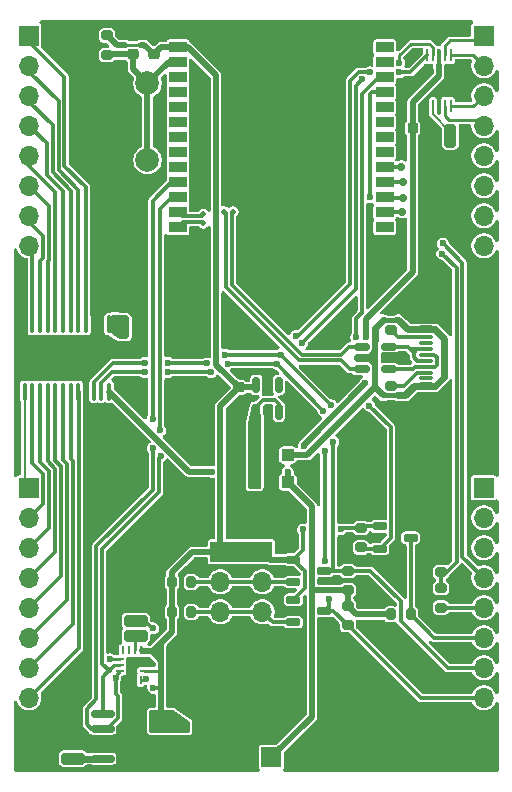
<source format=gbr>
%TF.GenerationSoftware,KiCad,Pcbnew,9.0.1*%
%TF.CreationDate,2025-05-06T09:52:00+02:00*%
%TF.ProjectId,ESP32 adon V3,45535033-3220-4616-946f-6e2056332e6b,rev?*%
%TF.SameCoordinates,Original*%
%TF.FileFunction,Copper,L1,Top*%
%TF.FilePolarity,Positive*%
%FSLAX46Y46*%
G04 Gerber Fmt 4.6, Leading zero omitted, Abs format (unit mm)*
G04 Created by KiCad (PCBNEW 9.0.1) date 2025-05-06 09:52:00*
%MOMM*%
%LPD*%
G01*
G04 APERTURE LIST*
G04 Aperture macros list*
%AMRoundRect*
0 Rectangle with rounded corners*
0 $1 Rounding radius*
0 $2 $3 $4 $5 $6 $7 $8 $9 X,Y pos of 4 corners*
0 Add a 4 corners polygon primitive as box body*
4,1,4,$2,$3,$4,$5,$6,$7,$8,$9,$2,$3,0*
0 Add four circle primitives for the rounded corners*
1,1,$1+$1,$2,$3*
1,1,$1+$1,$4,$5*
1,1,$1+$1,$6,$7*
1,1,$1+$1,$8,$9*
0 Add four rect primitives between the rounded corners*
20,1,$1+$1,$2,$3,$4,$5,0*
20,1,$1+$1,$4,$5,$6,$7,0*
20,1,$1+$1,$6,$7,$8,$9,0*
20,1,$1+$1,$8,$9,$2,$3,0*%
G04 Aperture macros list end*
%TA.AperFunction,SMDPad,CuDef*%
%ADD10RoundRect,0.200000X-0.275000X0.200000X-0.275000X-0.200000X0.275000X-0.200000X0.275000X0.200000X0*%
%TD*%
%TA.AperFunction,ComponentPad*%
%ADD11R,1.700000X1.700000*%
%TD*%
%TA.AperFunction,ComponentPad*%
%ADD12O,1.700000X1.700000*%
%TD*%
%TA.AperFunction,SMDPad,CuDef*%
%ADD13RoundRect,0.150000X0.512500X0.150000X-0.512500X0.150000X-0.512500X-0.150000X0.512500X-0.150000X0*%
%TD*%
%TA.AperFunction,SMDPad,CuDef*%
%ADD14RoundRect,0.250000X-0.300000X-0.300000X0.300000X-0.300000X0.300000X0.300000X-0.300000X0.300000X0*%
%TD*%
%TA.AperFunction,SMDPad,CuDef*%
%ADD15RoundRect,0.200000X0.275000X-0.200000X0.275000X0.200000X-0.275000X0.200000X-0.275000X-0.200000X0*%
%TD*%
%TA.AperFunction,SMDPad,CuDef*%
%ADD16R,0.250000X1.100000*%
%TD*%
%TA.AperFunction,SMDPad,CuDef*%
%ADD17R,0.250000X0.675000*%
%TD*%
%TA.AperFunction,SMDPad,CuDef*%
%ADD18R,0.675000X0.250000*%
%TD*%
%TA.AperFunction,SMDPad,CuDef*%
%ADD19RoundRect,0.250000X0.750000X-0.250000X0.750000X0.250000X-0.750000X0.250000X-0.750000X-0.250000X0*%
%TD*%
%TA.AperFunction,ComponentPad*%
%ADD20C,2.000000*%
%TD*%
%TA.AperFunction,SMDPad,CuDef*%
%ADD21RoundRect,0.225000X-0.250000X0.225000X-0.250000X-0.225000X0.250000X-0.225000X0.250000X0.225000X0*%
%TD*%
%TA.AperFunction,SMDPad,CuDef*%
%ADD22RoundRect,0.090000X0.485000X-0.210000X0.485000X0.210000X-0.485000X0.210000X-0.485000X-0.210000X0*%
%TD*%
%TA.AperFunction,SMDPad,CuDef*%
%ADD23RoundRect,0.045000X0.530000X-0.105000X0.530000X0.105000X-0.530000X0.105000X-0.530000X-0.105000X0*%
%TD*%
%TA.AperFunction,ComponentPad*%
%ADD24RoundRect,0.150000X0.750000X-0.350000X0.750000X0.350000X-0.750000X0.350000X-0.750000X-0.350000X0*%
%TD*%
%TA.AperFunction,ComponentPad*%
%ADD25RoundRect,0.150000X0.950000X-0.350000X0.950000X0.350000X-0.950000X0.350000X-0.950000X-0.350000X0*%
%TD*%
%TA.AperFunction,SMDPad,CuDef*%
%ADD26RoundRect,0.225000X-0.225000X-0.250000X0.225000X-0.250000X0.225000X0.250000X-0.225000X0.250000X0*%
%TD*%
%TA.AperFunction,SMDPad,CuDef*%
%ADD27RoundRect,0.200000X-0.200000X-0.275000X0.200000X-0.275000X0.200000X0.275000X-0.200000X0.275000X0*%
%TD*%
%TA.AperFunction,SMDPad,CuDef*%
%ADD28RoundRect,0.162500X-0.447500X-0.162500X0.447500X-0.162500X0.447500X0.162500X-0.447500X0.162500X0*%
%TD*%
%TA.AperFunction,SMDPad,CuDef*%
%ADD29RoundRect,0.150000X0.150000X-0.512500X0.150000X0.512500X-0.150000X0.512500X-0.150000X-0.512500X0*%
%TD*%
%TA.AperFunction,SMDPad,CuDef*%
%ADD30RoundRect,0.200000X0.200000X0.275000X-0.200000X0.275000X-0.200000X-0.275000X0.200000X-0.275000X0*%
%TD*%
%TA.AperFunction,SMDPad,CuDef*%
%ADD31RoundRect,0.225000X0.225000X0.250000X-0.225000X0.250000X-0.225000X-0.250000X0.225000X-0.250000X0*%
%TD*%
%TA.AperFunction,SMDPad,CuDef*%
%ADD32RoundRect,0.150000X-0.825000X-0.150000X0.825000X-0.150000X0.825000X0.150000X-0.825000X0.150000X0*%
%TD*%
%TA.AperFunction,SMDPad,CuDef*%
%ADD33RoundRect,0.100000X-0.100000X0.637500X-0.100000X-0.637500X0.100000X-0.637500X0.100000X0.637500X0*%
%TD*%
%TA.AperFunction,SMDPad,CuDef*%
%ADD34RoundRect,0.225000X0.250000X-0.225000X0.250000X0.225000X-0.250000X0.225000X-0.250000X-0.225000X0*%
%TD*%
%TA.AperFunction,SMDPad,CuDef*%
%ADD35RoundRect,0.250000X0.250000X0.750000X-0.250000X0.750000X-0.250000X-0.750000X0.250000X-0.750000X0*%
%TD*%
%TA.AperFunction,SMDPad,CuDef*%
%ADD36RoundRect,0.250000X-0.250000X-0.750000X0.250000X-0.750000X0.250000X0.750000X-0.250000X0.750000X0*%
%TD*%
%TA.AperFunction,SMDPad,CuDef*%
%ADD37R,1.500000X0.900000*%
%TD*%
%TA.AperFunction,SMDPad,CuDef*%
%ADD38R,0.800000X0.800000*%
%TD*%
%TA.AperFunction,ViaPad*%
%ADD39C,0.700000*%
%TD*%
%TA.AperFunction,ViaPad*%
%ADD40C,0.600000*%
%TD*%
%TA.AperFunction,ViaPad*%
%ADD41C,0.500000*%
%TD*%
%TA.AperFunction,Conductor*%
%ADD42C,0.300000*%
%TD*%
%TA.AperFunction,Conductor*%
%ADD43C,0.250000*%
%TD*%
%TA.AperFunction,Conductor*%
%ADD44C,0.500000*%
%TD*%
%TA.AperFunction,Conductor*%
%ADD45C,0.550000*%
%TD*%
%TA.AperFunction,Conductor*%
%ADD46C,0.600000*%
%TD*%
%TA.AperFunction,Conductor*%
%ADD47C,0.200000*%
%TD*%
G04 APERTURE END LIST*
D10*
%TO.P,R18,1*%
%TO.N,+3.3V*%
X58400000Y-31275000D03*
%TO.P,R18,2*%
%TO.N,Net-(U1-EN{slash}CHIP_PU)*%
X58400000Y-32925000D03*
%TD*%
D11*
%TO.P,J1,1,Pin_1*%
%TO.N,Net-(J1-Pin_1)*%
X51800000Y-31300000D03*
D12*
%TO.P,J1,2,Pin_2*%
%TO.N,Net-(J1-Pin_2)*%
X51800000Y-33840000D03*
%TO.P,J1,3,Pin_3*%
%TO.N,Net-(J1-Pin_3)*%
X51800000Y-36380000D03*
%TO.P,J1,4,Pin_4*%
%TO.N,Net-(J1-Pin_4)*%
X51800000Y-38920000D03*
%TO.P,J1,5,Pin_5*%
%TO.N,Net-(J1-Pin_5)*%
X51800000Y-41460000D03*
%TO.P,J1,6,Pin_6*%
%TO.N,Net-(J1-Pin_6)*%
X51800000Y-44000000D03*
%TO.P,J1,7,Pin_7*%
%TO.N,Net-(J1-Pin_7)*%
X51800000Y-46540000D03*
%TO.P,J1,8,Pin_8*%
%TO.N,Net-(J1-Pin_8)*%
X51800000Y-49080000D03*
%TD*%
D10*
%TO.P,R8,1*%
%TO.N,+3.3V*%
X79900000Y-72975000D03*
%TO.P,R8,2*%
%TO.N,Net-(Q1-S)*%
X79900000Y-74625000D03*
%TD*%
D13*
%TO.P,U5,1,I/O1*%
%TO.N,Net-(J6-DN1)*%
X82237500Y-59520000D03*
%TO.P,U5,2,GND*%
%TO.N,GND*%
X82237500Y-58570000D03*
%TO.P,U5,3,I/O2*%
%TO.N,Net-(J6-DP1)*%
X82237500Y-57620000D03*
%TO.P,U5,4,I/O2*%
%TO.N,/D+*%
X79962500Y-57620000D03*
%TO.P,U5,5,VBUS*%
%TO.N,+5Vin*%
X79962500Y-58570000D03*
%TO.P,U5,6,I/O1*%
%TO.N,/D-*%
X79962500Y-59520000D03*
%TD*%
D14*
%TO.P,D1,1,K*%
%TO.N,/Vin_reg*%
X70900000Y-69100000D03*
%TO.P,D1,2,A*%
%TO.N,+5V*%
X73700000Y-69100000D03*
%TD*%
%TO.P,D2,1,K*%
%TO.N,/Vin_reg*%
X70900000Y-66800000D03*
%TO.P,D2,2,A*%
%TO.N,+5Vin*%
X73700000Y-66800000D03*
%TD*%
D15*
%TO.P,R16,1*%
%TO.N,GND*%
X82420000Y-62575000D03*
%TO.P,R16,2*%
%TO.N,Net-(J6-CC1)*%
X82420000Y-60925000D03*
%TD*%
D16*
%TO.P,U3,1,ADDR*%
%TO.N,GND*%
X85500000Y-37260000D03*
%TO.P,U3,2,ALERT/RDY*%
%TO.N,Net-(J11-Pin_1)*%
X86000000Y-37260000D03*
%TO.P,U3,3,GND*%
%TO.N,GND*%
X86500000Y-37260000D03*
%TO.P,U3,4,AIN0*%
%TO.N,Net-(J5-Pin_4)*%
X87000000Y-37260000D03*
%TO.P,U3,5,AIN1*%
%TO.N,Net-(J5-Pin_3)*%
X87500000Y-37260000D03*
%TO.P,U3,6,AIN2*%
%TO.N,Net-(J5-Pin_2)*%
X87500000Y-32960000D03*
%TO.P,U3,7,AIN3*%
%TO.N,Net-(J5-Pin_1)*%
X87000000Y-32960000D03*
%TO.P,U3,8,VDD*%
%TO.N,+5V*%
X86500000Y-32960000D03*
%TO.P,U3,9,SDA*%
%TO.N,/SDA_{5V}*%
X86000000Y-32960000D03*
%TO.P,U3,10,SCL*%
%TO.N,/SCL_{5V}*%
X85500000Y-32960000D03*
%TD*%
D17*
%TO.P,MT1,1,AP_SDO/AP_AD0*%
%TO.N,GND*%
X59750000Y-85862500D03*
%TO.P,MT1,2,RESV*%
X60250000Y-85862500D03*
%TO.P,MT1,3,RESV*%
X60750000Y-85862500D03*
%TO.P,MT1,4,INT1/INT*%
%TO.N,Net-(J13-Pin_1)*%
X61250000Y-85862500D03*
D18*
%TO.P,MT1,5,VDDIO*%
%TO.N,+3.3V*%
X61512500Y-85100000D03*
%TO.P,MT1,6,GND*%
%TO.N,GND*%
X61512500Y-84600000D03*
%TO.P,MT1,7,FSYNC*%
X61512500Y-84100000D03*
D17*
%TO.P,MT1,8,VDD*%
%TO.N,+3.3V*%
X61250000Y-83337500D03*
%TO.P,MT1,9,INT2*%
%TO.N,Net-(J14-Pin_1)*%
X60750000Y-83337500D03*
%TO.P,MT1,10,RESV*%
%TO.N,unconnected-(MT1-RESV-Pad10)_3*%
X60250000Y-83337500D03*
%TO.P,MT1,11,RESV*%
%TO.N,unconnected-(MT1-RESV-Pad10)_2*%
X59750000Y-83337500D03*
D18*
%TO.P,MT1,12,AP_CS*%
%TO.N,+3.3V*%
X59487500Y-84100000D03*
%TO.P,MT1,13,AP_SCL/AP_SCLK*%
%TO.N,/SCL_{3.3V}*%
X59487500Y-84600000D03*
%TO.P,MT1,14,AP_SDA/AP_SDIO/AP_SDI*%
%TO.N,/SDA_{3.3V}*%
X59487500Y-85100000D03*
%TD*%
D19*
%TO.P,J14,1,Pin_1*%
%TO.N,Net-(J14-Pin_1)*%
X60830000Y-82110000D03*
%TD*%
D11*
%TO.P,J7,1,Pin_1*%
%TO.N,+3.3V*%
X71550000Y-75000000D03*
D12*
%TO.P,J7,2,Pin_2*%
%TO.N,/SCL_{3.3V}*%
X71550000Y-77540000D03*
%TO.P,J7,3,Pin_3*%
%TO.N,/SDA_{3.3V}*%
X71550000Y-80080000D03*
%TO.P,J7,4,Pin_4*%
%TO.N,GND*%
X71550000Y-82620000D03*
%TD*%
D10*
%TO.P,R3,1*%
%TO.N,Net-(U1-U0RXD{slash}GPIO17)*%
X86690000Y-78065000D03*
%TO.P,R3,2*%
%TO.N,/RX*%
X86690000Y-79715000D03*
%TD*%
D20*
%TO.P,SW2,1,1*%
%TO.N,GND*%
X57320000Y-41830000D03*
X57320000Y-35330000D03*
%TO.P,SW2,2,2*%
%TO.N,Net-(U1-EN{slash}CHIP_PU)*%
X61820000Y-41830000D03*
X61820000Y-35330000D03*
%TD*%
D21*
%TO.P,C2,1*%
%TO.N,GND*%
X60600000Y-31325000D03*
%TO.P,C2,2*%
%TO.N,Net-(U1-EN{slash}CHIP_PU)*%
X60600000Y-32875000D03*
%TD*%
D11*
%TO.P,J3,1,Pin_1*%
%TO.N,+5V*%
X72320000Y-92400000D03*
D12*
%TO.P,J3,2,Pin_2*%
%TO.N,GND*%
X69780000Y-92400000D03*
%TD*%
D15*
%TO.P,R5,1*%
%TO.N,/SDA_{5V}*%
X78800000Y-81225000D03*
%TO.P,R5,2*%
%TO.N,+5V*%
X78800000Y-79575000D03*
%TD*%
D22*
%TO.P,J6,A1_B12,GND_A*%
%TO.N,GND*%
X85375000Y-61770000D03*
%TO.P,J6,A4_B9,VBUS_A*%
%TO.N,+5Vin*%
X85375000Y-60970000D03*
D23*
%TO.P,J6,A5,CC1*%
%TO.N,Net-(J6-CC1)*%
X85375000Y-59820000D03*
%TO.P,J6,A6,DP1*%
%TO.N,Net-(J6-DP1)*%
X85375000Y-58820000D03*
%TO.P,J6,A7,DN1*%
%TO.N,Net-(J6-DN1)*%
X85375000Y-58320000D03*
%TO.P,J6,A8,SBU1*%
%TO.N,unconnected-(J6-SBU1-PadA8)*%
X85375000Y-57320000D03*
D22*
%TO.P,J6,B1_A12,GND_B*%
%TO.N,GND*%
X85375000Y-55370000D03*
%TO.P,J6,B4_A9,VBUS_B*%
%TO.N,+5Vin*%
X85375000Y-56170000D03*
D23*
%TO.P,J6,B5,CC2*%
%TO.N,Net-(J6-CC2)*%
X85375000Y-56820000D03*
%TO.P,J6,B6,DP2*%
%TO.N,Net-(J6-DP1)*%
X85375000Y-57820000D03*
%TO.P,J6,B7,DN2*%
%TO.N,Net-(J6-DN1)*%
X85375000Y-59320000D03*
%TO.P,J6,B8,SBU2*%
%TO.N,unconnected-(J6-SBU2-PadB8)*%
X85375000Y-60320000D03*
D24*
%TO.P,J6,SH1,SHIELD*%
%TO.N,GND*%
X85950000Y-62890000D03*
%TO.P,J6,SH2,SHIELD*%
X85950000Y-54250000D03*
D25*
%TO.P,J6,SH3,SHIELD*%
X89950000Y-54250000D03*
%TO.P,J6,SH4,SHIELD*%
X89950000Y-62890000D03*
%TD*%
D15*
%TO.P,R2,1*%
%TO.N,Net-(U1-U0RXD{slash}GPIO17)*%
X86690000Y-76715000D03*
%TO.P,R2,2*%
%TO.N,GND*%
X86690000Y-75065000D03*
%TD*%
D26*
%TO.P,C3,1*%
%TO.N,/Vin_reg*%
X70825000Y-64900000D03*
%TO.P,C3,2*%
%TO.N,GND*%
X72375000Y-64900000D03*
%TD*%
D27*
%TO.P,R1,1*%
%TO.N,+5V*%
X82475000Y-80300000D03*
%TO.P,R1,2*%
%TO.N,/TX*%
X84125000Y-80300000D03*
%TD*%
D19*
%TO.P,J12,1,Pin_1*%
%TO.N,Net-(J12-Pin_1)*%
X55530000Y-92500000D03*
%TD*%
D28*
%TO.P,Q3,1,G*%
%TO.N,+3.3V*%
X74190000Y-75650000D03*
%TO.P,Q3,2,S*%
%TO.N,/SCL_{3.3V}*%
X74190000Y-77550000D03*
%TO.P,Q3,3,D*%
%TO.N,/SCL_{5V}*%
X76810000Y-76600000D03*
%TD*%
D29*
%TO.P,U4,1,IN*%
%TO.N,/Vin_reg*%
X71050000Y-63137500D03*
%TO.P,U4,2,GND*%
%TO.N,GND*%
X72000000Y-63137500D03*
%TO.P,U4,3,EN*%
%TO.N,/Vin_reg*%
X72950000Y-63137500D03*
%TO.P,U4,4,NC*%
%TO.N,unconnected-(U4-NC-Pad4)*%
X72950000Y-60862500D03*
%TO.P,U4,5,OUT*%
%TO.N,+3.3V*%
X71050000Y-60862500D03*
%TD*%
D28*
%TO.P,Q1,1,G*%
%TO.N,+3.3V*%
X81490000Y-72850000D03*
%TO.P,Q1,2,S*%
%TO.N,Net-(Q1-S)*%
X81490000Y-74750000D03*
%TO.P,Q1,3,D*%
%TO.N,/TX*%
X84110000Y-73800000D03*
%TD*%
D11*
%TO.P,J2,1,Pin_1*%
%TO.N,Net-(J2-Pin_1)*%
X51800000Y-69580000D03*
D12*
%TO.P,J2,2,Pin_2*%
%TO.N,Net-(J2-Pin_2)*%
X51800000Y-72120000D03*
%TO.P,J2,3,Pin_3*%
%TO.N,Net-(J2-Pin_3)*%
X51800000Y-74660000D03*
%TO.P,J2,4,Pin_4*%
%TO.N,Net-(J2-Pin_4)*%
X51800000Y-77200000D03*
%TO.P,J2,5,Pin_5*%
%TO.N,Net-(J2-Pin_5)*%
X51800000Y-79740000D03*
%TO.P,J2,6,Pin_6*%
%TO.N,Net-(J2-Pin_6)*%
X51800000Y-82280000D03*
%TO.P,J2,7,Pin_7*%
%TO.N,Net-(J2-Pin_7)*%
X51800000Y-84820000D03*
%TO.P,J2,8,Pin_8*%
%TO.N,Net-(J2-Pin_8)*%
X51800000Y-87360000D03*
%TD*%
D30*
%TO.P,R6,1*%
%TO.N,/SDA_{3.3V}*%
X65545000Y-80080000D03*
%TO.P,R6,2*%
%TO.N,+3.3V*%
X63895000Y-80080000D03*
%TD*%
D11*
%TO.P,J4,1,Pin_1*%
%TO.N,Net-(J4-Pin_1)*%
X90300000Y-69580000D03*
D12*
%TO.P,J4,2,Pin_2*%
%TO.N,Net-(J4-Pin_2)*%
X90300000Y-72120000D03*
%TO.P,J4,3,Pin_3*%
%TO.N,Net-(J4-Pin_3)*%
X90300000Y-74660000D03*
%TO.P,J4,4,Pin_4*%
%TO.N,Net-(J4-Pin_4)*%
X90300000Y-77200000D03*
%TO.P,J4,5,Pin_5*%
%TO.N,/RX*%
X90300000Y-79740000D03*
%TO.P,J4,6,Pin_6*%
%TO.N,/TX*%
X90300000Y-82280000D03*
%TO.P,J4,7,Pin_7*%
%TO.N,/SCL_{5V}*%
X90300000Y-84820000D03*
%TO.P,J4,8,Pin_8*%
%TO.N,/SDA_{5V}*%
X90300000Y-87360000D03*
%TD*%
D19*
%TO.P,J13,1,Pin_1*%
%TO.N,Net-(J13-Pin_1)*%
X60830000Y-80850000D03*
%TD*%
D31*
%TO.P,C5,1*%
%TO.N,GND*%
X85825000Y-39130000D03*
%TO.P,C5,2*%
%TO.N,+5V*%
X84275000Y-39130000D03*
%TD*%
D32*
%TO.P,U6,1,SCL/SCLK*%
%TO.N,/SCL_{3.3V}*%
X58025000Y-88695000D03*
%TO.P,U6,2,SDA/MOSI*%
%TO.N,/SDA_{3.3V}*%
X58025000Y-89965000D03*
%TO.P,U6,3,MISO*%
%TO.N,GND*%
X58025000Y-91235000D03*
%TO.P,U6,4,INT/TRG*%
%TO.N,Net-(J12-Pin_1)*%
X58025000Y-92505000D03*
%TO.P,U6,5,A0*%
%TO.N,GND*%
X62975000Y-92505000D03*
%TO.P,U6,6,VSS*%
X62975000Y-91235000D03*
%TO.P,U6,7,VDD*%
%TO.N,+3.3V*%
X62975000Y-89965000D03*
%TO.P,U6,8,MS/CS*%
X62975000Y-88695000D03*
%TD*%
D28*
%TO.P,Q2,1,G*%
%TO.N,+3.3V*%
X74190000Y-79050000D03*
%TO.P,Q2,2,S*%
%TO.N,/SDA_{3.3V}*%
X74190000Y-80950000D03*
%TO.P,Q2,3,D*%
%TO.N,/SDA_{5V}*%
X76810000Y-80000000D03*
%TD*%
D11*
%TO.P,J9,1,Pin_1*%
%TO.N,+3.3V*%
X68000000Y-75000000D03*
D12*
%TO.P,J9,2,Pin_2*%
%TO.N,/SCL_{3.3V}*%
X68000000Y-77540000D03*
%TO.P,J9,3,Pin_3*%
%TO.N,/SDA_{3.3V}*%
X68000000Y-80080000D03*
%TO.P,J9,4,Pin_4*%
%TO.N,GND*%
X68000000Y-82620000D03*
%TD*%
D11*
%TO.P,J5,1,Pin_1*%
%TO.N,Net-(J5-Pin_1)*%
X90300000Y-31300000D03*
D12*
%TO.P,J5,2,Pin_2*%
%TO.N,Net-(J5-Pin_2)*%
X90300000Y-33840000D03*
%TO.P,J5,3,Pin_3*%
%TO.N,Net-(J5-Pin_3)*%
X90300000Y-36380000D03*
%TO.P,J5,4,Pin_4*%
%TO.N,Net-(J5-Pin_4)*%
X90300000Y-38920000D03*
%TO.P,J5,5,Pin_5*%
%TO.N,unconnected-(J5-Pin_5-Pad5)*%
X90300000Y-41460000D03*
%TO.P,J5,6,Pin_6*%
%TO.N,unconnected-(J5-Pin_6-Pad6)*%
X90300000Y-44000000D03*
%TO.P,J5,7,Pin_7*%
%TO.N,unconnected-(J5-Pin_7-Pad7)*%
X90300000Y-46540000D03*
%TO.P,J5,8,Pin_8*%
%TO.N,unconnected-(J5-Pin_8-Pad8)*%
X90300000Y-49080000D03*
%TD*%
D30*
%TO.P,R7,1*%
%TO.N,/SCL_{3.3V}*%
X65535000Y-77540000D03*
%TO.P,R7,2*%
%TO.N,+3.3V*%
X63885000Y-77540000D03*
%TD*%
D10*
%TO.P,R17,1*%
%TO.N,GND*%
X82420000Y-54565000D03*
%TO.P,R17,2*%
%TO.N,Net-(J6-CC2)*%
X82420000Y-56215000D03*
%TD*%
D33*
%TO.P,U2,1,~{INT}*%
%TO.N,Net-(J10-Pin_1)*%
X58575000Y-55717500D03*
%TO.P,U2,2,A1*%
%TO.N,GND*%
X57925000Y-55717500D03*
%TO.P,U2,3,A2*%
X57275000Y-55717500D03*
%TO.P,U2,4,P00*%
%TO.N,Net-(J1-Pin_1)*%
X56625000Y-55717500D03*
%TO.P,U2,5,P01*%
%TO.N,Net-(J1-Pin_2)*%
X55975000Y-55717500D03*
%TO.P,U2,6,P02*%
%TO.N,Net-(J1-Pin_3)*%
X55325000Y-55717500D03*
%TO.P,U2,7,P03*%
%TO.N,Net-(J1-Pin_4)*%
X54675000Y-55717500D03*
%TO.P,U2,8,P04*%
%TO.N,Net-(J1-Pin_5)*%
X54025000Y-55717500D03*
%TO.P,U2,9,P05*%
%TO.N,Net-(J1-Pin_6)*%
X53375000Y-55717500D03*
%TO.P,U2,10,P06*%
%TO.N,Net-(J1-Pin_7)*%
X52725000Y-55717500D03*
%TO.P,U2,11,P07*%
%TO.N,Net-(J1-Pin_8)*%
X52075000Y-55717500D03*
%TO.P,U2,12,GND*%
%TO.N,GND*%
X51425000Y-55717500D03*
%TO.P,U2,13,P10*%
%TO.N,Net-(J2-Pin_1)*%
X51425000Y-61442500D03*
%TO.P,U2,14,P11*%
%TO.N,Net-(J2-Pin_2)*%
X52075000Y-61442500D03*
%TO.P,U2,15,P12*%
%TO.N,Net-(J2-Pin_3)*%
X52725000Y-61442500D03*
%TO.P,U2,16,P13*%
%TO.N,Net-(J2-Pin_4)*%
X53375000Y-61442500D03*
%TO.P,U2,17,P14*%
%TO.N,Net-(J2-Pin_5)*%
X54025000Y-61442500D03*
%TO.P,U2,18,P15*%
%TO.N,Net-(J2-Pin_6)*%
X54675000Y-61442500D03*
%TO.P,U2,19,P16*%
%TO.N,Net-(J2-Pin_7)*%
X55325000Y-61442500D03*
%TO.P,U2,20,P17*%
%TO.N,Net-(J2-Pin_8)*%
X55975000Y-61442500D03*
%TO.P,U2,21,A0*%
%TO.N,GND*%
X56625000Y-61442500D03*
%TO.P,U2,22,SCL*%
%TO.N,/SCL_{5V}*%
X57275000Y-61442500D03*
%TO.P,U2,23,SDA*%
%TO.N,/SDA_{5V}*%
X57925000Y-61442500D03*
%TO.P,U2,24,VCC*%
%TO.N,+5V*%
X58575000Y-61442500D03*
%TD*%
D34*
%TO.P,C6,1*%
%TO.N,GND*%
X64930000Y-91375000D03*
%TO.P,C6,2*%
%TO.N,+3.3V*%
X64930000Y-89825000D03*
%TD*%
D21*
%TO.P,C4,1*%
%TO.N,GND*%
X62350000Y-31325000D03*
%TO.P,C4,2*%
%TO.N,+3.3V*%
X62350000Y-32875000D03*
%TD*%
%TO.P,C1,1*%
%TO.N,+3.3V*%
X69570000Y-61075000D03*
%TO.P,C1,2*%
%TO.N,GND*%
X69570000Y-62625000D03*
%TD*%
D35*
%TO.P,J11,1,Pin_1*%
%TO.N,Net-(J11-Pin_1)*%
X87480000Y-39770000D03*
%TD*%
D36*
%TO.P,J10,1,Pin_1*%
%TO.N,Net-(J10-Pin_1)*%
X59780000Y-55980000D03*
%TD*%
D10*
%TO.P,R4,1*%
%TO.N,/SCL_{5V}*%
X78800000Y-76600000D03*
%TO.P,R4,2*%
%TO.N,+5V*%
X78800000Y-78250000D03*
%TD*%
D37*
%TO.P,U1,1,GND*%
%TO.N,GND*%
X64410000Y-30990000D03*
%TO.P,U1,2,3V3*%
%TO.N,+3.3V*%
X64410000Y-32260000D03*
%TO.P,U1,3,EN/CHIP_PU*%
%TO.N,Net-(U1-EN{slash}CHIP_PU)*%
X64410000Y-33530000D03*
%TO.P,U1,4,MTMS/GPIO4/ADC1_CH4*%
%TO.N,unconnected-(U1-MTMS{slash}GPIO4{slash}ADC1_CH4-Pad4)*%
X64410000Y-34800000D03*
%TO.P,U1,5,MTDI/GPIO5/ADC1_CH5*%
%TO.N,unconnected-(U1-MTDI{slash}GPIO5{slash}ADC1_CH5-Pad5)*%
X64410000Y-36070000D03*
%TO.P,U1,6,MTCK/GPIO6/ADC1_CH6*%
%TO.N,unconnected-(U1-MTCK{slash}GPIO6{slash}ADC1_CH6-Pad6)*%
X64410000Y-37340000D03*
%TO.P,U1,7,MTDO/GPIO7*%
%TO.N,unconnected-(U1-MTDO{slash}GPIO7-Pad7)*%
X64410000Y-38610000D03*
%TO.P,U1,8,GPIO0/ADC1_CH0/XTAL_32K_P*%
%TO.N,unconnected-(U1-GPIO0{slash}ADC1_CH0{slash}XTAL_32K_P-Pad8)*%
X64410000Y-39880000D03*
%TO.P,U1,9,GPIO1/ADC1_CH1/XTAL_32K_N*%
%TO.N,unconnected-(U1-GPIO1{slash}ADC1_CH1{slash}XTAL_32K_N-Pad9)*%
X64410000Y-41150000D03*
%TO.P,U1,10,GPIO8*%
%TO.N,unconnected-(U1-GPIO8-Pad10)*%
X64410000Y-42420000D03*
%TO.P,U1,11,GPIO10*%
%TO.N,/SDA_{3.3V}*%
X64410000Y-43690000D03*
%TO.P,U1,12,GPIO11*%
%TO.N,/SCL_{3.3V}*%
X64410000Y-44960000D03*
%TO.P,U1,13,GPIO12/USB_D-*%
%TO.N,/D-*%
X64410000Y-46230000D03*
%TO.P,U1,14,GPIO13/USB_D+*%
%TO.N,/D+*%
X64410000Y-47500000D03*
%TO.P,U1,15,GPIO9*%
%TO.N,unconnected-(U1-GPIO9-Pad15)*%
X81910000Y-47500000D03*
%TO.P,U1,16,GPIO18*%
%TO.N,Net-(J4-Pin_4)*%
X81910000Y-46230000D03*
%TO.P,U1,17,GPIO19*%
%TO.N,Net-(J4-Pin_3)*%
X81910000Y-44960000D03*
%TO.P,U1,18,GPIO20*%
%TO.N,Net-(J4-Pin_2)*%
X81910000Y-43690000D03*
%TO.P,U1,19,GPIO21*%
%TO.N,Net-(J4-Pin_1)*%
X81910000Y-42420000D03*
%TO.P,U1,20,GPIO22*%
%TO.N,unconnected-(U1-GPIO22-Pad20)*%
X81910000Y-41150000D03*
%TO.P,U1,21,GPIO23*%
%TO.N,unconnected-(U1-GPIO23-Pad21)*%
X81910000Y-39880000D03*
%TO.P,U1,22,NC*%
%TO.N,unconnected-(U1-NC-Pad22)*%
X81910000Y-38610000D03*
%TO.P,U1,23,GPIO15*%
%TO.N,unconnected-(U1-GPIO15-Pad23)*%
X81910000Y-37340000D03*
%TO.P,U1,24,U0RXD/GPIO17*%
%TO.N,Net-(U1-U0RXD{slash}GPIO17)*%
X81910000Y-36070000D03*
%TO.P,U1,25,U0TXD/GPIO16*%
%TO.N,Net-(Q1-S)*%
X81910000Y-34800000D03*
%TO.P,U1,26,GPIO3/ADC1_CH3*%
%TO.N,unconnected-(U1-GPIO3{slash}ADC1_CH3-Pad26)*%
X81910000Y-33530000D03*
%TO.P,U1,27,GPIO2/ADC1_CH2*%
%TO.N,unconnected-(U1-GPIO2{slash}ADC1_CH2-Pad27)*%
X81910000Y-32260000D03*
%TO.P,U1,28,GND*%
%TO.N,GND*%
X81910000Y-30990000D03*
D38*
%TO.P,U1,29,GND*%
X70405000Y-35460000D03*
X70405000Y-36710000D03*
X70405000Y-37960000D03*
X71655000Y-35460000D03*
X71655000Y-36710000D03*
X71655000Y-37960000D03*
X72905000Y-35460000D03*
X72905000Y-36710000D03*
X72905000Y-37960000D03*
%TD*%
D39*
%TO.N,Net-(J4-Pin_4)*%
X83400000Y-46200000D03*
%TO.N,Net-(J4-Pin_3)*%
X83475000Y-45000000D03*
%TO.N,Net-(J4-Pin_2)*%
X83475000Y-43700000D03*
%TO.N,Net-(J4-Pin_1)*%
X83300000Y-42400000D03*
D40*
%TO.N,/SDA_{5V}*%
X83160002Y-33600000D03*
%TO.N,/SCL_{5V}*%
X83160002Y-34400000D03*
X80659998Y-34400000D03*
%TO.N,/SDA_{5V}*%
X80000000Y-35000000D03*
%TO.N,GND*%
X70000000Y-72500000D03*
X72500000Y-72500000D03*
X85000000Y-72500000D03*
X85000000Y-77500000D03*
X87500000Y-90000000D03*
X82500000Y-90000000D03*
X82500000Y-87500000D03*
X80000000Y-87500000D03*
X77500000Y-82500000D03*
X77500000Y-85000000D03*
X77500000Y-87500000D03*
X77500000Y-90000000D03*
X75000000Y-92500000D03*
X77500000Y-92500000D03*
X80000000Y-92500000D03*
X82500000Y-92500000D03*
X85000000Y-92500000D03*
X87500000Y-92500000D03*
X90000000Y-92500000D03*
%TO.N,+3.3V*%
X58650000Y-84100000D03*
X74999000Y-73100000D03*
X78198784Y-73100000D03*
X62310000Y-86500000D03*
%TO.N,GND*%
X72500000Y-47500000D03*
X90000000Y-90000000D03*
X72500000Y-32500000D03*
X77500000Y-40000000D03*
X67500000Y-90000000D03*
X80760000Y-31490000D03*
X57500000Y-72500000D03*
X85800000Y-40000000D03*
X70395000Y-36080000D03*
X75000000Y-50000000D03*
X86710000Y-74110000D03*
X73920000Y-76640000D03*
X90000000Y-67500000D03*
X70395000Y-37335000D03*
X55000000Y-57500000D03*
X70000000Y-40000000D03*
X77500000Y-57500000D03*
X77500000Y-42500000D03*
X80000000Y-70000000D03*
X57620000Y-54650000D03*
X75000000Y-40000000D03*
X70000000Y-70000000D03*
X72500000Y-45000000D03*
X50800000Y-56300000D03*
X81560000Y-51170000D03*
X71645000Y-38580000D03*
X84300000Y-32900000D03*
X60000000Y-45000000D03*
X69770000Y-34830000D03*
X72500000Y-42500000D03*
X72900000Y-34830000D03*
X76510000Y-77470000D03*
X65715000Y-91375000D03*
X61090000Y-61280000D03*
X77370000Y-60560000D03*
X72275000Y-37960000D03*
X62200000Y-30500000D03*
X60000000Y-47500000D03*
X75000000Y-37500000D03*
X65000000Y-87500000D03*
X72500000Y-87500000D03*
X57500000Y-70000000D03*
X73525000Y-38580000D03*
X67500000Y-85000000D03*
X57500000Y-47500000D03*
X69770000Y-37335000D03*
X85000000Y-52500000D03*
X63000000Y-39500000D03*
X60000000Y-39500000D03*
X69770000Y-38580000D03*
X70000000Y-87500000D03*
X70000000Y-82500000D03*
X66000000Y-35000000D03*
X57500000Y-50000000D03*
X57500000Y-65000000D03*
X70000000Y-32500000D03*
X80000000Y-85000000D03*
X72275000Y-37335000D03*
X53420000Y-31210000D03*
X71955000Y-68990000D03*
X57500000Y-37500000D03*
X61600000Y-30700000D03*
X50810000Y-68200000D03*
X57500000Y-52500000D03*
X79040000Y-70580000D03*
X66000000Y-40000000D03*
X87500000Y-45000000D03*
X80630000Y-45990000D03*
X69770000Y-36080000D03*
X75000000Y-45000000D03*
X65860000Y-78900000D03*
X80000000Y-32500000D03*
X83060000Y-31500000D03*
X75000000Y-32500000D03*
X59800000Y-31300000D03*
X73180000Y-64460000D03*
X90000000Y-55000000D03*
X65000000Y-65000000D03*
X90000000Y-60000000D03*
X77500000Y-37500000D03*
X67500000Y-87500000D03*
X72370000Y-65700000D03*
X70000000Y-60000000D03*
X50800000Y-55100000D03*
X65000000Y-82500000D03*
X73630000Y-74580000D03*
X60000000Y-75000000D03*
X50830000Y-50620000D03*
X81250000Y-78860000D03*
X72880000Y-37335000D03*
X72500000Y-85000000D03*
X65000000Y-50000000D03*
X85000000Y-67500000D03*
X57500000Y-67500000D03*
X88730000Y-31070000D03*
X57590000Y-56750000D03*
X70395000Y-38580000D03*
X67500000Y-92500000D03*
X83180000Y-58830000D03*
X75000000Y-52500000D03*
X73525000Y-36080000D03*
X50840000Y-88410000D03*
X71645000Y-37335000D03*
X51400000Y-54500000D03*
X72900000Y-38580000D03*
X90000000Y-57500000D03*
X72750000Y-67490000D03*
X80000000Y-65000000D03*
X69400000Y-67400000D03*
X52500000Y-92500000D03*
X63000000Y-37000000D03*
X73525000Y-35455000D03*
X71645000Y-36080000D03*
X87500000Y-34500000D03*
X70000000Y-45000000D03*
X51400000Y-56900000D03*
X71020000Y-36710000D03*
X75000000Y-55000000D03*
X55000000Y-60000000D03*
X74450000Y-67730000D03*
X50800000Y-55700000D03*
X60000000Y-50000000D03*
X60000000Y-65000000D03*
X70405000Y-34830000D03*
X85380000Y-38340000D03*
X69770000Y-36700000D03*
X52500000Y-60000000D03*
X57500000Y-40000000D03*
X52500000Y-57500000D03*
X85580000Y-49460000D03*
X70000000Y-90000000D03*
X70000000Y-42500000D03*
X73525000Y-37335000D03*
X75000000Y-35000000D03*
X60000000Y-37000000D03*
X66000000Y-45000000D03*
X71955000Y-67490000D03*
X70000000Y-50000000D03*
X56600000Y-60300000D03*
X75700000Y-68000000D03*
X60000000Y-92500000D03*
X85000000Y-85000000D03*
X69500000Y-69000000D03*
X67500000Y-32500000D03*
X62800000Y-30500000D03*
X68800000Y-69000000D03*
X72500000Y-90000000D03*
X87500000Y-42500000D03*
X63160000Y-31020000D03*
X73525000Y-37960000D03*
X75000000Y-47500000D03*
X71645000Y-34830000D03*
X83290000Y-48180000D03*
X75000000Y-42500000D03*
X50800000Y-54500000D03*
X72275000Y-34830000D03*
X57500000Y-57500000D03*
X60000000Y-57500000D03*
X85160000Y-49040000D03*
X72275000Y-35455000D03*
X83210000Y-84200000D03*
X72275000Y-38580000D03*
X71020000Y-34830000D03*
X71020000Y-35455000D03*
X66000000Y-37500000D03*
X73525000Y-34830000D03*
X90000000Y-65000000D03*
X62500000Y-75000000D03*
X61000000Y-30500000D03*
X77500000Y-52500000D03*
X73525000Y-36710000D03*
X60000000Y-77500000D03*
X73950000Y-55620000D03*
X65000000Y-62500000D03*
X65000000Y-72500000D03*
X85180000Y-40000000D03*
X77500000Y-32500000D03*
X77850000Y-77400000D03*
X62500000Y-72500000D03*
X65000000Y-55000000D03*
X52500000Y-90000000D03*
X65000000Y-57500000D03*
X62500000Y-77500000D03*
X71900000Y-59810000D03*
X77500000Y-35000000D03*
X71020000Y-37960000D03*
X65000000Y-52500000D03*
X85000000Y-65000000D03*
X80000000Y-90000000D03*
X85000000Y-70000000D03*
X72650000Y-68990000D03*
X72900000Y-36080000D03*
X77500000Y-45000000D03*
X85000000Y-75000000D03*
X73040000Y-65700000D03*
X65000000Y-85000000D03*
X56700000Y-62500000D03*
X57500000Y-45000000D03*
X60000000Y-67500000D03*
X86000000Y-49880000D03*
X72275000Y-36080000D03*
X73170000Y-65100000D03*
X90000000Y-52500000D03*
X60000000Y-90000000D03*
X64930000Y-92130000D03*
X71020000Y-38580000D03*
X65000000Y-70000000D03*
X69770000Y-37960000D03*
X59800000Y-30700000D03*
X83460000Y-58320000D03*
X72275000Y-36700000D03*
X85400000Y-34400000D03*
X60000000Y-52500000D03*
X55000000Y-32500000D03*
X86450000Y-39800000D03*
X60000000Y-42000000D03*
X71020000Y-37335000D03*
X65230000Y-63860000D03*
X66000000Y-42500000D03*
X70000000Y-85000000D03*
X70000000Y-47500000D03*
X71020000Y-36080000D03*
X50800000Y-56900000D03*
X72500000Y-40000000D03*
X88120000Y-83530000D03*
X69970000Y-56590000D03*
X72500000Y-52500000D03*
X83780000Y-58820000D03*
X57500000Y-32000000D03*
X73410000Y-61970000D03*
X60000000Y-70000000D03*
X72500000Y-50000000D03*
X69770000Y-35455000D03*
X77500000Y-50000000D03*
X85000000Y-90000000D03*
X80000000Y-67500000D03*
X55000000Y-87500000D03*
X61480000Y-31300000D03*
X77500000Y-47500000D03*
X60400000Y-30500000D03*
X68800000Y-67400000D03*
X55000000Y-90000000D03*
X77810000Y-56650000D03*
%TO.N,+5V*%
X75068122Y-66048122D03*
X67250000Y-68220000D03*
X80260000Y-60740000D03*
X80324000Y-56820000D03*
X73700000Y-68240000D03*
%TO.N,Net-(J4-Pin_4)*%
X86847000Y-48886920D03*
%TO.N,/SCL_{5V}*%
X77368205Y-62571135D03*
X61606581Y-58989997D03*
X66870487Y-59046513D03*
X74373092Y-56725533D03*
X77548784Y-65688784D03*
X68386000Y-58295097D03*
X63556581Y-58979997D03*
X73093535Y-58296465D03*
%TO.N,/SDA_{5V}*%
X72765000Y-59085000D03*
X61606581Y-59790000D03*
X74938780Y-57291220D03*
X76720000Y-63040000D03*
X67206751Y-59772412D03*
X77170000Y-79000000D03*
X68616757Y-59061096D03*
X76818784Y-66418784D03*
X76820000Y-75740000D03*
X63556581Y-59780000D03*
%TO.N,/SDA_{3.3V}*%
X62256581Y-63760000D03*
X59125001Y-85671116D03*
X62296379Y-66224540D03*
%TO.N,/SCL_{3.3V}*%
X62960919Y-66889081D03*
X58573969Y-85034730D03*
X62906581Y-64713419D03*
D41*
%TO.N,/D+*%
X69086000Y-46200000D03*
X66561000Y-47175000D03*
%TO.N,/D-*%
X66561000Y-46425000D03*
X68336000Y-46200000D03*
D40*
%TO.N,Net-(Q1-S)*%
X79512819Y-56819028D03*
X80613784Y-62623784D03*
%TO.N,Net-(U1-U0RXD{slash}GPIO17)*%
X86798920Y-49758080D03*
X80659998Y-44990000D03*
%TO.N,Net-(J13-Pin_1)*%
X61680000Y-85725002D03*
X62300000Y-81478815D03*
%TD*%
D42*
%TO.N,Net-(J4-Pin_4)*%
X83370000Y-46230000D02*
X83400000Y-46200000D01*
X81910000Y-46230000D02*
X83370000Y-46230000D01*
%TO.N,Net-(J4-Pin_3)*%
X81950000Y-45000000D02*
X81910000Y-44960000D01*
X83475000Y-45000000D02*
X81950000Y-45000000D01*
%TO.N,Net-(J4-Pin_2)*%
X81920000Y-43700000D02*
X81910000Y-43690000D01*
X83475000Y-43700000D02*
X81920000Y-43700000D01*
%TO.N,Net-(J4-Pin_1)*%
X83280000Y-42420000D02*
X83300000Y-42400000D01*
X81910000Y-42420000D02*
X83280000Y-42420000D01*
%TO.N,Net-(Q1-S)*%
X79970000Y-54763862D02*
X79970000Y-36251479D01*
X79512819Y-55221043D02*
X79970000Y-54763862D01*
X79512819Y-56819028D02*
X79512819Y-55221043D01*
X79970000Y-36251479D02*
X81421479Y-34800000D01*
X81421479Y-34800000D02*
X81910000Y-34800000D01*
%TO.N,/SDA_{5V}*%
X80000000Y-35000000D02*
X79469000Y-35531000D01*
X79469000Y-52761000D02*
X74938780Y-57291220D01*
X79469000Y-35531000D02*
X79469000Y-52761000D01*
D43*
X83160002Y-32967044D02*
X83160002Y-33600000D01*
X84147046Y-31980000D02*
X83160002Y-32967044D01*
D42*
%TO.N,/SCL_{5V}*%
X84060000Y-34400000D02*
X85500000Y-32960000D01*
X83160002Y-34400000D02*
X84060000Y-34400000D01*
X80608998Y-34349000D02*
X80659998Y-34400000D01*
X79730346Y-34349000D02*
X80608998Y-34349000D01*
X78968000Y-35111346D02*
X79730346Y-34349000D01*
X78968000Y-35323480D02*
X78968000Y-35111346D01*
X78968000Y-35932000D02*
X78968000Y-35323480D01*
%TO.N,Net-(U1-U0RXD{slash}GPIO17)*%
X80659998Y-36270002D02*
X80659998Y-44990000D01*
X80860000Y-36070000D02*
X80659998Y-36270002D01*
X81910000Y-36070000D02*
X80860000Y-36070000D01*
%TO.N,/SCL_{5V}*%
X78968000Y-52332000D02*
X74574467Y-56725533D01*
X78968000Y-35932000D02*
X78968000Y-52332000D01*
X74574467Y-56725533D02*
X74373092Y-56725533D01*
D43*
%TO.N,/SDA_{5V}*%
X86000000Y-32290000D02*
X86000000Y-32960000D01*
X84147046Y-31980000D02*
X85690000Y-31980000D01*
X85690000Y-31980000D02*
X86000000Y-32290000D01*
D44*
%TO.N,+3.3V*%
X59225000Y-32100000D02*
X59937758Y-32100000D01*
X68000000Y-75000000D02*
X68000000Y-62645000D01*
D42*
X75151000Y-78089000D02*
X74190000Y-79050000D01*
X81490000Y-72850000D02*
X80025000Y-72850000D01*
D44*
X63885000Y-77540000D02*
X63885000Y-76712925D01*
D43*
X61575000Y-32100000D02*
X59225000Y-32100000D01*
D44*
X69570000Y-61075000D02*
X70837500Y-61075000D01*
X62975000Y-83430000D02*
X62975000Y-82700000D01*
D42*
X74999000Y-74841000D02*
X74190000Y-75650000D01*
D44*
X61575000Y-32100000D02*
X61262242Y-32100000D01*
X62975000Y-82700000D02*
X63895000Y-81780000D01*
D43*
X61512500Y-85100000D02*
X62945000Y-85100000D01*
D44*
X70837500Y-61075000D02*
X71050000Y-60862500D01*
X62965000Y-32260000D02*
X64410000Y-32260000D01*
X58400000Y-31275000D02*
X59225000Y-32100000D01*
X62190500Y-83413500D02*
X61326000Y-83413500D01*
D42*
X74999000Y-73100000D02*
X74999000Y-74841000D01*
D44*
X64410000Y-32260000D02*
X65242000Y-32260000D01*
D42*
X78198784Y-73100000D02*
X78323784Y-72975000D01*
D44*
X62975000Y-84198000D02*
X62975000Y-83430000D01*
X62261500Y-83413500D02*
X62975000Y-82700000D01*
X62975000Y-86520000D02*
X62975000Y-85070000D01*
D42*
X75148000Y-76608000D02*
X75148000Y-77167298D01*
D44*
X62975000Y-85070000D02*
X62975000Y-84198000D01*
X62350000Y-32875000D02*
X62965000Y-32260000D01*
X62261500Y-83413500D02*
X62278000Y-83430000D01*
D42*
X62955000Y-86500000D02*
X62975000Y-86520000D01*
D44*
X63885000Y-76712925D02*
X65597925Y-75000000D01*
D43*
X62945000Y-85100000D02*
X62975000Y-85070000D01*
X58652216Y-84050867D02*
X58701349Y-84100000D01*
D44*
X62190500Y-83413500D02*
X62261500Y-83413500D01*
D42*
X80025000Y-72850000D02*
X79900000Y-72975000D01*
X78323784Y-72975000D02*
X79900000Y-72975000D01*
D44*
X74190000Y-75650000D02*
X72200000Y-75650000D01*
X65242000Y-32260000D02*
X67636000Y-34654000D01*
X67636000Y-34654000D02*
X67636000Y-59141000D01*
D42*
X62310000Y-86500000D02*
X62955000Y-86500000D01*
X74190000Y-75650000D02*
X75148000Y-76608000D01*
D44*
X62278000Y-83430000D02*
X62975000Y-83430000D01*
X63895000Y-81780000D02*
X63895000Y-80080000D01*
X62350000Y-32875000D02*
X61575000Y-32100000D01*
D42*
X75151000Y-77170298D02*
X75151000Y-78089000D01*
D44*
X62975000Y-88695000D02*
X62975000Y-86770000D01*
X62975000Y-88695000D02*
X62975000Y-85070000D01*
X72200000Y-75650000D02*
X71550000Y-75000000D01*
X68000000Y-62645000D02*
X69570000Y-61075000D01*
D43*
X58701349Y-84100000D02*
X59487500Y-84100000D01*
D44*
X62975000Y-84198000D02*
X62190500Y-83413500D01*
D42*
X75148000Y-77167298D02*
X75151000Y-77170298D01*
D44*
X62975000Y-86770000D02*
X62975000Y-86520000D01*
X65597925Y-75000000D02*
X68000000Y-75000000D01*
X63895000Y-80080000D02*
X63895000Y-77550000D01*
X67636000Y-59141000D02*
X69570000Y-61075000D01*
X63895000Y-77550000D02*
X63885000Y-77540000D01*
X61326000Y-83413500D02*
X61326000Y-83337500D01*
%TO.N,Net-(U1-EN{slash}CHIP_PU)*%
X58450000Y-32875000D02*
X58400000Y-32925000D01*
X64410000Y-33530000D02*
X63620000Y-33530000D01*
X60600000Y-32875000D02*
X58450000Y-32875000D01*
X61820000Y-35330000D02*
X61820000Y-41830000D01*
X63620000Y-33530000D02*
X61820000Y-35330000D01*
X60600000Y-32875000D02*
X60600000Y-34110000D01*
X60600000Y-34110000D02*
X61820000Y-35330000D01*
D42*
%TO.N,/Vin_reg*%
X71050000Y-63137500D02*
X71050000Y-62712322D01*
X72950000Y-62475001D02*
X72950000Y-63137500D01*
X72598999Y-62124000D02*
X72950000Y-62475001D01*
X71050000Y-62712322D02*
X71638322Y-62124000D01*
X71638322Y-62124000D02*
X72598999Y-62124000D01*
D44*
%TO.N,+5V*%
X79525000Y-80300000D02*
X78800000Y-79575000D01*
X78800000Y-78250000D02*
X75802000Y-78250000D01*
X75749000Y-78303000D02*
X75802000Y-78250000D01*
X75068122Y-66048122D02*
X75068122Y-65931878D01*
X84275000Y-36908000D02*
X86500000Y-34683000D01*
X75759000Y-78207000D02*
X75759000Y-77031122D01*
X75749000Y-88971000D02*
X72320000Y-92400000D01*
X65352500Y-68220000D02*
X58575000Y-61442500D01*
X73700000Y-69100000D02*
X73700000Y-68240000D01*
X80324000Y-56820000D02*
X80324000Y-55259804D01*
X75802000Y-78250000D02*
X75759000Y-78207000D01*
X80324000Y-55259804D02*
X84275000Y-51308804D01*
X82475000Y-80300000D02*
X79525000Y-80300000D01*
X84275000Y-39130000D02*
X84275000Y-51308804D01*
X75749000Y-77021122D02*
X75749000Y-71149000D01*
X86500000Y-34683000D02*
X86500000Y-33961000D01*
X75749000Y-88971000D02*
X75749000Y-78303000D01*
X67250000Y-68220000D02*
X65352500Y-68220000D01*
X75749000Y-71149000D02*
X73700000Y-69100000D01*
X78800000Y-79575000D02*
X78800000Y-78250000D01*
X75759000Y-77031122D02*
X75749000Y-77021122D01*
X75068122Y-65931878D02*
X80260000Y-60740000D01*
X84275000Y-39130000D02*
X84275000Y-36908000D01*
D45*
%TO.N,+5Vin*%
X81100000Y-59105544D02*
X81100000Y-59925000D01*
D46*
X83670654Y-61750000D02*
X83066906Y-61750000D01*
D44*
X79962500Y-58570000D02*
X80624999Y-58570000D01*
D46*
X81124000Y-57080000D02*
X81124000Y-56039094D01*
X86952000Y-60158000D02*
X86952000Y-56962000D01*
D45*
X81100000Y-57104000D02*
X81124000Y-57080000D01*
D46*
X84450654Y-60970000D02*
X83670654Y-61750000D01*
X86140000Y-60970000D02*
X86952000Y-60158000D01*
X83068453Y-55388453D02*
X83066906Y-55390000D01*
D44*
X80720900Y-58570000D02*
X81124000Y-58166900D01*
D46*
X85375000Y-56170000D02*
X83850000Y-56170000D01*
D44*
X85375000Y-60970000D02*
X84379942Y-60970000D01*
D45*
X81100000Y-59925000D02*
X81100000Y-61076906D01*
D46*
X86952000Y-56962000D02*
X86160000Y-56170000D01*
D45*
X81100000Y-61076906D02*
X81773094Y-61750000D01*
D46*
X83850000Y-56170000D02*
X83068453Y-55388453D01*
D44*
X81124000Y-59069001D02*
X81124000Y-58166900D01*
X84379942Y-60970000D02*
X83599942Y-61750000D01*
D46*
X85375000Y-60970000D02*
X86140000Y-60970000D01*
D45*
X80564456Y-58570000D02*
X81100000Y-58034456D01*
D44*
X83599942Y-61750000D02*
X82996196Y-61750000D01*
D45*
X81100000Y-59925000D02*
X81100000Y-57104000D01*
D44*
X75376906Y-66800000D02*
X81100000Y-61076906D01*
D46*
X86160000Y-56170000D02*
X85375000Y-56170000D01*
X81124000Y-56039094D02*
X81773094Y-55390000D01*
X85375000Y-60970000D02*
X84450654Y-60970000D01*
D45*
X81100000Y-58034456D02*
X81100000Y-57104000D01*
D44*
X79962500Y-58570000D02*
X80720900Y-58570000D01*
X80624999Y-58570000D02*
X81124000Y-59069001D01*
X73700000Y-66800000D02*
X75376906Y-66800000D01*
D45*
X79962500Y-58570000D02*
X80564456Y-58570000D01*
X80564456Y-58570000D02*
X81100000Y-59105544D01*
D42*
%TO.N,Net-(J1-Pin_1)*%
X56625000Y-55717500D02*
X56625000Y-44125000D01*
X54797260Y-34797260D02*
X51800000Y-31800000D01*
X56625000Y-44125000D02*
X54797260Y-42297260D01*
X54797260Y-42297260D02*
X54797260Y-34797260D01*
%TO.N,Net-(J1-Pin_4)*%
X53294260Y-40414260D02*
X53294260Y-43087269D01*
X54675000Y-55717500D02*
X54675000Y-44468009D01*
X54675000Y-44468009D02*
X53294260Y-43087269D01*
X51800000Y-38920000D02*
X53294260Y-40414260D01*
%TO.N,Net-(J1-Pin_8)*%
X52075000Y-49855000D02*
X51800000Y-49580000D01*
X52075000Y-49355000D02*
X51800000Y-49080000D01*
X52075000Y-55717500D02*
X52075000Y-49855000D01*
X52075000Y-55717500D02*
X52075000Y-49355000D01*
%TO.N,Net-(J1-Pin_2)*%
X54296260Y-36836260D02*
X54296260Y-42672229D01*
X55975000Y-55717500D02*
X55975000Y-44350969D01*
X55975000Y-44350969D02*
X54296260Y-42672229D01*
X51800000Y-34340000D02*
X54296260Y-36836260D01*
%TO.N,Net-(J1-Pin_6)*%
X53375000Y-50411991D02*
X53502000Y-50284991D01*
X53375000Y-55717500D02*
X53375000Y-50411991D01*
X53502000Y-45702000D02*
X51800000Y-44000000D01*
X53502000Y-50284991D02*
X53502000Y-45702000D01*
%TO.N,Net-(J1-Pin_5)*%
X54025000Y-44526529D02*
X51800000Y-42301529D01*
X51800000Y-42301529D02*
X51800000Y-41460000D01*
X54025000Y-55717500D02*
X54025000Y-44526529D01*
%TO.N,Net-(J1-Pin_3)*%
X53795260Y-42879749D02*
X53795260Y-38875260D01*
X53795260Y-38875260D02*
X51800000Y-36880000D01*
X55325000Y-44409489D02*
X53795260Y-42879749D01*
X55325000Y-55717500D02*
X55325000Y-44409489D01*
%TO.N,Net-(J1-Pin_7)*%
X52725000Y-50353471D02*
X53001000Y-50077471D01*
X53001000Y-48241000D02*
X51800000Y-47040000D01*
X52725000Y-55717500D02*
X52725000Y-50353471D01*
X53001000Y-50077471D02*
X53001000Y-48241000D01*
%TO.N,Net-(J2-Pin_8)*%
X56007000Y-61474500D02*
X55975000Y-61442500D01*
X51800000Y-87360000D02*
X56007000Y-83153000D01*
X56007000Y-83153000D02*
X56007000Y-61474500D01*
%TO.N,Net-(J2-Pin_2)*%
X52075000Y-67453000D02*
X53001000Y-68379000D01*
X51800000Y-72120000D02*
X53001000Y-70919000D01*
X52075000Y-61442500D02*
X52075000Y-67453000D01*
X53001000Y-68379000D02*
X53001000Y-70919000D01*
%TO.N,Net-(J2-Pin_4)*%
X51800000Y-77200000D02*
X54003000Y-74997000D01*
X54003000Y-67963959D02*
X53375000Y-67335960D01*
X53375000Y-67335960D02*
X53375000Y-61442500D01*
X54003000Y-74997000D02*
X54003000Y-67963959D01*
D47*
%TO.N,Net-(J2-Pin_1)*%
X51425000Y-61442500D02*
X51425000Y-69205000D01*
X51425000Y-69205000D02*
X51800000Y-69580000D01*
D42*
%TO.N,Net-(J2-Pin_3)*%
X53502000Y-68171480D02*
X53502000Y-72958000D01*
X52725000Y-61442500D02*
X52725000Y-67394480D01*
X52725000Y-67394480D02*
X53502000Y-68171480D01*
X53502000Y-72958000D02*
X51800000Y-74660000D01*
%TO.N,Net-(J2-Pin_5)*%
X54504000Y-77036000D02*
X51800000Y-79740000D01*
X54025000Y-67277439D02*
X54504000Y-67756438D01*
X54504000Y-67756438D02*
X54504000Y-77036000D01*
X54025000Y-61442500D02*
X54025000Y-67277439D01*
%TO.N,Net-(J2-Pin_7)*%
X55325000Y-67160396D02*
X55506000Y-67341397D01*
X55506000Y-81114000D02*
X51800000Y-84820000D01*
X55325000Y-61442500D02*
X55325000Y-67160396D01*
X55506000Y-67341397D02*
X55506000Y-81114000D01*
%TO.N,Net-(J2-Pin_6)*%
X51800000Y-82280000D02*
X55005000Y-79075000D01*
X55005000Y-67548917D02*
X54675000Y-67218917D01*
X55005000Y-79075000D02*
X55005000Y-67548917D01*
X54675000Y-67218917D02*
X54675000Y-61442500D01*
%TO.N,Net-(J4-Pin_4)*%
X88499000Y-50538920D02*
X88499000Y-75399000D01*
X86847000Y-48886920D02*
X88499000Y-50538920D01*
X88499000Y-75399000D02*
X90300000Y-77200000D01*
%TO.N,/SCL_{5V}*%
X77548784Y-65688784D02*
X77548784Y-76471215D01*
X80700000Y-76600000D02*
X83300000Y-79200000D01*
X78800000Y-76600000D02*
X80700000Y-76600000D01*
X76810000Y-76600000D02*
X78800000Y-76600000D01*
X57275000Y-60646480D02*
X57275000Y-61442500D01*
X90300000Y-84820000D02*
X87237226Y-84820000D01*
X73093535Y-58296465D02*
X73092167Y-58295097D01*
X77368205Y-62571135D02*
X73093535Y-58296465D01*
X77419999Y-76600000D02*
X76810000Y-76600000D01*
X73092167Y-58295097D02*
X68386000Y-58295097D01*
X63623097Y-59046513D02*
X63556581Y-58979997D01*
X61606581Y-58989997D02*
X58931483Y-58989997D01*
X77548784Y-76471215D02*
X77419999Y-76600000D01*
X66870487Y-59046513D02*
X63623097Y-59046513D01*
X87237226Y-84820000D02*
X83300000Y-80882774D01*
X58931483Y-58989997D02*
X57275000Y-60646480D01*
X83300000Y-80882774D02*
X83300000Y-79200000D01*
%TO.N,/RX*%
X87015000Y-79740000D02*
X87000000Y-79725000D01*
X90300000Y-79740000D02*
X87015000Y-79740000D01*
%TO.N,/SDA_{5V}*%
X58840001Y-59790000D02*
X61606581Y-59790000D01*
X72765000Y-59085000D02*
X76720000Y-63040000D01*
X63556581Y-59780000D02*
X67199163Y-59780000D01*
X76810000Y-80000000D02*
X77575000Y-80000000D01*
X77170000Y-79000000D02*
X77170000Y-79640000D01*
X78825000Y-81225000D02*
X78800000Y-81225000D01*
X67199163Y-59780000D02*
X67206751Y-59772412D01*
X76820000Y-75425000D02*
X76818784Y-75423784D01*
X57925000Y-61442500D02*
X57925000Y-60705001D01*
X77170000Y-79640000D02*
X76810000Y-80000000D01*
X77575000Y-80000000D02*
X78800000Y-81225000D01*
X84960000Y-87360000D02*
X78825000Y-81225000D01*
X57925000Y-60705001D02*
X58840001Y-59790000D01*
X76818784Y-75423784D02*
X76818784Y-66418784D01*
X72741096Y-59061096D02*
X72765000Y-59085000D01*
X76820000Y-75740000D02*
X76820000Y-75425000D01*
X90300000Y-87360000D02*
X84960000Y-87360000D01*
X68616757Y-59061096D02*
X72741096Y-59061096D01*
%TO.N,/TX*%
X84125000Y-73815000D02*
X84110000Y-73800000D01*
X90300000Y-82280000D02*
X86105000Y-82280000D01*
X84125000Y-80300000D02*
X84125000Y-73815000D01*
X86105000Y-82280000D02*
X84125000Y-80300000D01*
D43*
%TO.N,Net-(J5-Pin_1)*%
X87437000Y-31696000D02*
X89904000Y-31696000D01*
X87000000Y-32133000D02*
X87437000Y-31696000D01*
X87000000Y-32960000D02*
X87000000Y-32133000D01*
X89904000Y-31696000D02*
X90300000Y-31300000D01*
%TO.N,Net-(J5-Pin_3)*%
X87500000Y-37260000D02*
X89420000Y-37260000D01*
X89420000Y-37260000D02*
X90300000Y-36380000D01*
%TO.N,Net-(J5-Pin_2)*%
X90300000Y-33840000D02*
X89420000Y-32960000D01*
X89420000Y-32960000D02*
X87500000Y-32960000D01*
%TO.N,Net-(J5-Pin_4)*%
X87000000Y-37260000D02*
X87000000Y-38087000D01*
X89799000Y-38419000D02*
X90300000Y-38920000D01*
X87000000Y-38087000D02*
X87332000Y-38419000D01*
X87332000Y-38419000D02*
X89799000Y-38419000D01*
D42*
%TO.N,Net-(J6-DP1)*%
X85375000Y-58820000D02*
X84670000Y-58820000D01*
X84060000Y-57820000D02*
X83860000Y-57620000D01*
X84670000Y-58820000D02*
X84370000Y-58520000D01*
X84680000Y-57820000D02*
X84560000Y-57940000D01*
X85375000Y-57820000D02*
X84680000Y-57820000D01*
X82237500Y-57620000D02*
X83860000Y-57620000D01*
X83860000Y-57620000D02*
X84370000Y-58130000D01*
X84370000Y-58130000D02*
X84560000Y-57940000D01*
X84680000Y-57820000D02*
X84060000Y-57820000D01*
X84370000Y-58520000D02*
X84370000Y-58130000D01*
%TO.N,Net-(J6-DN1)*%
X82237500Y-59520000D02*
X84271479Y-59520000D01*
X84471479Y-59320000D02*
X85375000Y-59320000D01*
X85375000Y-58320000D02*
X86080000Y-58320000D01*
X85375000Y-59320000D02*
X86140000Y-59320000D01*
X86301000Y-59159000D02*
X86301000Y-58541000D01*
X84271479Y-59520000D02*
X84471479Y-59320000D01*
X86080000Y-58320000D02*
X86301000Y-58541000D01*
X86140000Y-59320000D02*
X86301000Y-59159000D01*
%TO.N,Net-(J6-CC2)*%
X85375000Y-56820000D02*
X83025000Y-56820000D01*
X83025000Y-56820000D02*
X82420000Y-56215000D01*
%TO.N,Net-(J6-CC1)*%
X83575000Y-60925000D02*
X82420000Y-60925000D01*
X84680000Y-59820000D02*
X83575000Y-60925000D01*
X85375000Y-59820000D02*
X84680000Y-59820000D01*
%TO.N,/SDA_{3.3V}*%
X57498000Y-87481000D02*
X57498000Y-74532480D01*
X62256581Y-45293419D02*
X62256581Y-63760000D01*
X57498000Y-74532480D02*
X62307000Y-69723480D01*
X62307000Y-66235161D02*
X62307000Y-69723480D01*
X58442678Y-89965000D02*
X59351000Y-89056678D01*
X59351000Y-89056678D02*
X59351000Y-87230346D01*
X72420000Y-80950000D02*
X74190000Y-80950000D01*
X56699000Y-88280000D02*
X57498000Y-87481000D01*
D43*
X59125001Y-85671116D02*
X59125001Y-85462499D01*
D42*
X57050001Y-89965000D02*
X56699000Y-89613999D01*
X71550000Y-80080000D02*
X72420000Y-80950000D01*
X59351000Y-87230346D02*
X59125001Y-87004347D01*
X63860000Y-43690000D02*
X64410000Y-43690000D01*
X56699000Y-89613999D02*
X56699000Y-88280000D01*
X59125001Y-87004347D02*
X59125001Y-85671116D01*
X62256581Y-45293419D02*
X63860000Y-43690000D01*
X68000000Y-80080000D02*
X71550000Y-80080000D01*
X65545000Y-80080000D02*
X68000000Y-80080000D01*
X62296379Y-66224540D02*
X62307000Y-66235161D01*
X58025000Y-89965000D02*
X58442678Y-89965000D01*
D43*
X59125001Y-85462499D02*
X59487500Y-85100000D01*
D42*
X58025000Y-89965000D02*
X57050001Y-89965000D01*
%TO.N,/SCL_{3.3V}*%
X62906581Y-45993419D02*
X63940000Y-44960000D01*
X58565270Y-85034730D02*
X58573969Y-85034730D01*
X68000000Y-77540000D02*
X65535000Y-77540000D01*
D43*
X59487500Y-84600000D02*
X59035298Y-84600000D01*
X58600568Y-85034730D02*
X58573969Y-85034730D01*
D42*
X62808000Y-69931000D02*
X62808000Y-67042000D01*
X63940000Y-44960000D02*
X64410000Y-44960000D01*
X58573969Y-85034730D02*
X57999000Y-84459761D01*
X62906581Y-64713419D02*
X62906581Y-45993419D01*
X58025000Y-85575000D02*
X58565000Y-85035000D01*
X68000000Y-77540000D02*
X71550000Y-77540000D01*
X71560000Y-77550000D02*
X71550000Y-77540000D01*
X58025000Y-88695000D02*
X58025000Y-85575000D01*
X57999000Y-84459761D02*
X57999000Y-74740000D01*
X74190000Y-77550000D02*
X71560000Y-77550000D01*
X57999000Y-74740000D02*
X62808000Y-69931000D01*
X62808000Y-67042000D02*
X62960919Y-66889081D01*
X58565000Y-85035000D02*
X58565270Y-85034730D01*
D43*
X59035298Y-84600000D02*
X58600568Y-85034730D01*
D42*
%TO.N,/D+*%
X78243749Y-58294000D02*
X78917749Y-57620000D01*
X68986999Y-46299001D02*
X68986999Y-52396677D01*
X74884322Y-58294000D02*
X78243749Y-58294000D01*
D47*
X68936001Y-46349999D02*
X69086000Y-46200000D01*
D42*
X69086000Y-46200000D02*
X68986999Y-46299001D01*
D47*
X68936001Y-52417803D02*
X68936001Y-46349999D01*
D42*
X66462000Y-47076000D02*
X64834000Y-47076000D01*
X64834000Y-47076000D02*
X64410000Y-47500000D01*
X66561000Y-47175000D02*
X66462000Y-47076000D01*
X68986999Y-52396677D02*
X74884322Y-58294000D01*
X78917749Y-57620000D02*
X79962500Y-57620000D01*
%TO.N,/D-*%
X74676802Y-58795000D02*
X78243749Y-58795000D01*
X64755000Y-46575000D02*
X64410000Y-46230000D01*
X68485999Y-46349999D02*
X68485999Y-52604197D01*
X68485999Y-52604197D02*
X74676802Y-58795000D01*
X66411000Y-46575000D02*
X64755000Y-46575000D01*
X78243749Y-58795000D02*
X78968749Y-59520000D01*
X68336000Y-46200000D02*
X68485999Y-46349999D01*
X78968749Y-59520000D02*
X79962500Y-59520000D01*
X66561000Y-46425000D02*
X66411000Y-46575000D01*
%TO.N,Net-(Q1-S)*%
X81490000Y-74750000D02*
X82451000Y-73789000D01*
X82451000Y-73789000D02*
X82451000Y-64461000D01*
X80025000Y-74750000D02*
X79900000Y-74625000D01*
X81490000Y-74750000D02*
X80025000Y-74750000D01*
X82451000Y-64461000D02*
X80613784Y-62623784D01*
%TO.N,Net-(U1-U0RXD{slash}GPIO17)*%
X87998000Y-50957160D02*
X87998000Y-75882000D01*
X86690000Y-76715000D02*
X87165000Y-76715000D01*
X86798920Y-49758080D02*
X87998000Y-50957160D01*
X86690000Y-76715000D02*
X86690000Y-78065000D01*
X87165000Y-76715000D02*
X87998000Y-75882000D01*
%TO.N,Net-(J11-Pin_1)*%
X87480000Y-39440000D02*
X87480000Y-39770000D01*
D47*
X86000000Y-37260000D02*
X86000000Y-37960000D01*
X86000000Y-37960000D02*
X87480000Y-39440000D01*
D44*
%TO.N,Net-(J12-Pin_1)*%
X58020000Y-92500000D02*
X58025000Y-92505000D01*
D46*
X55530000Y-92500000D02*
X58020000Y-92500000D01*
D43*
%TO.N,Net-(J13-Pin_1)*%
X61591822Y-80850000D02*
X60830000Y-80850000D01*
X61542502Y-85862500D02*
X61680000Y-85725002D01*
X61250000Y-85862500D02*
X61542502Y-85862500D01*
X62220637Y-81478815D02*
X61591822Y-80850000D01*
%TO.N,Net-(J14-Pin_1)*%
X60750000Y-82200000D02*
X60830000Y-82120000D01*
X60750000Y-83337500D02*
X60750000Y-82200000D01*
%TD*%
%TA.AperFunction,Conductor*%
%TO.N,Net-(J10-Pin_1)*%
G36*
X59453039Y-54999685D02*
G01*
X59498794Y-55052489D01*
X59510000Y-55104000D01*
X59510000Y-56756552D01*
X59490315Y-56823591D01*
X59437511Y-56869346D01*
X59368353Y-56879290D01*
X59320391Y-56861773D01*
X58718391Y-56486408D01*
X58671920Y-56434234D01*
X58660000Y-56381187D01*
X58660000Y-55104000D01*
X58679685Y-55036961D01*
X58732489Y-54991206D01*
X58784000Y-54980000D01*
X59386000Y-54980000D01*
X59453039Y-54999685D01*
G37*
%TD.AperFunction*%
%TD*%
%TA.AperFunction,Conductor*%
%TO.N,+5Vin*%
G36*
X82009725Y-55149768D02*
G01*
X82010420Y-55147632D01*
X82019694Y-55150645D01*
X82019696Y-55150646D01*
X82113481Y-55165500D01*
X82726518Y-55165499D01*
X82820304Y-55150646D01*
X82820308Y-55150644D01*
X82829588Y-55147630D01*
X82830000Y-55148900D01*
X82836034Y-55145023D01*
X82870969Y-55140000D01*
X83026000Y-55140000D01*
X83093039Y-55159685D01*
X83138794Y-55212489D01*
X83150000Y-55264000D01*
X83150000Y-55536000D01*
X83130315Y-55603039D01*
X83077511Y-55648794D01*
X83026000Y-55660000D01*
X82910220Y-55660000D01*
X82853925Y-55646485D01*
X82820301Y-55629352D01*
X82726524Y-55614500D01*
X82113482Y-55614500D01*
X82019695Y-55629354D01*
X81986074Y-55646485D01*
X81973071Y-55649606D01*
X81964715Y-55654977D01*
X81929780Y-55660000D01*
X81814000Y-55660000D01*
X81746961Y-55640315D01*
X81701206Y-55587511D01*
X81690000Y-55536000D01*
X81690000Y-55264000D01*
X81709685Y-55196961D01*
X81762489Y-55151206D01*
X81814000Y-55140000D01*
X81969033Y-55140000D01*
X82009725Y-55149768D01*
G37*
%TD.AperFunction*%
%TD*%
%TA.AperFunction,Conductor*%
%TO.N,+3.3V*%
G36*
X61213114Y-31923888D02*
G01*
X61253372Y-31980994D01*
X61260000Y-32020993D01*
X61260000Y-32179006D01*
X61240315Y-32246045D01*
X61187511Y-32291800D01*
X61118353Y-32301744D01*
X61079707Y-32289491D01*
X60983126Y-32240281D01*
X60983124Y-32240280D01*
X60983121Y-32240279D01*
X60883493Y-32224500D01*
X60883488Y-32224500D01*
X60316512Y-32224500D01*
X60316507Y-32224500D01*
X60216878Y-32240279D01*
X60216874Y-32240280D01*
X60216874Y-32240281D01*
X60120293Y-32289491D01*
X60117589Y-32289999D01*
X60115511Y-32291800D01*
X60083459Y-32296408D01*
X60051625Y-32302387D01*
X60049076Y-32301352D01*
X60046353Y-32301744D01*
X60016887Y-32288287D01*
X59986885Y-32276110D01*
X59985300Y-32273862D01*
X59982797Y-32272719D01*
X59965285Y-32245470D01*
X59946628Y-32219004D01*
X59946055Y-32215547D01*
X59945023Y-32213941D01*
X59940000Y-32179006D01*
X59940000Y-32020993D01*
X59959685Y-31953954D01*
X60012489Y-31908199D01*
X60081647Y-31898255D01*
X60120287Y-31910505D01*
X60216874Y-31959719D01*
X60216876Y-31959719D01*
X60216878Y-31959720D01*
X60316507Y-31975500D01*
X60316512Y-31975500D01*
X60883493Y-31975500D01*
X60983121Y-31959720D01*
X60983121Y-31959719D01*
X60983126Y-31959719D01*
X61079709Y-31910507D01*
X61148374Y-31897612D01*
X61213114Y-31923888D01*
G37*
%TD.AperFunction*%
%TD*%
%TA.AperFunction,Conductor*%
%TO.N,+5V*%
G36*
X86617539Y-32429685D02*
G01*
X86663294Y-32482489D01*
X86674500Y-32534000D01*
X86674500Y-33529752D01*
X86686131Y-33588228D01*
X86686132Y-33588230D01*
X86686133Y-33588231D01*
X86729102Y-33652537D01*
X86749980Y-33719211D01*
X86750000Y-33721427D01*
X86750000Y-34096000D01*
X86730315Y-34163039D01*
X86677511Y-34208794D01*
X86626000Y-34220000D01*
X86374000Y-34220000D01*
X86306961Y-34200315D01*
X86261206Y-34147511D01*
X86250000Y-34096000D01*
X86250000Y-33721427D01*
X86269685Y-33654388D01*
X86270830Y-33652639D01*
X86313867Y-33588231D01*
X86325500Y-33529748D01*
X86325500Y-32534000D01*
X86328050Y-32525314D01*
X86326762Y-32516353D01*
X86337740Y-32492312D01*
X86345185Y-32466961D01*
X86352025Y-32461033D01*
X86355787Y-32452797D01*
X86378021Y-32438507D01*
X86397989Y-32421206D01*
X86408503Y-32418918D01*
X86414565Y-32415023D01*
X86449500Y-32410000D01*
X86550500Y-32410000D01*
X86617539Y-32429685D01*
G37*
%TD.AperFunction*%
%TD*%
%TA.AperFunction,Conductor*%
%TO.N,+5Vin*%
G36*
X81986075Y-61493515D02*
G01*
X82019698Y-61510647D01*
X82113475Y-61525499D01*
X82113481Y-61525500D01*
X82726518Y-61525499D01*
X82820304Y-61510646D01*
X82845345Y-61497886D01*
X82853926Y-61493515D01*
X82866928Y-61490393D01*
X82875285Y-61485023D01*
X82910220Y-61480000D01*
X83016000Y-61480000D01*
X83083039Y-61499685D01*
X83128794Y-61552489D01*
X83140000Y-61604000D01*
X83140000Y-61876000D01*
X83120315Y-61943039D01*
X83067511Y-61988794D01*
X83016000Y-62000000D01*
X82870967Y-62000000D01*
X82830274Y-61990231D01*
X82829580Y-61992368D01*
X82820302Y-61989353D01*
X82726524Y-61974500D01*
X82113482Y-61974500D01*
X82035849Y-61986795D01*
X82019696Y-61989354D01*
X82019695Y-61989354D01*
X82019691Y-61989355D01*
X82010412Y-61992370D01*
X82009999Y-61991099D01*
X82003966Y-61994977D01*
X81969031Y-62000000D01*
X81804000Y-62000000D01*
X81736961Y-61980315D01*
X81691206Y-61927511D01*
X81680000Y-61876000D01*
X81680000Y-61604000D01*
X81699685Y-61536961D01*
X81752489Y-61491206D01*
X81804000Y-61480000D01*
X81929780Y-61480000D01*
X81986075Y-61493515D01*
G37*
%TD.AperFunction*%
%TD*%
%TA.AperFunction,Conductor*%
%TO.N,/Vin_reg*%
G36*
X71304531Y-62494685D02*
G01*
X71350286Y-62547489D01*
X71361278Y-62591719D01*
X71449786Y-64096362D01*
X71450000Y-64103643D01*
X71450000Y-69526000D01*
X71430315Y-69593039D01*
X71377511Y-69638794D01*
X71326000Y-69650000D01*
X70474000Y-69650000D01*
X70406961Y-69630315D01*
X70361206Y-69577511D01*
X70350000Y-69526000D01*
X70350000Y-64114392D01*
X70353296Y-64085991D01*
X70709858Y-62570599D01*
X70744374Y-62509850D01*
X70806254Y-62477406D01*
X70830562Y-62475000D01*
X71237492Y-62475000D01*
X71304531Y-62494685D01*
G37*
%TD.AperFunction*%
%TD*%
%TA.AperFunction,Conductor*%
%TO.N,+3.3V*%
G36*
X63979281Y-88409685D02*
G01*
X63981339Y-88411036D01*
X65355109Y-89333155D01*
X65399800Y-89386861D01*
X65410000Y-89436111D01*
X65410000Y-90176000D01*
X65390315Y-90243039D01*
X65337511Y-90288794D01*
X65286000Y-90300000D01*
X62124000Y-90300000D01*
X62056961Y-90280315D01*
X62011206Y-90227511D01*
X62000000Y-90176000D01*
X62000000Y-88514000D01*
X62019685Y-88446961D01*
X62072489Y-88401206D01*
X62124000Y-88390000D01*
X63912242Y-88390000D01*
X63979281Y-88409685D01*
G37*
%TD.AperFunction*%
%TD*%
%TA.AperFunction,Conductor*%
%TO.N,+3.3V*%
G36*
X72343039Y-74169685D02*
G01*
X72388794Y-74222489D01*
X72400000Y-74274000D01*
X72400000Y-75726000D01*
X72380315Y-75793039D01*
X72327511Y-75838794D01*
X72276000Y-75850000D01*
X67274000Y-75850000D01*
X67206961Y-75830315D01*
X67161206Y-75777511D01*
X67150000Y-75726000D01*
X67150000Y-74274000D01*
X67169685Y-74206961D01*
X67222489Y-74161206D01*
X67274000Y-74150000D01*
X72276000Y-74150000D01*
X72343039Y-74169685D01*
G37*
%TD.AperFunction*%
%TD*%
%TA.AperFunction,Conductor*%
%TO.N,GND*%
G36*
X89345147Y-30020462D02*
G01*
X89399685Y-30075000D01*
X89419647Y-30149500D01*
X89399685Y-30224000D01*
X89353430Y-30273386D01*
X89305448Y-30305448D01*
X89261132Y-30371769D01*
X89249500Y-30430251D01*
X89249500Y-31221500D01*
X89229538Y-31296000D01*
X89175000Y-31350538D01*
X89100500Y-31370500D01*
X87394147Y-31370500D01*
X87311358Y-31392683D01*
X87254279Y-31425638D01*
X87237144Y-31435530D01*
X87237140Y-31435533D01*
X86739532Y-31933141D01*
X86696683Y-32007358D01*
X86696682Y-32007360D01*
X86696682Y-32007361D01*
X86683342Y-32057147D01*
X86676267Y-32083549D01*
X86673450Y-32094065D01*
X86634885Y-32160860D01*
X86568090Y-32199423D01*
X86529527Y-32204500D01*
X86449493Y-32204500D01*
X86424404Y-32206295D01*
X86348670Y-32191699D01*
X86290380Y-32141192D01*
X86284735Y-32132174D01*
X86260469Y-32090144D01*
X86260466Y-32090140D01*
X86260465Y-32090138D01*
X85889862Y-31719535D01*
X85889859Y-31719533D01*
X85889858Y-31719532D01*
X85815641Y-31676683D01*
X85815640Y-31676682D01*
X85815639Y-31676682D01*
X85773712Y-31665448D01*
X85732855Y-31654500D01*
X85732853Y-31654500D01*
X84189899Y-31654500D01*
X84104193Y-31654500D01*
X84104190Y-31654500D01*
X84037644Y-31672331D01*
X84021407Y-31676682D01*
X84021406Y-31676682D01*
X84021404Y-31676683D01*
X83947187Y-31719532D01*
X83947186Y-31719533D01*
X83947184Y-31719534D01*
X83947184Y-31719535D01*
X83114856Y-32551862D01*
X83048064Y-32590425D01*
X82970936Y-32590425D01*
X82904141Y-32551861D01*
X82865577Y-32485066D01*
X82860500Y-32446502D01*
X82860500Y-31790251D01*
X82848867Y-31731769D01*
X82834736Y-31710621D01*
X82804552Y-31665448D01*
X82738231Y-31621133D01*
X82738230Y-31621132D01*
X82679748Y-31609500D01*
X81140252Y-31609500D01*
X81081769Y-31621132D01*
X81015448Y-31665448D01*
X80971132Y-31731769D01*
X80959500Y-31790251D01*
X80959500Y-32729748D01*
X80971132Y-32788231D01*
X80987162Y-32812221D01*
X81011953Y-32885256D01*
X80996906Y-32960902D01*
X80987162Y-32977779D01*
X80971132Y-33001768D01*
X80959500Y-33060251D01*
X80959500Y-33767914D01*
X80939538Y-33842414D01*
X80885000Y-33896952D01*
X80810500Y-33916914D01*
X80771937Y-33911837D01*
X80725896Y-33899500D01*
X80725890Y-33899500D01*
X80594106Y-33899500D01*
X80466812Y-33933608D01*
X80466810Y-33933608D01*
X80466810Y-33933609D01*
X80388991Y-33978538D01*
X80314491Y-33998500D01*
X79684202Y-33998500D01*
X79595056Y-34022386D01*
X79515133Y-34068530D01*
X78687530Y-34896133D01*
X78650880Y-34959614D01*
X78650879Y-34959616D01*
X78641387Y-34976055D01*
X78617500Y-35065201D01*
X78617500Y-52125099D01*
X78597538Y-52199599D01*
X78573859Y-52230458D01*
X74610464Y-56193852D01*
X74543669Y-56232416D01*
X74466544Y-56232417D01*
X74438986Y-56225033D01*
X74438984Y-56225033D01*
X74307200Y-56225033D01*
X74179906Y-56259141D01*
X74179904Y-56259141D01*
X74179904Y-56259142D01*
X74065781Y-56325030D01*
X73972589Y-56418222D01*
X73940100Y-56474496D01*
X73909346Y-56527765D01*
X73901817Y-56540805D01*
X73900185Y-56539862D01*
X73860613Y-56591421D01*
X73789352Y-56620928D01*
X73712885Y-56610851D01*
X73664563Y-56578559D01*
X69381140Y-52295136D01*
X69342576Y-52228341D01*
X69337499Y-52189777D01*
X69337499Y-46647320D01*
X69357461Y-46572820D01*
X69381136Y-46541965D01*
X69446489Y-46476613D01*
X69505799Y-46373886D01*
X69536500Y-46259309D01*
X69536500Y-46140691D01*
X69505799Y-46026114D01*
X69505797Y-46026110D01*
X69446493Y-45923393D01*
X69446490Y-45923389D01*
X69446489Y-45923387D01*
X69362613Y-45839511D01*
X69362610Y-45839509D01*
X69362606Y-45839506D01*
X69259889Y-45780202D01*
X69259886Y-45780201D01*
X69145309Y-45749500D01*
X69026691Y-45749500D01*
X68912110Y-45780202D01*
X68809389Y-45839508D01*
X68801710Y-45845402D01*
X68730454Y-45874921D01*
X68653985Y-45864856D01*
X68620290Y-45845402D01*
X68612610Y-45839508D01*
X68509889Y-45780202D01*
X68509886Y-45780201D01*
X68395309Y-45749500D01*
X68276691Y-45749500D01*
X68276682Y-45749501D01*
X68274059Y-45750204D01*
X68271343Y-45750203D01*
X68267005Y-45750775D01*
X68266929Y-45750203D01*
X68196931Y-45750202D01*
X68130137Y-45711635D01*
X68091576Y-45644839D01*
X68086500Y-45606280D01*
X68086500Y-34594691D01*
X68086499Y-34594689D01*
X68055799Y-34480114D01*
X68024267Y-34425500D01*
X67996489Y-34377386D01*
X65518614Y-31899511D01*
X65518611Y-31899509D01*
X65518610Y-31899508D01*
X65423004Y-31844310D01*
X65368466Y-31789772D01*
X65351367Y-31744342D01*
X65348867Y-31731769D01*
X65345950Y-31727404D01*
X65334736Y-31710621D01*
X65304552Y-31665448D01*
X65238231Y-31621133D01*
X65238230Y-31621132D01*
X65179748Y-31609500D01*
X63640252Y-31609500D01*
X63581769Y-31621132D01*
X63515448Y-31665448D01*
X63463440Y-31743282D01*
X63405451Y-31794135D01*
X63339552Y-31809500D01*
X62905691Y-31809500D01*
X62791114Y-31840201D01*
X62791113Y-31840201D01*
X62791110Y-31840202D01*
X62766586Y-31854361D01*
X62766587Y-31854362D01*
X62688385Y-31899511D01*
X62455358Y-32132538D01*
X62388563Y-32171102D01*
X62311435Y-32171102D01*
X62244642Y-32132539D01*
X61851614Y-31739511D01*
X61851611Y-31739509D01*
X61851607Y-31739506D01*
X61748890Y-31680202D01*
X61748887Y-31680201D01*
X61724673Y-31673713D01*
X61634309Y-31649500D01*
X61202933Y-31649500D01*
X61088356Y-31680201D01*
X61088355Y-31680201D01*
X61088353Y-31680202D01*
X61048294Y-31703330D01*
X61033102Y-31710980D01*
X61027568Y-31713380D01*
X60986413Y-31727406D01*
X60935759Y-31753214D01*
X60931518Y-31755055D01*
X60924605Y-31756082D01*
X60895532Y-31765530D01*
X60883206Y-31767483D01*
X60878906Y-31768164D01*
X60855590Y-31770000D01*
X60344409Y-31770000D01*
X60321099Y-31768165D01*
X60304476Y-31765532D01*
X60260140Y-31751126D01*
X60213581Y-31727402D01*
X60213570Y-31727397D01*
X60182402Y-31714618D01*
X60182392Y-31714614D01*
X60182390Y-31714614D01*
X60173120Y-31711675D01*
X60143651Y-31698680D01*
X60111648Y-31680202D01*
X59997067Y-31649500D01*
X59473321Y-31649500D01*
X59398821Y-31629538D01*
X59367962Y-31605859D01*
X59119140Y-31357037D01*
X59080576Y-31290242D01*
X59075499Y-31251678D01*
X59075499Y-31043481D01*
X59073146Y-31028628D01*
X59060646Y-30949696D01*
X59003050Y-30836658D01*
X58913342Y-30746950D01*
X58800305Y-30689354D01*
X58784673Y-30686878D01*
X58706519Y-30674500D01*
X58706514Y-30674500D01*
X58093481Y-30674500D01*
X57999695Y-30689354D01*
X57999693Y-30689355D01*
X57886657Y-30746950D01*
X57796950Y-30836657D01*
X57739354Y-30949694D01*
X57739354Y-30949696D01*
X57724500Y-31043481D01*
X57724500Y-31043482D01*
X57724500Y-31043485D01*
X57724500Y-31506518D01*
X57739354Y-31600304D01*
X57796950Y-31713342D01*
X57886658Y-31803050D01*
X57999696Y-31860646D01*
X58093481Y-31875500D01*
X58301677Y-31875499D01*
X58320625Y-31880576D01*
X58340242Y-31880576D01*
X58357230Y-31890384D01*
X58376177Y-31895461D01*
X58407037Y-31919140D01*
X58558038Y-32070141D01*
X58596602Y-32136936D01*
X58596602Y-32214064D01*
X58558038Y-32280859D01*
X58491243Y-32319423D01*
X58452679Y-32324500D01*
X58093481Y-32324500D01*
X57999695Y-32339354D01*
X57999693Y-32339355D01*
X57886657Y-32396950D01*
X57796950Y-32486657D01*
X57739354Y-32599694D01*
X57734402Y-32630957D01*
X57724500Y-32693481D01*
X57724500Y-32693484D01*
X57724500Y-32693485D01*
X57724500Y-33156518D01*
X57738717Y-33246283D01*
X57739354Y-33250304D01*
X57796950Y-33363342D01*
X57886658Y-33453050D01*
X57999696Y-33510646D01*
X58093481Y-33525500D01*
X58706518Y-33525499D01*
X58800304Y-33510646D01*
X58913342Y-33453050D01*
X58997251Y-33369141D01*
X59064046Y-33330577D01*
X59102610Y-33325500D01*
X59912034Y-33325500D01*
X59930895Y-33330553D01*
X59950422Y-33330530D01*
X59967454Y-33340349D01*
X59986534Y-33345462D01*
X60017264Y-33369012D01*
X60096780Y-33448528D01*
X60097177Y-33448730D01*
X60105730Y-33457262D01*
X60119399Y-33480871D01*
X60136578Y-33502057D01*
X60139435Y-33515476D01*
X60144376Y-33524010D01*
X60144393Y-33538767D01*
X60149500Y-33562750D01*
X60149500Y-34169310D01*
X60166888Y-34234201D01*
X60166887Y-34234201D01*
X60166888Y-34234203D01*
X60180199Y-34283883D01*
X60180201Y-34283888D01*
X60239506Y-34386607D01*
X60239509Y-34386611D01*
X60239511Y-34386614D01*
X60447586Y-34594689D01*
X60646472Y-34793575D01*
X60685036Y-34860370D01*
X60685036Y-34937498D01*
X60682820Y-34944977D01*
X60678065Y-34959616D01*
X60649059Y-35048886D01*
X60638226Y-35117283D01*
X60619500Y-35235519D01*
X60619500Y-35424481D01*
X60649060Y-35611118D01*
X60707453Y-35790832D01*
X60793240Y-35959199D01*
X60904310Y-36112073D01*
X61037927Y-36245690D01*
X61190801Y-36356760D01*
X61288145Y-36406359D01*
X61345461Y-36457966D01*
X61369296Y-36531319D01*
X61369500Y-36539118D01*
X61369500Y-40620881D01*
X61349538Y-40695381D01*
X61295000Y-40749919D01*
X61288145Y-40753641D01*
X61190799Y-40803241D01*
X61037936Y-40914303D01*
X61037925Y-40914312D01*
X60904312Y-41047925D01*
X60904303Y-41047936D01*
X60793241Y-41200799D01*
X60793238Y-41200804D01*
X60707458Y-41369157D01*
X60707455Y-41369163D01*
X60707453Y-41369168D01*
X60649060Y-41548882D01*
X60619500Y-41735519D01*
X60619500Y-41924481D01*
X60649060Y-42111118D01*
X60707453Y-42290832D01*
X60793240Y-42459199D01*
X60904310Y-42612073D01*
X61037927Y-42745690D01*
X61190801Y-42856760D01*
X61359168Y-42942547D01*
X61538882Y-43000940D01*
X61725519Y-43030500D01*
X61725524Y-43030500D01*
X61914476Y-43030500D01*
X61914481Y-43030500D01*
X62101118Y-43000940D01*
X62280832Y-42942547D01*
X62449199Y-42856760D01*
X62602073Y-42745690D01*
X62735690Y-42612073D01*
X62846760Y-42459199D01*
X62932547Y-42290832D01*
X62990940Y-42111118D01*
X63020500Y-41924481D01*
X63020500Y-41735519D01*
X62990940Y-41548882D01*
X62932547Y-41369168D01*
X62846760Y-41200801D01*
X62735690Y-41047927D01*
X62602073Y-40914310D01*
X62449199Y-40803240D01*
X62351854Y-40753640D01*
X62294538Y-40702032D01*
X62270704Y-40628679D01*
X62270500Y-40620881D01*
X62270500Y-36539118D01*
X62290462Y-36464618D01*
X62345000Y-36410080D01*
X62351838Y-36406367D01*
X62449199Y-36356760D01*
X62602073Y-36245690D01*
X62735690Y-36112073D01*
X62846760Y-35959199D01*
X62932547Y-35790832D01*
X62990940Y-35611118D01*
X63020500Y-35424481D01*
X63020500Y-35235519D01*
X62990940Y-35048882D01*
X62957179Y-34944977D01*
X62956969Y-34940971D01*
X62954963Y-34937497D01*
X62954963Y-34902697D01*
X62953142Y-34867954D01*
X62954963Y-34864380D01*
X62954963Y-34860369D01*
X62972360Y-34830236D01*
X62988157Y-34799233D01*
X62993508Y-34793593D01*
X63205141Y-34581961D01*
X63271936Y-34543397D01*
X63349064Y-34543397D01*
X63415859Y-34581961D01*
X63454423Y-34648756D01*
X63459500Y-34687320D01*
X63459500Y-35269748D01*
X63471132Y-35328231D01*
X63487162Y-35352221D01*
X63511953Y-35425256D01*
X63496906Y-35500902D01*
X63487162Y-35517779D01*
X63471132Y-35541768D01*
X63459500Y-35600251D01*
X63459500Y-36539748D01*
X63471132Y-36598231D01*
X63487162Y-36622221D01*
X63511953Y-36695256D01*
X63496906Y-36770902D01*
X63487162Y-36787779D01*
X63471132Y-36811768D01*
X63459500Y-36870251D01*
X63459500Y-37809748D01*
X63471132Y-37868231D01*
X63487162Y-37892221D01*
X63511953Y-37965256D01*
X63496906Y-38040902D01*
X63487162Y-38057779D01*
X63471132Y-38081768D01*
X63459500Y-38140251D01*
X63459500Y-39079748D01*
X63471132Y-39138231D01*
X63487162Y-39162221D01*
X63511953Y-39235256D01*
X63496906Y-39310902D01*
X63487162Y-39327779D01*
X63471132Y-39351768D01*
X63459500Y-39410251D01*
X63459500Y-40349748D01*
X63471132Y-40408231D01*
X63487162Y-40432221D01*
X63511953Y-40505256D01*
X63496906Y-40580902D01*
X63487162Y-40597779D01*
X63471132Y-40621768D01*
X63459500Y-40680251D01*
X63459500Y-41619748D01*
X63471132Y-41678231D01*
X63487162Y-41702221D01*
X63511953Y-41775256D01*
X63496906Y-41850902D01*
X63487162Y-41867779D01*
X63471132Y-41891768D01*
X63459500Y-41950251D01*
X63459500Y-42889748D01*
X63471132Y-42948231D01*
X63487162Y-42972221D01*
X63511953Y-43045256D01*
X63496906Y-43120902D01*
X63487162Y-43137779D01*
X63471132Y-43161768D01*
X63459500Y-43220251D01*
X63459500Y-43533100D01*
X63439538Y-43607600D01*
X63415859Y-43638459D01*
X61976111Y-45078206D01*
X61929967Y-45158129D01*
X61906081Y-45247274D01*
X61906081Y-58357911D01*
X61886119Y-58432411D01*
X61831581Y-58486949D01*
X61757081Y-58506911D01*
X61718517Y-58501834D01*
X61672476Y-58489497D01*
X61672473Y-58489497D01*
X61540689Y-58489497D01*
X61413395Y-58523605D01*
X61413393Y-58523605D01*
X61413393Y-58523606D01*
X61299270Y-58589494D01*
X61299269Y-58589495D01*
X61299267Y-58589496D01*
X61299267Y-58589497D01*
X61292906Y-58595857D01*
X61226114Y-58634420D01*
X61187550Y-58639497D01*
X58885339Y-58639497D01*
X58806597Y-58660595D01*
X58806596Y-58660596D01*
X58801395Y-58661989D01*
X58796193Y-58663383D01*
X58716270Y-58709527D01*
X56994530Y-60431267D01*
X56978387Y-60459227D01*
X56978385Y-60459231D01*
X56970830Y-60472318D01*
X56948386Y-60511192D01*
X56924500Y-60600336D01*
X56924500Y-60621090D01*
X56916871Y-60644006D01*
X56913490Y-60649130D01*
X56911804Y-60657124D01*
X56877416Y-60735005D01*
X56877415Y-60735008D01*
X56877415Y-60735009D01*
X56874500Y-60760135D01*
X56874500Y-60760136D01*
X56874500Y-60760140D01*
X56874500Y-62124866D01*
X56877414Y-62149989D01*
X56877415Y-62149992D01*
X56922793Y-62252764D01*
X56922794Y-62252765D01*
X57002235Y-62332206D01*
X57105009Y-62377585D01*
X57130135Y-62380500D01*
X57419864Y-62380499D01*
X57419866Y-62380499D01*
X57432427Y-62379042D01*
X57444991Y-62377585D01*
X57539819Y-62335714D01*
X57616030Y-62323884D01*
X57660177Y-62335713D01*
X57755009Y-62377585D01*
X57780135Y-62380500D01*
X58069864Y-62380499D01*
X58069866Y-62380499D01*
X58082427Y-62379042D01*
X58094991Y-62377585D01*
X58189819Y-62335714D01*
X58266030Y-62323884D01*
X58310177Y-62335713D01*
X58405009Y-62377585D01*
X58430135Y-62380500D01*
X58719864Y-62380499D01*
X58719866Y-62380499D01*
X58726458Y-62379734D01*
X58744991Y-62377585D01*
X58744993Y-62377584D01*
X58744994Y-62377584D01*
X58755808Y-62374643D01*
X58756480Y-62377115D01*
X58816613Y-62367777D01*
X58888535Y-62395634D01*
X58905951Y-62410554D01*
X62061205Y-65565808D01*
X62099769Y-65632603D01*
X62099769Y-65709731D01*
X62061205Y-65776526D01*
X62030348Y-65800203D01*
X61989074Y-65824033D01*
X61989067Y-65824038D01*
X61895876Y-65917229D01*
X61850342Y-65996098D01*
X61829987Y-66031354D01*
X61814157Y-66090430D01*
X61795879Y-66158646D01*
X61795879Y-66158648D01*
X61795879Y-66290432D01*
X61829987Y-66417726D01*
X61855002Y-66461054D01*
X61895876Y-66531850D01*
X61895877Y-66531851D01*
X61895879Y-66531854D01*
X61912860Y-66548835D01*
X61951423Y-66615628D01*
X61956500Y-66654192D01*
X61956500Y-69516580D01*
X61936538Y-69591080D01*
X61912859Y-69621939D01*
X57217528Y-74317270D01*
X57217525Y-74317274D01*
X57181759Y-74379223D01*
X57181760Y-74379224D01*
X57171386Y-74397191D01*
X57147500Y-74486335D01*
X57147500Y-87274100D01*
X57127538Y-87348600D01*
X57103859Y-87379459D01*
X56418530Y-88064787D01*
X56372386Y-88144710D01*
X56348500Y-88233855D01*
X56348500Y-89660146D01*
X56355035Y-89684533D01*
X56372383Y-89749280D01*
X56372386Y-89749289D01*
X56418525Y-89829204D01*
X56418528Y-89829208D01*
X56418530Y-89829211D01*
X56769532Y-90180212D01*
X56834789Y-90245469D01*
X56834790Y-90245470D01*
X56834792Y-90245471D01*
X56849536Y-90253984D01*
X56904073Y-90308523D01*
X56908890Y-90317573D01*
X56910801Y-90321482D01*
X56993518Y-90404199D01*
X57098605Y-90455573D01*
X57166731Y-90465499D01*
X57166737Y-90465499D01*
X57166740Y-90465500D01*
X57166741Y-90465500D01*
X58883259Y-90465500D01*
X58883260Y-90465500D01*
X58883263Y-90465499D01*
X58883268Y-90465499D01*
X58951393Y-90455573D01*
X58951394Y-90455573D01*
X59056481Y-90404199D01*
X59056481Y-90404198D01*
X59056483Y-90404198D01*
X59139198Y-90321483D01*
X59139199Y-90321481D01*
X59190573Y-90216394D01*
X59190573Y-90216393D01*
X59200499Y-90148268D01*
X59200500Y-90148258D01*
X59200500Y-89781741D01*
X59200110Y-89776357D01*
X59202595Y-89776176D01*
X59210080Y-89710720D01*
X59243328Y-89660029D01*
X59631469Y-89271890D01*
X59677614Y-89191966D01*
X59682294Y-89174500D01*
X59701500Y-89102822D01*
X59701500Y-87184202D01*
X59677614Y-87095058D01*
X59631470Y-87015134D01*
X59519142Y-86902806D01*
X59480578Y-86836011D01*
X59475501Y-86797447D01*
X59475501Y-86090147D01*
X59495463Y-86015647D01*
X59519138Y-85984792D01*
X59525501Y-85978430D01*
X59591393Y-85864302D01*
X59625501Y-85737008D01*
X59625501Y-85605224D01*
X59624226Y-85595538D01*
X59627604Y-85595093D01*
X59627599Y-85535949D01*
X59666156Y-85469151D01*
X59732948Y-85430581D01*
X59771525Y-85425500D01*
X59844748Y-85425500D01*
X59903231Y-85413867D01*
X59969552Y-85369552D01*
X60013867Y-85303231D01*
X60025500Y-85244748D01*
X60025500Y-84955252D01*
X60013867Y-84896769D01*
X60011004Y-84882375D01*
X60014770Y-84881625D01*
X60008045Y-84830559D01*
X60011484Y-84817720D01*
X60011004Y-84817625D01*
X60025500Y-84744748D01*
X60025500Y-84455251D01*
X60011004Y-84382375D01*
X60014770Y-84381625D01*
X60008045Y-84330559D01*
X60011484Y-84317720D01*
X60011004Y-84317625D01*
X60025500Y-84244748D01*
X60025500Y-84024500D01*
X60045462Y-83950000D01*
X60100000Y-83895462D01*
X60174500Y-83875500D01*
X60394748Y-83875500D01*
X60467625Y-83861004D01*
X60468374Y-83864770D01*
X60519441Y-83858045D01*
X60532279Y-83861484D01*
X60532375Y-83861004D01*
X60605252Y-83875500D01*
X60894748Y-83875500D01*
X60967625Y-83861004D01*
X60968374Y-83864770D01*
X61019441Y-83858045D01*
X61032279Y-83861484D01*
X61032375Y-83861004D01*
X61105252Y-83875500D01*
X61394748Y-83875500D01*
X61438170Y-83866863D01*
X61467238Y-83864000D01*
X61942179Y-83864000D01*
X62016679Y-83883962D01*
X62047538Y-83907641D01*
X62480859Y-84340962D01*
X62490666Y-84357949D01*
X62504538Y-84371821D01*
X62509615Y-84390769D01*
X62519423Y-84407757D01*
X62524500Y-84446321D01*
X62524500Y-84625500D01*
X62504538Y-84700000D01*
X62450000Y-84754538D01*
X62375500Y-84774500D01*
X61155252Y-84774500D01*
X61096769Y-84786132D01*
X61030448Y-84830448D01*
X60986132Y-84896769D01*
X60974500Y-84955251D01*
X60974500Y-85244748D01*
X60984624Y-85295645D01*
X60979580Y-85372608D01*
X60962376Y-85407493D01*
X60936133Y-85446768D01*
X60924500Y-85505251D01*
X60924500Y-86219748D01*
X60936132Y-86278230D01*
X60936133Y-86278231D01*
X60980448Y-86344552D01*
X61046769Y-86388867D01*
X61105252Y-86400500D01*
X61394748Y-86400500D01*
X61453231Y-86388867D01*
X61519552Y-86344552D01*
X61542289Y-86310523D01*
X61600276Y-86259672D01*
X61675922Y-86244625D01*
X61748957Y-86269418D01*
X61799810Y-86327406D01*
X61814857Y-86403052D01*
X61810100Y-86431867D01*
X61809500Y-86434104D01*
X61809500Y-86434108D01*
X61809500Y-86565892D01*
X61843608Y-86693186D01*
X61843609Y-86693187D01*
X61909497Y-86807310D01*
X61909498Y-86807311D01*
X61909500Y-86807314D01*
X62002686Y-86900500D01*
X62116814Y-86966392D01*
X62244108Y-87000500D01*
X62375500Y-87000500D01*
X62450000Y-87020462D01*
X62504538Y-87075000D01*
X62524500Y-87149500D01*
X62524500Y-88035500D01*
X62504538Y-88110000D01*
X62450000Y-88164538D01*
X62375500Y-88184500D01*
X62123986Y-88184500D01*
X62080323Y-88189195D01*
X62028775Y-88200409D01*
X62018634Y-88202887D01*
X62018623Y-88202891D01*
X61937914Y-88245900D01*
X61885119Y-88291647D01*
X61885103Y-88291662D01*
X61867156Y-88309246D01*
X61822510Y-88389063D01*
X61822509Y-88389064D01*
X61802823Y-88456110D01*
X61794500Y-88513991D01*
X61794500Y-90176013D01*
X61799195Y-90219676D01*
X61810409Y-90271224D01*
X61812887Y-90281365D01*
X61812891Y-90281376D01*
X61855900Y-90362085D01*
X61887325Y-90398352D01*
X61901655Y-90414889D01*
X61919246Y-90432843D01*
X61999063Y-90477490D01*
X62066102Y-90497175D01*
X62085686Y-90499990D01*
X62123991Y-90505499D01*
X62123997Y-90505499D01*
X62124000Y-90505500D01*
X62124001Y-90505500D01*
X65285996Y-90505500D01*
X65286000Y-90505500D01*
X65286004Y-90505499D01*
X65286013Y-90505499D01*
X65329676Y-90500804D01*
X65329677Y-90500803D01*
X65329684Y-90500803D01*
X65381195Y-90489597D01*
X65391373Y-90487110D01*
X65472085Y-90444100D01*
X65524889Y-90398345D01*
X65542843Y-90380754D01*
X65587490Y-90300937D01*
X65607175Y-90233898D01*
X65615500Y-90176000D01*
X65615500Y-89436111D01*
X65611230Y-89394435D01*
X65601030Y-89345185D01*
X65599151Y-89336969D01*
X65557762Y-89255414D01*
X65551271Y-89247614D01*
X65538647Y-89232443D01*
X65513071Y-89201708D01*
X65513067Y-89201705D01*
X65513066Y-89201703D01*
X65495184Y-89185573D01*
X65469639Y-89162529D01*
X64417218Y-88456110D01*
X64095938Y-88240456D01*
X64095869Y-88240410D01*
X64094113Y-88239245D01*
X64092055Y-88237894D01*
X64092053Y-88237893D01*
X64092050Y-88237891D01*
X64037185Y-88212512D01*
X64037169Y-88212506D01*
X63970137Y-88192824D01*
X63912250Y-88184500D01*
X63912242Y-88184500D01*
X63574500Y-88184500D01*
X63500000Y-88164538D01*
X63445462Y-88110000D01*
X63425500Y-88035500D01*
X63425500Y-82948321D01*
X63445462Y-82873821D01*
X63469141Y-82842962D01*
X63824212Y-82487891D01*
X64255489Y-82056614D01*
X64300117Y-81979315D01*
X64314799Y-81953886D01*
X64345500Y-81839309D01*
X64345500Y-80732610D01*
X64365462Y-80658110D01*
X64389141Y-80627251D01*
X64391892Y-80624500D01*
X64423050Y-80593342D01*
X64480646Y-80480304D01*
X64495500Y-80386519D01*
X64495499Y-79773482D01*
X64495499Y-79773481D01*
X64944500Y-79773481D01*
X64944500Y-79773482D01*
X64944500Y-79773485D01*
X64944500Y-80386518D01*
X64959354Y-80480304D01*
X64959355Y-80480306D01*
X64992553Y-80545461D01*
X65016950Y-80593342D01*
X65106658Y-80683050D01*
X65219696Y-80740646D01*
X65313481Y-80755500D01*
X65776518Y-80755499D01*
X65870304Y-80740646D01*
X65983342Y-80683050D01*
X66073050Y-80593342D01*
X66114570Y-80511855D01*
X66166180Y-80454538D01*
X66239533Y-80430704D01*
X66247330Y-80430500D01*
X66908570Y-80430500D01*
X66983070Y-80450462D01*
X67037608Y-80505000D01*
X67046227Y-80522478D01*
X67069059Y-80577598D01*
X67084027Y-80599999D01*
X67184022Y-80749654D01*
X67330345Y-80895977D01*
X67502403Y-81010942D01*
X67546480Y-81029199D01*
X67693580Y-81090130D01*
X67896535Y-81130500D01*
X68103465Y-81130500D01*
X68306420Y-81090130D01*
X68474402Y-81020548D01*
X68497596Y-81010942D01*
X68497596Y-81010941D01*
X68497598Y-81010941D01*
X68669655Y-80895977D01*
X68815977Y-80749655D01*
X68930941Y-80577598D01*
X68953772Y-80522478D01*
X69000725Y-80461290D01*
X69071983Y-80431775D01*
X69091430Y-80430500D01*
X70458570Y-80430500D01*
X70533070Y-80450462D01*
X70587608Y-80505000D01*
X70596227Y-80522478D01*
X70619059Y-80577598D01*
X70634027Y-80599999D01*
X70734022Y-80749654D01*
X70880345Y-80895977D01*
X71052403Y-81010942D01*
X71096480Y-81029199D01*
X71243580Y-81090130D01*
X71446535Y-81130500D01*
X71653465Y-81130500D01*
X71856420Y-81090130D01*
X71911535Y-81067299D01*
X71988004Y-81057231D01*
X72059261Y-81086746D01*
X72073916Y-81099598D01*
X72204788Y-81230470D01*
X72284712Y-81276614D01*
X72373856Y-81300500D01*
X72466144Y-81300500D01*
X73355423Y-81300500D01*
X73429923Y-81320462D01*
X73460782Y-81344141D01*
X73528654Y-81412013D01*
X73637491Y-81465220D01*
X73637490Y-81465220D01*
X73708040Y-81475499D01*
X73708044Y-81475499D01*
X73708051Y-81475500D01*
X74671948Y-81475499D01*
X74717879Y-81468807D01*
X74742510Y-81465220D01*
X74851344Y-81412014D01*
X74851345Y-81412012D01*
X74851347Y-81412012D01*
X74937012Y-81326347D01*
X74990220Y-81217509D01*
X75000500Y-81146949D01*
X75000499Y-80753052D01*
X74995655Y-80719799D01*
X74990220Y-80682489D01*
X74937014Y-80573655D01*
X74851345Y-80487986D01*
X74742508Y-80434779D01*
X74742509Y-80434779D01*
X74671952Y-80424500D01*
X73708057Y-80424500D01*
X73708046Y-80424501D01*
X73637489Y-80434779D01*
X73528655Y-80487985D01*
X73460782Y-80555859D01*
X73393987Y-80594423D01*
X73355423Y-80599500D01*
X72694864Y-80599500D01*
X72620364Y-80579538D01*
X72565826Y-80525000D01*
X72545864Y-80450500D01*
X72557205Y-80393482D01*
X72557779Y-80392093D01*
X72560130Y-80386420D01*
X72600500Y-80183465D01*
X72600500Y-79976535D01*
X72594802Y-79947891D01*
X72572669Y-79836619D01*
X72560130Y-79773580D01*
X72504532Y-79639355D01*
X72480942Y-79582403D01*
X72365977Y-79410345D01*
X72219654Y-79264022D01*
X72047596Y-79149057D01*
X71889219Y-79083455D01*
X71856420Y-79069870D01*
X71856418Y-79069869D01*
X71856417Y-79069869D01*
X71653465Y-79029500D01*
X71446535Y-79029500D01*
X71243582Y-79069869D01*
X71052403Y-79149057D01*
X70880345Y-79264022D01*
X70734022Y-79410345D01*
X70619062Y-79582397D01*
X70619058Y-79582404D01*
X70596228Y-79637521D01*
X70549275Y-79698710D01*
X70478017Y-79728225D01*
X70458570Y-79729500D01*
X69091430Y-79729500D01*
X69016930Y-79709538D01*
X68962392Y-79655000D01*
X68953772Y-79637521D01*
X68948379Y-79624501D01*
X68930941Y-79582402D01*
X68815977Y-79410345D01*
X68669655Y-79264023D01*
X68650165Y-79251000D01*
X68497596Y-79149057D01*
X68339219Y-79083455D01*
X68306420Y-79069870D01*
X68306418Y-79069869D01*
X68306417Y-79069869D01*
X68103465Y-79029500D01*
X67896535Y-79029500D01*
X67693582Y-79069869D01*
X67502403Y-79149057D01*
X67330345Y-79264022D01*
X67184022Y-79410345D01*
X67069062Y-79582397D01*
X67069058Y-79582404D01*
X67046228Y-79637521D01*
X66999275Y-79698710D01*
X66928017Y-79728225D01*
X66908570Y-79729500D01*
X66247330Y-79729500D01*
X66172830Y-79709538D01*
X66118292Y-79655000D01*
X66114570Y-79648145D01*
X66102522Y-79624500D01*
X66073050Y-79566658D01*
X65983342Y-79476950D01*
X65961761Y-79465954D01*
X65870305Y-79419354D01*
X65854673Y-79416878D01*
X65776519Y-79404500D01*
X65776514Y-79404500D01*
X65313481Y-79404500D01*
X65219695Y-79419354D01*
X65219693Y-79419355D01*
X65106657Y-79476950D01*
X65016950Y-79566657D01*
X64959354Y-79679694D01*
X64956621Y-79696949D01*
X64944500Y-79773481D01*
X64495499Y-79773481D01*
X64480646Y-79679696D01*
X64423050Y-79566658D01*
X64389141Y-79532749D01*
X64350577Y-79465954D01*
X64345500Y-79427390D01*
X64345500Y-78182610D01*
X64365462Y-78108110D01*
X64389141Y-78077251D01*
X64390893Y-78075499D01*
X64413050Y-78053342D01*
X64470646Y-77940304D01*
X64485500Y-77846519D01*
X64485499Y-77233482D01*
X64470646Y-77139696D01*
X64413050Y-77026658D01*
X64413048Y-77026656D01*
X64406156Y-77017169D01*
X64408052Y-77015791D01*
X64377505Y-76962882D01*
X64377505Y-76885754D01*
X64416069Y-76818959D01*
X65060029Y-76175000D01*
X65740888Y-75494141D01*
X65807683Y-75455577D01*
X65846247Y-75450500D01*
X66795500Y-75450500D01*
X66830836Y-75459968D01*
X66866408Y-75468454D01*
X66867949Y-75469912D01*
X66870000Y-75470462D01*
X66895870Y-75496332D01*
X66922431Y-75521465D01*
X66922994Y-75523456D01*
X66924538Y-75525000D01*
X66944443Y-75595385D01*
X66944500Y-75597448D01*
X66944500Y-75726000D01*
X66949197Y-75769684D01*
X66949267Y-75770005D01*
X66949443Y-75776374D01*
X66949309Y-75776933D01*
X66949500Y-75780489D01*
X66949500Y-75869748D01*
X66961132Y-75928230D01*
X66975836Y-75950236D01*
X67005448Y-75994552D01*
X67071769Y-76038867D01*
X67130252Y-76050500D01*
X67228569Y-76050500D01*
X67249775Y-76052016D01*
X67274000Y-76055500D01*
X71961955Y-76055500D01*
X72007717Y-76062701D01*
X72021551Y-76067165D01*
X72026113Y-76069799D01*
X72043658Y-76074500D01*
X72140691Y-76100500D01*
X73470632Y-76100500D01*
X73536072Y-76115639D01*
X73637491Y-76165220D01*
X73657575Y-76168146D01*
X73708040Y-76175499D01*
X73708044Y-76175499D01*
X73708051Y-76175500D01*
X74158099Y-76175499D01*
X74232599Y-76195461D01*
X74263458Y-76219140D01*
X74753859Y-76709541D01*
X74763666Y-76726528D01*
X74777538Y-76740400D01*
X74782615Y-76759348D01*
X74792423Y-76776336D01*
X74797500Y-76814900D01*
X74797500Y-76875500D01*
X74777538Y-76950000D01*
X74723000Y-77004538D01*
X74648500Y-77024500D01*
X73708057Y-77024500D01*
X73708046Y-77024501D01*
X73637489Y-77034779D01*
X73528655Y-77087985D01*
X73460782Y-77155859D01*
X73393987Y-77194423D01*
X73355423Y-77199500D01*
X72645572Y-77199500D01*
X72571072Y-77179538D01*
X72516534Y-77125000D01*
X72507914Y-77107520D01*
X72503363Y-77096534D01*
X72480941Y-77042402D01*
X72365977Y-76870345D01*
X72219655Y-76724023D01*
X72217222Y-76722397D01*
X72047596Y-76609057D01*
X71878553Y-76539038D01*
X71856420Y-76529870D01*
X71856418Y-76529869D01*
X71856417Y-76529869D01*
X71653465Y-76489500D01*
X71446535Y-76489500D01*
X71243582Y-76529869D01*
X71052403Y-76609057D01*
X70880345Y-76724022D01*
X70734022Y-76870345D01*
X70619062Y-77042397D01*
X70619058Y-77042404D01*
X70596228Y-77097521D01*
X70549275Y-77158710D01*
X70478017Y-77188225D01*
X70458570Y-77189500D01*
X69091430Y-77189500D01*
X69016930Y-77169538D01*
X68962392Y-77115000D01*
X68953772Y-77097521D01*
X68949822Y-77087985D01*
X68930941Y-77042402D01*
X68815977Y-76870345D01*
X68669655Y-76724023D01*
X68667222Y-76722397D01*
X68497596Y-76609057D01*
X68328553Y-76539038D01*
X68306420Y-76529870D01*
X68306418Y-76529869D01*
X68306417Y-76529869D01*
X68103465Y-76489500D01*
X67896535Y-76489500D01*
X67693582Y-76529869D01*
X67502403Y-76609057D01*
X67330345Y-76724022D01*
X67184022Y-76870345D01*
X67069062Y-77042397D01*
X67069058Y-77042404D01*
X67046228Y-77097521D01*
X66999275Y-77158710D01*
X66928017Y-77188225D01*
X66908570Y-77189500D01*
X66237330Y-77189500D01*
X66162830Y-77169538D01*
X66108292Y-77115000D01*
X66104570Y-77108145D01*
X66069003Y-77038342D01*
X66063050Y-77026658D01*
X65973342Y-76936950D01*
X65967187Y-76933814D01*
X65860305Y-76879354D01*
X65844673Y-76876878D01*
X65766519Y-76864500D01*
X65766514Y-76864500D01*
X65303481Y-76864500D01*
X65209695Y-76879354D01*
X65209693Y-76879355D01*
X65096657Y-76936950D01*
X65006950Y-77026657D01*
X64949354Y-77139694D01*
X64949354Y-77139696D01*
X64934500Y-77233481D01*
X64934500Y-77233482D01*
X64934500Y-77233485D01*
X64934500Y-77846518D01*
X64947926Y-77931290D01*
X64949354Y-77940304D01*
X65006950Y-78053342D01*
X65096658Y-78143050D01*
X65209696Y-78200646D01*
X65303481Y-78215500D01*
X65766518Y-78215499D01*
X65860304Y-78200646D01*
X65973342Y-78143050D01*
X66063050Y-78053342D01*
X66104570Y-77971855D01*
X66156180Y-77914538D01*
X66229533Y-77890704D01*
X66237330Y-77890500D01*
X66908570Y-77890500D01*
X66983070Y-77910462D01*
X67037608Y-77965000D01*
X67046227Y-77982478D01*
X67069059Y-78037598D01*
X67094384Y-78075500D01*
X67184022Y-78209654D01*
X67330345Y-78355977D01*
X67502403Y-78470942D01*
X67580624Y-78503342D01*
X67693580Y-78550130D01*
X67896535Y-78590500D01*
X68103465Y-78590500D01*
X68306420Y-78550130D01*
X68497598Y-78470941D01*
X68669655Y-78355977D01*
X68815977Y-78209655D01*
X68930941Y-78037598D01*
X68953772Y-77982478D01*
X69000725Y-77921290D01*
X69071983Y-77891775D01*
X69091430Y-77890500D01*
X70458570Y-77890500D01*
X70533070Y-77910462D01*
X70587608Y-77965000D01*
X70596227Y-77982478D01*
X70619059Y-78037598D01*
X70644384Y-78075500D01*
X70734022Y-78209654D01*
X70880345Y-78355977D01*
X71052403Y-78470942D01*
X71130624Y-78503342D01*
X71243580Y-78550130D01*
X71446535Y-78590500D01*
X71653465Y-78590500D01*
X71856420Y-78550130D01*
X72047598Y-78470941D01*
X72219655Y-78355977D01*
X72365977Y-78209655D01*
X72480941Y-78037598D01*
X72499630Y-77992480D01*
X72546583Y-77931290D01*
X72617840Y-77901775D01*
X72637288Y-77900500D01*
X73355423Y-77900500D01*
X73429923Y-77920462D01*
X73460782Y-77944141D01*
X73528654Y-78012013D01*
X73637491Y-78065220D01*
X73637490Y-78065220D01*
X73708040Y-78075499D01*
X73708044Y-78075499D01*
X73708051Y-78075500D01*
X74309101Y-78075499D01*
X74328048Y-78080576D01*
X74347665Y-78080576D01*
X74364653Y-78090384D01*
X74383600Y-78095461D01*
X74397470Y-78109331D01*
X74414459Y-78119140D01*
X74424266Y-78136127D01*
X74438138Y-78149999D01*
X74443215Y-78168947D01*
X74453023Y-78185935D01*
X74453023Y-78205551D01*
X74458100Y-78224499D01*
X74453023Y-78243446D01*
X74453023Y-78263064D01*
X74443214Y-78280052D01*
X74438138Y-78298999D01*
X74414459Y-78329858D01*
X74263457Y-78480859D01*
X74196662Y-78519423D01*
X74158098Y-78524500D01*
X73708057Y-78524500D01*
X73708046Y-78524501D01*
X73637489Y-78534779D01*
X73528655Y-78587985D01*
X73442986Y-78673654D01*
X73389779Y-78782490D01*
X73379500Y-78853040D01*
X73379500Y-79246942D01*
X73379501Y-79246953D01*
X73389779Y-79317510D01*
X73442985Y-79426344D01*
X73528654Y-79512013D01*
X73637491Y-79565220D01*
X73637490Y-79565220D01*
X73708040Y-79575499D01*
X73708044Y-79575499D01*
X73708051Y-79575500D01*
X74671948Y-79575499D01*
X74732645Y-79566657D01*
X74742510Y-79565220D01*
X74851344Y-79512014D01*
X74851345Y-79512012D01*
X74851347Y-79512012D01*
X74937012Y-79426347D01*
X74990220Y-79317509D01*
X74993132Y-79297521D01*
X75000499Y-79246959D01*
X75000499Y-79246953D01*
X75000500Y-79246949D01*
X75000499Y-78853052D01*
X74996288Y-78824147D01*
X75005300Y-78747550D01*
X75038379Y-78697301D01*
X75044150Y-78691531D01*
X75110948Y-78652973D01*
X75188077Y-78652979D01*
X75254868Y-78691549D01*
X75293426Y-78758347D01*
X75298500Y-78796899D01*
X75298500Y-88722679D01*
X75278538Y-88797179D01*
X75254859Y-88828038D01*
X72777038Y-91305859D01*
X72710243Y-91344423D01*
X72671679Y-91349500D01*
X71450252Y-91349500D01*
X71391769Y-91361132D01*
X71325448Y-91405448D01*
X71281132Y-91471769D01*
X71269500Y-91530251D01*
X71269500Y-93269748D01*
X71281133Y-93328232D01*
X71314200Y-93377719D01*
X71338993Y-93450753D01*
X71323947Y-93526399D01*
X71273093Y-93584388D01*
X71200059Y-93609181D01*
X71190312Y-93609500D01*
X50649500Y-93609500D01*
X50575000Y-93589538D01*
X50520462Y-93535000D01*
X50500500Y-93460500D01*
X50500500Y-92195724D01*
X54329500Y-92195724D01*
X54329500Y-92804275D01*
X54332353Y-92834695D01*
X54332353Y-92834697D01*
X54332354Y-92834699D01*
X54341726Y-92861483D01*
X54377207Y-92962883D01*
X54457848Y-93072148D01*
X54457851Y-93072151D01*
X54567116Y-93152792D01*
X54567117Y-93152792D01*
X54567118Y-93152793D01*
X54695301Y-93197646D01*
X54725734Y-93200500D01*
X54725741Y-93200500D01*
X56334259Y-93200500D01*
X56334266Y-93200500D01*
X56364699Y-93197646D01*
X56492882Y-93152793D01*
X56602150Y-93072150D01*
X56610364Y-93061019D01*
X56670664Y-93012932D01*
X56730248Y-93000500D01*
X57121625Y-93000500D01*
X57143109Y-93002057D01*
X57166740Y-93005500D01*
X57166741Y-93005500D01*
X58883259Y-93005500D01*
X58883260Y-93005500D01*
X58883263Y-93005499D01*
X58883268Y-93005499D01*
X58951393Y-92995573D01*
X58951394Y-92995573D01*
X59056481Y-92944199D01*
X59056481Y-92944198D01*
X59056483Y-92944198D01*
X59139198Y-92861483D01*
X59167165Y-92804275D01*
X59190573Y-92756394D01*
X59190573Y-92756393D01*
X59200499Y-92688268D01*
X59200500Y-92688258D01*
X59200500Y-92321741D01*
X59200499Y-92321731D01*
X59190573Y-92253606D01*
X59190573Y-92253605D01*
X59139199Y-92148518D01*
X59056481Y-92065800D01*
X58951394Y-92014426D01*
X58883268Y-92004500D01*
X58883260Y-92004500D01*
X58124170Y-92004500D01*
X58095583Y-92000736D01*
X58095578Y-92000775D01*
X58085892Y-91999500D01*
X56730248Y-91999500D01*
X56655748Y-91979538D01*
X56610364Y-91938980D01*
X56602150Y-91927850D01*
X56602149Y-91927849D01*
X56602146Y-91927846D01*
X56492883Y-91847207D01*
X56433042Y-91826268D01*
X56364699Y-91802354D01*
X56364697Y-91802353D01*
X56364695Y-91802353D01*
X56334275Y-91799500D01*
X56334266Y-91799500D01*
X54725734Y-91799500D01*
X54725724Y-91799500D01*
X54695304Y-91802353D01*
X54567116Y-91847207D01*
X54457851Y-91927848D01*
X54457848Y-91927851D01*
X54377207Y-92037116D01*
X54332353Y-92165304D01*
X54329500Y-92195724D01*
X50500500Y-92195724D01*
X50500500Y-87716891D01*
X50520462Y-87642391D01*
X50575000Y-87587853D01*
X50649500Y-87567891D01*
X50724000Y-87587853D01*
X50778538Y-87642391D01*
X50787158Y-87659871D01*
X50789869Y-87666417D01*
X50789870Y-87666420D01*
X50808128Y-87710499D01*
X50869057Y-87857596D01*
X50984022Y-88029654D01*
X51130345Y-88175977D01*
X51302403Y-88290942D01*
X51381591Y-88323742D01*
X51493580Y-88370130D01*
X51696535Y-88410500D01*
X51903465Y-88410500D01*
X52106420Y-88370130D01*
X52274402Y-88300548D01*
X52297596Y-88290942D01*
X52297596Y-88290941D01*
X52297598Y-88290941D01*
X52469655Y-88175977D01*
X52615977Y-88029655D01*
X52730941Y-87857598D01*
X52810130Y-87666420D01*
X52850500Y-87463465D01*
X52850500Y-87256535D01*
X52810130Y-87053580D01*
X52794205Y-87015134D01*
X52787299Y-86998461D01*
X52777232Y-86921993D01*
X52806747Y-86850736D01*
X52819590Y-86836090D01*
X56287469Y-83368213D01*
X56333614Y-83288288D01*
X56346656Y-83239613D01*
X56357500Y-83199144D01*
X56357500Y-62215586D01*
X56370196Y-62155401D01*
X56372585Y-62149991D01*
X56375500Y-62124865D01*
X56375499Y-60760136D01*
X56372585Y-60735009D01*
X56327206Y-60632235D01*
X56247765Y-60552794D01*
X56247764Y-60552793D01*
X56144994Y-60507416D01*
X56144991Y-60507415D01*
X56144982Y-60507414D01*
X56119865Y-60504500D01*
X56119859Y-60504500D01*
X55830133Y-60504500D01*
X55805010Y-60507414D01*
X55805006Y-60507415D01*
X55710183Y-60549284D01*
X55633968Y-60561115D01*
X55589818Y-60549285D01*
X55494991Y-60507415D01*
X55469865Y-60504500D01*
X55469859Y-60504500D01*
X55180133Y-60504500D01*
X55155010Y-60507414D01*
X55155006Y-60507415D01*
X55060183Y-60549284D01*
X54983968Y-60561115D01*
X54939818Y-60549285D01*
X54844991Y-60507415D01*
X54819865Y-60504500D01*
X54819859Y-60504500D01*
X54530133Y-60504500D01*
X54505010Y-60507414D01*
X54505006Y-60507415D01*
X54410183Y-60549284D01*
X54333968Y-60561115D01*
X54289818Y-60549285D01*
X54194991Y-60507415D01*
X54169865Y-60504500D01*
X54169859Y-60504500D01*
X53880133Y-60504500D01*
X53855010Y-60507414D01*
X53855006Y-60507415D01*
X53760183Y-60549284D01*
X53683968Y-60561115D01*
X53639818Y-60549285D01*
X53544991Y-60507415D01*
X53519865Y-60504500D01*
X53519859Y-60504500D01*
X53230133Y-60504500D01*
X53205010Y-60507414D01*
X53205006Y-60507415D01*
X53110183Y-60549284D01*
X53033968Y-60561115D01*
X52989818Y-60549285D01*
X52894991Y-60507415D01*
X52869865Y-60504500D01*
X52869859Y-60504500D01*
X52580133Y-60504500D01*
X52555010Y-60507414D01*
X52555006Y-60507415D01*
X52460183Y-60549284D01*
X52383968Y-60561115D01*
X52339818Y-60549285D01*
X52244991Y-60507415D01*
X52219865Y-60504500D01*
X52219859Y-60504500D01*
X51930133Y-60504500D01*
X51905010Y-60507414D01*
X51905006Y-60507415D01*
X51810183Y-60549284D01*
X51733968Y-60561115D01*
X51689818Y-60549285D01*
X51594991Y-60507415D01*
X51569865Y-60504500D01*
X51569859Y-60504500D01*
X51280133Y-60504500D01*
X51255010Y-60507414D01*
X51255007Y-60507415D01*
X51152235Y-60552793D01*
X51072793Y-60632235D01*
X51027416Y-60735005D01*
X51027415Y-60735008D01*
X51027415Y-60735009D01*
X51024500Y-60760135D01*
X51024500Y-60760136D01*
X51024500Y-60760140D01*
X51024500Y-62124866D01*
X51027414Y-62149989D01*
X51027415Y-62149992D01*
X51072793Y-62252764D01*
X51080859Y-62260830D01*
X51119423Y-62327625D01*
X51124500Y-62366189D01*
X51124500Y-68380500D01*
X51104538Y-68455000D01*
X51050000Y-68509538D01*
X50975500Y-68529500D01*
X50930252Y-68529500D01*
X50871769Y-68541132D01*
X50805448Y-68585448D01*
X50805447Y-68585449D01*
X50773387Y-68633429D01*
X50715398Y-68684282D01*
X50639752Y-68699327D01*
X50566717Y-68674533D01*
X50515864Y-68616544D01*
X50500500Y-68550646D01*
X50500500Y-49436891D01*
X50520462Y-49362391D01*
X50575000Y-49307853D01*
X50649500Y-49287891D01*
X50724000Y-49307853D01*
X50778538Y-49362391D01*
X50787158Y-49379871D01*
X50789869Y-49386417D01*
X50789870Y-49386420D01*
X50810776Y-49436891D01*
X50869057Y-49577596D01*
X50984022Y-49749654D01*
X51130345Y-49895977D01*
X51302403Y-50010942D01*
X51381591Y-50043742D01*
X51493580Y-50090130D01*
X51493582Y-50090130D01*
X51493583Y-50090131D01*
X51540780Y-50099518D01*
X51604568Y-50112206D01*
X51673742Y-50146318D01*
X51716592Y-50210447D01*
X51724500Y-50258343D01*
X51724500Y-54871940D01*
X51711804Y-54932124D01*
X51677416Y-55010005D01*
X51677416Y-55010006D01*
X51677415Y-55010009D01*
X51674500Y-55035135D01*
X51674500Y-55035136D01*
X51674500Y-55035140D01*
X51674500Y-56399866D01*
X51677414Y-56424989D01*
X51677415Y-56424992D01*
X51722793Y-56527764D01*
X51722794Y-56527765D01*
X51802235Y-56607206D01*
X51905009Y-56652585D01*
X51930135Y-56655500D01*
X52219864Y-56655499D01*
X52219866Y-56655499D01*
X52238463Y-56653342D01*
X52244991Y-56652585D01*
X52339819Y-56610714D01*
X52416030Y-56598884D01*
X52460177Y-56610713D01*
X52555009Y-56652585D01*
X52580135Y-56655500D01*
X52869864Y-56655499D01*
X52869866Y-56655499D01*
X52888463Y-56653342D01*
X52894991Y-56652585D01*
X52989819Y-56610714D01*
X53066030Y-56598884D01*
X53110177Y-56610713D01*
X53205009Y-56652585D01*
X53230135Y-56655500D01*
X53519864Y-56655499D01*
X53519866Y-56655499D01*
X53538463Y-56653342D01*
X53544991Y-56652585D01*
X53639819Y-56610714D01*
X53716030Y-56598884D01*
X53760177Y-56610713D01*
X53855009Y-56652585D01*
X53880135Y-56655500D01*
X54169864Y-56655499D01*
X54169866Y-56655499D01*
X54188463Y-56653342D01*
X54194991Y-56652585D01*
X54289819Y-56610714D01*
X54366030Y-56598884D01*
X54410177Y-56610713D01*
X54505009Y-56652585D01*
X54530135Y-56655500D01*
X54819864Y-56655499D01*
X54819866Y-56655499D01*
X54838463Y-56653342D01*
X54844991Y-56652585D01*
X54939819Y-56610714D01*
X55016030Y-56598884D01*
X55060177Y-56610713D01*
X55155009Y-56652585D01*
X55180135Y-56655500D01*
X55469864Y-56655499D01*
X55469866Y-56655499D01*
X55488463Y-56653342D01*
X55494991Y-56652585D01*
X55589819Y-56610714D01*
X55666030Y-56598884D01*
X55710177Y-56610713D01*
X55805009Y-56652585D01*
X55830135Y-56655500D01*
X56119864Y-56655499D01*
X56119866Y-56655499D01*
X56138463Y-56653342D01*
X56144991Y-56652585D01*
X56239819Y-56610714D01*
X56316030Y-56598884D01*
X56360177Y-56610713D01*
X56455009Y-56652585D01*
X56480135Y-56655500D01*
X56769864Y-56655499D01*
X56769866Y-56655499D01*
X56788463Y-56653342D01*
X56794991Y-56652585D01*
X56897765Y-56607206D01*
X56977206Y-56527765D01*
X57022585Y-56424991D01*
X57025500Y-56399865D01*
X57025499Y-55035136D01*
X57025499Y-55035135D01*
X58174500Y-55035135D01*
X58174500Y-55035136D01*
X58174500Y-55035140D01*
X58174500Y-56399866D01*
X58177414Y-56424989D01*
X58177415Y-56424992D01*
X58222793Y-56527764D01*
X58222794Y-56527765D01*
X58302235Y-56607206D01*
X58405009Y-56652585D01*
X58430135Y-56655500D01*
X58472176Y-56655499D01*
X58546674Y-56675460D01*
X58568206Y-56690572D01*
X58574625Y-56695982D01*
X58583206Y-56703215D01*
X59185206Y-57078580D01*
X59232739Y-57101767D01*
X59280701Y-57119284D01*
X59283202Y-57120058D01*
X59293601Y-57123276D01*
X59313484Y-57131521D01*
X59317116Y-57132792D01*
X59317118Y-57132793D01*
X59445301Y-57177646D01*
X59475734Y-57180500D01*
X59475741Y-57180500D01*
X60084259Y-57180500D01*
X60084266Y-57180500D01*
X60114699Y-57177646D01*
X60242882Y-57132793D01*
X60352150Y-57052150D01*
X60432793Y-56942882D01*
X60477646Y-56814699D01*
X60480500Y-56784266D01*
X60480500Y-55175734D01*
X60477646Y-55145301D01*
X60432793Y-55017118D01*
X60427547Y-55010010D01*
X60352151Y-54907851D01*
X60352148Y-54907848D01*
X60242883Y-54827207D01*
X60183042Y-54806268D01*
X60114699Y-54782354D01*
X60114697Y-54782353D01*
X60114695Y-54782353D01*
X60084275Y-54779500D01*
X60084266Y-54779500D01*
X59609366Y-54779500D01*
X59540303Y-54762527D01*
X59525024Y-54754535D01*
X59457985Y-54734850D01*
X59457980Y-54734849D01*
X59457976Y-54734848D01*
X59386010Y-54724500D01*
X59386000Y-54724500D01*
X58784000Y-54724500D01*
X58783995Y-54724500D01*
X58783983Y-54724501D01*
X58729700Y-54730336D01*
X58729680Y-54730340D01*
X58678180Y-54741544D01*
X58651802Y-54748781D01*
X58651795Y-54748784D01*
X58632132Y-54759981D01*
X58558406Y-54779500D01*
X58430132Y-54779500D01*
X58405010Y-54782414D01*
X58405007Y-54782415D01*
X58302235Y-54827793D01*
X58222793Y-54907235D01*
X58177416Y-55010005D01*
X58177416Y-55010006D01*
X58177415Y-55010009D01*
X58174500Y-55035135D01*
X57025499Y-55035135D01*
X57022585Y-55010009D01*
X57022584Y-55010006D01*
X56988196Y-54932124D01*
X56975500Y-54871940D01*
X56975500Y-44078856D01*
X56975499Y-44078854D01*
X56951614Y-43989712D01*
X56946278Y-43980470D01*
X56946277Y-43980469D01*
X56905470Y-43909788D01*
X55191401Y-42195719D01*
X55152837Y-42128924D01*
X55147760Y-42090360D01*
X55147760Y-34751116D01*
X55123874Y-34661972D01*
X55105108Y-34629469D01*
X55077730Y-34582048D01*
X52875596Y-32379914D01*
X52837032Y-32313119D01*
X52837032Y-32242829D01*
X52836004Y-32242625D01*
X52837032Y-32237456D01*
X52837032Y-32235991D01*
X52837735Y-32233917D01*
X52838865Y-32228232D01*
X52838867Y-32228231D01*
X52850500Y-32169748D01*
X52850500Y-30430252D01*
X52838867Y-30371769D01*
X52794552Y-30305448D01*
X52746570Y-30273387D01*
X52695718Y-30215399D01*
X52680672Y-30139753D01*
X52705465Y-30066718D01*
X52763454Y-30015865D01*
X52829353Y-30000500D01*
X89270647Y-30000500D01*
X89345147Y-30020462D01*
G37*
%TD.AperFunction*%
%TA.AperFunction,Conductor*%
G36*
X77571419Y-80496011D02*
G01*
X77593575Y-80514257D01*
X78080859Y-81001541D01*
X78119423Y-81068336D01*
X78124500Y-81106900D01*
X78124500Y-81456518D01*
X78136404Y-81531679D01*
X78139354Y-81550304D01*
X78196950Y-81663342D01*
X78286658Y-81753050D01*
X78399696Y-81810646D01*
X78493481Y-81825500D01*
X78868099Y-81825499D01*
X78942599Y-81845461D01*
X78973458Y-81869140D01*
X84744788Y-87640470D01*
X84824712Y-87686614D01*
X84913856Y-87710500D01*
X89208570Y-87710500D01*
X89283070Y-87730462D01*
X89337608Y-87785000D01*
X89346227Y-87802478D01*
X89369059Y-87857598D01*
X89369062Y-87857602D01*
X89484022Y-88029654D01*
X89630345Y-88175977D01*
X89802403Y-88290942D01*
X89881591Y-88323742D01*
X89993580Y-88370130D01*
X90196535Y-88410500D01*
X90403465Y-88410500D01*
X90606420Y-88370130D01*
X90774402Y-88300548D01*
X90797596Y-88290942D01*
X90797596Y-88290941D01*
X90797598Y-88290941D01*
X90969655Y-88175977D01*
X91115977Y-88029655D01*
X91230941Y-87857598D01*
X91262842Y-87780583D01*
X91309794Y-87719393D01*
X91381051Y-87689877D01*
X91457519Y-87699944D01*
X91518709Y-87746896D01*
X91548225Y-87818153D01*
X91549500Y-87837602D01*
X91549500Y-93460500D01*
X91529538Y-93535000D01*
X91475000Y-93589538D01*
X91400500Y-93609500D01*
X73449688Y-93609500D01*
X73375188Y-93589538D01*
X73320650Y-93535000D01*
X73300688Y-93460500D01*
X73320650Y-93386000D01*
X73325800Y-93377719D01*
X73358866Y-93328232D01*
X73358865Y-93328232D01*
X73358867Y-93328231D01*
X73370500Y-93269748D01*
X73370500Y-92048321D01*
X73390462Y-91973821D01*
X73414141Y-91942962D01*
X74051244Y-91305859D01*
X76109489Y-89247614D01*
X76151701Y-89174500D01*
X76168799Y-89144886D01*
X76199500Y-89030309D01*
X76199500Y-80674499D01*
X76219462Y-80599999D01*
X76274000Y-80545461D01*
X76348496Y-80525499D01*
X77291948Y-80525499D01*
X77362509Y-80515220D01*
X77422778Y-80485755D01*
X77498470Y-80470969D01*
X77571419Y-80496011D01*
G37*
%TD.AperFunction*%
%TA.AperFunction,Conductor*%
G36*
X81899873Y-80770462D02*
G01*
X81938482Y-80805225D01*
X81938658Y-80805050D01*
X81942010Y-80808402D01*
X81945916Y-80811919D01*
X81946949Y-80813341D01*
X81946950Y-80813342D01*
X82036658Y-80903050D01*
X82149696Y-80960646D01*
X82243481Y-80975500D01*
X82706518Y-80975499D01*
X82800304Y-80960646D01*
X82800307Y-80960644D01*
X82803377Y-80959647D01*
X82808206Y-80959393D01*
X82811886Y-80958811D01*
X82811947Y-80959197D01*
X82880399Y-80955608D01*
X82949122Y-80990622D01*
X82978460Y-81026850D01*
X83019530Y-81097986D01*
X86956757Y-85035212D01*
X87022014Y-85100469D01*
X87101938Y-85146614D01*
X87191082Y-85170500D01*
X89208570Y-85170500D01*
X89283070Y-85190462D01*
X89337608Y-85245000D01*
X89346227Y-85262478D01*
X89369059Y-85317598D01*
X89369062Y-85317602D01*
X89484022Y-85489654D01*
X89630345Y-85635977D01*
X89802403Y-85750942D01*
X89874705Y-85780890D01*
X89993580Y-85830130D01*
X90196535Y-85870500D01*
X90403465Y-85870500D01*
X90606420Y-85830130D01*
X90797598Y-85750941D01*
X90969655Y-85635977D01*
X91115977Y-85489655D01*
X91230941Y-85317598D01*
X91236893Y-85303230D01*
X91262842Y-85240583D01*
X91309794Y-85179393D01*
X91381051Y-85149877D01*
X91457519Y-85159944D01*
X91518709Y-85206896D01*
X91548225Y-85278153D01*
X91549500Y-85297602D01*
X91549500Y-86882397D01*
X91529538Y-86956897D01*
X91475000Y-87011435D01*
X91400500Y-87031397D01*
X91326000Y-87011435D01*
X91271462Y-86956897D01*
X91262842Y-86939417D01*
X91230942Y-86862404D01*
X91230937Y-86862397D01*
X91115977Y-86690345D01*
X90969655Y-86544023D01*
X90969654Y-86544022D01*
X90797596Y-86429057D01*
X90639219Y-86363455D01*
X90606420Y-86349870D01*
X90606418Y-86349869D01*
X90606417Y-86349869D01*
X90403465Y-86309500D01*
X90196535Y-86309500D01*
X89993582Y-86349869D01*
X89802403Y-86429057D01*
X89630345Y-86544022D01*
X89484022Y-86690345D01*
X89369062Y-86862397D01*
X89369058Y-86862404D01*
X89346228Y-86917521D01*
X89299275Y-86978710D01*
X89228017Y-87008225D01*
X89208570Y-87009500D01*
X85166900Y-87009500D01*
X85092400Y-86989538D01*
X85061541Y-86965859D01*
X79519140Y-81423458D01*
X79480576Y-81356663D01*
X79475499Y-81318099D01*
X79475499Y-80993481D01*
X79470299Y-80960645D01*
X79464306Y-80922806D01*
X79472369Y-80846102D01*
X79517704Y-80783705D01*
X79588164Y-80752334D01*
X79611472Y-80750500D01*
X81825373Y-80750500D01*
X81899873Y-80770462D01*
G37*
%TD.AperFunction*%
%TA.AperFunction,Conductor*%
G36*
X85829137Y-82542641D02*
G01*
X85848753Y-82542641D01*
X85884689Y-82557526D01*
X85889787Y-82560469D01*
X85889788Y-82560470D01*
X85969712Y-82606614D01*
X86058856Y-82630500D01*
X89208570Y-82630500D01*
X89283070Y-82650462D01*
X89337608Y-82705000D01*
X89346227Y-82722478D01*
X89369059Y-82777598D01*
X89391043Y-82810500D01*
X89484022Y-82949654D01*
X89630345Y-83095977D01*
X89802403Y-83210942D01*
X89881591Y-83243742D01*
X89993580Y-83290130D01*
X90196535Y-83330500D01*
X90403465Y-83330500D01*
X90606420Y-83290130D01*
X90797598Y-83210941D01*
X90969655Y-83095977D01*
X91115977Y-82949655D01*
X91230941Y-82777598D01*
X91230962Y-82777549D01*
X91262842Y-82700583D01*
X91309794Y-82639393D01*
X91381051Y-82609877D01*
X91457519Y-82619944D01*
X91518709Y-82666896D01*
X91548225Y-82738153D01*
X91549500Y-82757602D01*
X91549500Y-84342397D01*
X91529538Y-84416897D01*
X91475000Y-84471435D01*
X91400500Y-84491397D01*
X91326000Y-84471435D01*
X91271462Y-84416897D01*
X91262842Y-84399417D01*
X91230942Y-84322404D01*
X91230937Y-84322397D01*
X91115977Y-84150345D01*
X90969655Y-84004023D01*
X90896664Y-83955252D01*
X90797596Y-83889057D01*
X90639219Y-83823455D01*
X90606420Y-83809870D01*
X90606418Y-83809869D01*
X90606417Y-83809869D01*
X90403465Y-83769500D01*
X90196535Y-83769500D01*
X89993582Y-83809869D01*
X89802403Y-83889057D01*
X89630345Y-84004022D01*
X89484022Y-84150345D01*
X89369062Y-84322397D01*
X89369058Y-84322404D01*
X89346228Y-84377521D01*
X89299275Y-84438710D01*
X89228017Y-84468225D01*
X89208570Y-84469500D01*
X87444125Y-84469500D01*
X87369625Y-84449538D01*
X87338766Y-84425859D01*
X85704830Y-82791923D01*
X85695022Y-82774935D01*
X85681151Y-82761064D01*
X85676073Y-82742115D01*
X85666266Y-82725128D01*
X85666266Y-82705511D01*
X85661189Y-82686564D01*
X85666266Y-82667616D01*
X85666266Y-82648000D01*
X85676073Y-82631012D01*
X85681151Y-82612064D01*
X85695022Y-82598192D01*
X85704830Y-82581205D01*
X85721817Y-82571397D01*
X85735689Y-82557526D01*
X85754637Y-82552448D01*
X85771625Y-82542641D01*
X85791241Y-82542641D01*
X85810189Y-82537564D01*
X85829137Y-82542641D01*
G37*
%TD.AperFunction*%
%TA.AperFunction,Conductor*%
G36*
X63532804Y-67085572D02*
G01*
X63551970Y-67085455D01*
X63569407Y-67095379D01*
X63588789Y-67100573D01*
X63618258Y-67123185D01*
X63619001Y-67123608D01*
X63619157Y-67123874D01*
X63619650Y-67124253D01*
X65075886Y-68580489D01*
X65135196Y-68614731D01*
X65178614Y-68639799D01*
X65293191Y-68670500D01*
X66989364Y-68670500D01*
X67046483Y-68685805D01*
X67047789Y-68682654D01*
X67056809Y-68686390D01*
X67056811Y-68686390D01*
X67056814Y-68686392D01*
X67184108Y-68720500D01*
X67315892Y-68720500D01*
X67315897Y-68720499D01*
X67354142Y-68710251D01*
X67361934Y-68708162D01*
X67439062Y-68708161D01*
X67505857Y-68746724D01*
X67544422Y-68813519D01*
X67549500Y-68852085D01*
X67549500Y-73795500D01*
X67540031Y-73830836D01*
X67531546Y-73866408D01*
X67530087Y-73867949D01*
X67529538Y-73870000D01*
X67503667Y-73895870D01*
X67478535Y-73922431D01*
X67476543Y-73922994D01*
X67475000Y-73924538D01*
X67404615Y-73944443D01*
X67402552Y-73944500D01*
X67274000Y-73944500D01*
X67230316Y-73949197D01*
X67229994Y-73949266D01*
X67223623Y-73949443D01*
X67223062Y-73949309D01*
X67219508Y-73949500D01*
X67130252Y-73949500D01*
X67071769Y-73961132D01*
X67005448Y-74005448D01*
X66961132Y-74071769D01*
X66949500Y-74130251D01*
X66949500Y-74228569D01*
X66949437Y-74232900D01*
X66949190Y-74241379D01*
X66944500Y-74274000D01*
X66944500Y-74402664D01*
X66944437Y-74404831D01*
X66933976Y-74439773D01*
X66924538Y-74475000D01*
X66922958Y-74476579D01*
X66922318Y-74478720D01*
X66895788Y-74503749D01*
X66870000Y-74529538D01*
X66867841Y-74530116D01*
X66866217Y-74531649D01*
X66830732Y-74540059D01*
X66795500Y-74549500D01*
X65538612Y-74549500D01*
X65448251Y-74573712D01*
X65448251Y-74573713D01*
X65436144Y-74576957D01*
X65424037Y-74580201D01*
X65321310Y-74639510D01*
X63524509Y-76436313D01*
X63524508Y-76436314D01*
X63465201Y-76539036D01*
X63465202Y-76539036D01*
X63465201Y-76539040D01*
X63434500Y-76653614D01*
X63434500Y-76887390D01*
X63414538Y-76961890D01*
X63390859Y-76992749D01*
X63356950Y-77026657D01*
X63299354Y-77139694D01*
X63299354Y-77139696D01*
X63284500Y-77233481D01*
X63284500Y-77233482D01*
X63284500Y-77233485D01*
X63284500Y-77846518D01*
X63299354Y-77940304D01*
X63299355Y-77940306D01*
X63356950Y-78053342D01*
X63400859Y-78097251D01*
X63439423Y-78164046D01*
X63444500Y-78202610D01*
X63444500Y-79427390D01*
X63424538Y-79501890D01*
X63400859Y-79532749D01*
X63366950Y-79566657D01*
X63309354Y-79679694D01*
X63306621Y-79696949D01*
X63294500Y-79773481D01*
X63294500Y-79773482D01*
X63294500Y-79773485D01*
X63294500Y-80386518D01*
X63309354Y-80480304D01*
X63309355Y-80480306D01*
X63366950Y-80593342D01*
X63400859Y-80627251D01*
X63439423Y-80694046D01*
X63444500Y-80732610D01*
X63444500Y-81531679D01*
X63424538Y-81606179D01*
X63400859Y-81637038D01*
X62118538Y-82919359D01*
X62051743Y-82957923D01*
X62013179Y-82963000D01*
X61974418Y-82963000D01*
X61899918Y-82943038D01*
X61845380Y-82888500D01*
X61825418Y-82814000D01*
X61845380Y-82739500D01*
X61885938Y-82694115D01*
X61886953Y-82693365D01*
X61902150Y-82682150D01*
X61982793Y-82572882D01*
X62027646Y-82444699D01*
X62030500Y-82414266D01*
X62030500Y-82118939D01*
X62050462Y-82044439D01*
X62105000Y-81989901D01*
X62179500Y-81969939D01*
X62218066Y-81975017D01*
X62234102Y-81979314D01*
X62234108Y-81979315D01*
X62365892Y-81979315D01*
X62493186Y-81945207D01*
X62607314Y-81879315D01*
X62700500Y-81786129D01*
X62766392Y-81672001D01*
X62800500Y-81544707D01*
X62800500Y-81412923D01*
X62766392Y-81285629D01*
X62700500Y-81171501D01*
X62607314Y-81078315D01*
X62607311Y-81078313D01*
X62607310Y-81078312D01*
X62518179Y-81026853D01*
X62493186Y-81012423D01*
X62365892Y-80978315D01*
X62242181Y-80978315D01*
X62223233Y-80973238D01*
X62203616Y-80973238D01*
X62186628Y-80963429D01*
X62167681Y-80958353D01*
X62136821Y-80934673D01*
X62109247Y-80907099D01*
X62074140Y-80871991D01*
X62035577Y-80805196D01*
X62030500Y-80766633D01*
X62030500Y-80545741D01*
X62030499Y-80545724D01*
X62028602Y-80525498D01*
X62027646Y-80515301D01*
X61982793Y-80387118D01*
X61982350Y-80386518D01*
X61902151Y-80277851D01*
X61902148Y-80277848D01*
X61792883Y-80197207D01*
X61688396Y-80160646D01*
X61664699Y-80152354D01*
X61664697Y-80152353D01*
X61664695Y-80152353D01*
X61634275Y-80149500D01*
X61634266Y-80149500D01*
X60025734Y-80149500D01*
X60025724Y-80149500D01*
X59995304Y-80152353D01*
X59995301Y-80152353D01*
X59995301Y-80152354D01*
X59986797Y-80155329D01*
X59867116Y-80197207D01*
X59757851Y-80277848D01*
X59757848Y-80277851D01*
X59677207Y-80387116D01*
X59632353Y-80515304D01*
X59629500Y-80545724D01*
X59629500Y-81154275D01*
X59632353Y-81184695D01*
X59632353Y-81184697D01*
X59632354Y-81184699D01*
X59648370Y-81230469D01*
X59662156Y-81269870D01*
X59677207Y-81312882D01*
X59703907Y-81349059D01*
X59735245Y-81391521D01*
X59763422Y-81463318D01*
X59751926Y-81539585D01*
X59735245Y-81568479D01*
X59677206Y-81647119D01*
X59632353Y-81775304D01*
X59629500Y-81805724D01*
X59629500Y-82414275D01*
X59632353Y-82444695D01*
X59632353Y-82444697D01*
X59632354Y-82444699D01*
X59648657Y-82491290D01*
X59677207Y-82572884D01*
X59682424Y-82582754D01*
X59680252Y-82583901D01*
X59702652Y-82640985D01*
X59691152Y-82717251D01*
X59643059Y-82777549D01*
X59583658Y-82803795D01*
X59546768Y-82811133D01*
X59480448Y-82855448D01*
X59436132Y-82921769D01*
X59424500Y-82980251D01*
X59424500Y-83625500D01*
X59404538Y-83700000D01*
X59350000Y-83754538D01*
X59275500Y-83774500D01*
X59094031Y-83774500D01*
X59019531Y-83754538D01*
X58988676Y-83730862D01*
X58957314Y-83699500D01*
X58957311Y-83699498D01*
X58957310Y-83699497D01*
X58886514Y-83658623D01*
X58843186Y-83633608D01*
X58715892Y-83599500D01*
X58584108Y-83599500D01*
X58584104Y-83599500D01*
X58537064Y-83612105D01*
X58459936Y-83612105D01*
X58393141Y-83573541D01*
X58354577Y-83506746D01*
X58349500Y-83468182D01*
X58349500Y-74946900D01*
X58369462Y-74872400D01*
X58393141Y-74841541D01*
X60740259Y-72494423D01*
X63088470Y-70146212D01*
X63134614Y-70066288D01*
X63138953Y-70050094D01*
X63158500Y-69977144D01*
X63158500Y-67438960D01*
X63178462Y-67364460D01*
X63201496Y-67334250D01*
X63215607Y-67319964D01*
X63268233Y-67289581D01*
X63361419Y-67196395D01*
X63394830Y-67138525D01*
X63408287Y-67124902D01*
X63425601Y-67114763D01*
X63439789Y-67100575D01*
X63458303Y-67095613D01*
X63474843Y-67085929D01*
X63494906Y-67085805D01*
X63514289Y-67080612D01*
X63532804Y-67085572D01*
G37*
%TD.AperFunction*%
%TA.AperFunction,Conductor*%
G36*
X87573000Y-60381397D02*
G01*
X87627538Y-60435935D01*
X87647500Y-60510435D01*
X87647500Y-75675099D01*
X87627538Y-75749599D01*
X87603859Y-75780458D01*
X87275931Y-76108385D01*
X87209136Y-76146949D01*
X87132008Y-76146949D01*
X87102926Y-76135785D01*
X87090305Y-76129354D01*
X87090306Y-76129354D01*
X87063508Y-76125110D01*
X86996519Y-76114500D01*
X86996514Y-76114500D01*
X86383481Y-76114500D01*
X86289695Y-76129354D01*
X86289693Y-76129355D01*
X86176657Y-76186950D01*
X86086950Y-76276657D01*
X86029354Y-76389694D01*
X86029354Y-76389696D01*
X86014500Y-76483481D01*
X86014500Y-76483484D01*
X86014500Y-76483485D01*
X86014500Y-76946518D01*
X86029354Y-77040304D01*
X86029355Y-77040306D01*
X86086950Y-77153342D01*
X86176657Y-77243049D01*
X86176656Y-77243049D01*
X86204509Y-77257241D01*
X86261825Y-77308851D01*
X86285658Y-77382204D01*
X86269621Y-77457647D01*
X86218011Y-77514963D01*
X86204509Y-77522759D01*
X86176657Y-77536950D01*
X86086950Y-77626657D01*
X86029354Y-77739694D01*
X86029354Y-77739696D01*
X86014500Y-77833481D01*
X86014500Y-77833482D01*
X86014500Y-77833485D01*
X86014500Y-78296518D01*
X86029354Y-78390304D01*
X86086950Y-78503342D01*
X86176658Y-78593050D01*
X86289696Y-78650646D01*
X86383481Y-78665500D01*
X86996518Y-78665499D01*
X87090304Y-78650646D01*
X87203342Y-78593050D01*
X87293050Y-78503342D01*
X87350646Y-78390304D01*
X87365500Y-78296519D01*
X87365499Y-77833482D01*
X87350646Y-77739696D01*
X87293050Y-77626658D01*
X87203342Y-77536950D01*
X87175491Y-77522759D01*
X87118175Y-77471152D01*
X87094340Y-77397799D01*
X87110376Y-77322356D01*
X87161984Y-77265039D01*
X87175486Y-77257242D01*
X87203342Y-77243050D01*
X87293050Y-77153342D01*
X87350646Y-77040304D01*
X87350646Y-77040301D01*
X87355793Y-77030201D01*
X87383188Y-76992493D01*
X88278470Y-76097212D01*
X88324614Y-76017288D01*
X88324616Y-76017279D01*
X88326258Y-76013317D01*
X88328880Y-76009898D01*
X88329498Y-76008829D01*
X88329638Y-76008910D01*
X88373204Y-75952122D01*
X88444457Y-75922599D01*
X88520927Y-75932658D01*
X88569281Y-75964963D01*
X89280401Y-76676083D01*
X89318965Y-76742878D01*
X89318965Y-76820006D01*
X89312701Y-76838460D01*
X89289869Y-76893582D01*
X89249500Y-77096534D01*
X89249500Y-77303465D01*
X89289869Y-77506417D01*
X89369057Y-77697596D01*
X89484022Y-77869654D01*
X89630345Y-78015977D01*
X89802403Y-78130942D01*
X89881591Y-78163742D01*
X89993580Y-78210130D01*
X90196535Y-78250500D01*
X90403465Y-78250500D01*
X90606420Y-78210130D01*
X90797598Y-78130941D01*
X90969655Y-78015977D01*
X91115977Y-77869655D01*
X91230941Y-77697598D01*
X91256647Y-77635540D01*
X91262842Y-77620583D01*
X91309794Y-77559393D01*
X91381051Y-77529877D01*
X91457519Y-77539944D01*
X91518709Y-77586896D01*
X91548225Y-77658153D01*
X91549500Y-77677602D01*
X91549500Y-79262397D01*
X91529538Y-79336897D01*
X91475000Y-79391435D01*
X91400500Y-79411397D01*
X91326000Y-79391435D01*
X91271462Y-79336897D01*
X91262842Y-79319417D01*
X91230942Y-79242404D01*
X91230937Y-79242397D01*
X91115977Y-79070345D01*
X90969655Y-78924023D01*
X90969654Y-78924022D01*
X90797596Y-78809057D01*
X90639219Y-78743455D01*
X90606420Y-78729870D01*
X90606418Y-78729869D01*
X90606417Y-78729869D01*
X90403465Y-78689500D01*
X90196535Y-78689500D01*
X89993582Y-78729869D01*
X89802403Y-78809057D01*
X89630345Y-78924022D01*
X89484022Y-79070345D01*
X89369062Y-79242397D01*
X89369058Y-79242404D01*
X89346228Y-79297521D01*
X89299275Y-79358710D01*
X89228017Y-79388225D01*
X89208570Y-79389500D01*
X87441853Y-79389500D01*
X87367353Y-79369538D01*
X87312815Y-79315000D01*
X87309093Y-79308145D01*
X87308670Y-79307314D01*
X87293050Y-79276658D01*
X87203342Y-79186950D01*
X87138392Y-79153856D01*
X87090305Y-79129354D01*
X87074673Y-79126878D01*
X86996519Y-79114500D01*
X86996514Y-79114500D01*
X86383481Y-79114500D01*
X86289695Y-79129354D01*
X86289693Y-79129355D01*
X86176657Y-79186950D01*
X86086950Y-79276657D01*
X86029354Y-79389694D01*
X86024526Y-79420182D01*
X86014500Y-79483481D01*
X86014500Y-79483484D01*
X86014500Y-79483485D01*
X86014500Y-79946518D01*
X86025084Y-80013342D01*
X86029354Y-80040304D01*
X86086950Y-80153342D01*
X86176658Y-80243050D01*
X86289696Y-80300646D01*
X86383481Y-80315500D01*
X86996518Y-80315499D01*
X87090304Y-80300646D01*
X87203342Y-80243050D01*
X87293050Y-80153342D01*
X87293051Y-80153338D01*
X87294084Y-80151919D01*
X87296128Y-80150263D01*
X87301342Y-80145050D01*
X87301889Y-80145597D01*
X87354024Y-80103381D01*
X87414627Y-80090500D01*
X89208570Y-80090500D01*
X89283070Y-80110462D01*
X89337608Y-80165000D01*
X89346227Y-80182478D01*
X89369059Y-80237598D01*
X89395955Y-80277851D01*
X89484022Y-80409654D01*
X89630345Y-80555977D01*
X89802403Y-80670942D01*
X89858182Y-80694046D01*
X89993580Y-80750130D01*
X90196535Y-80790500D01*
X90403465Y-80790500D01*
X90606420Y-80750130D01*
X90774402Y-80680548D01*
X90797596Y-80670942D01*
X90797596Y-80670941D01*
X90797598Y-80670941D01*
X90969655Y-80555977D01*
X91115977Y-80409655D01*
X91230941Y-80237598D01*
X91256664Y-80175499D01*
X91262842Y-80160583D01*
X91309794Y-80099393D01*
X91381051Y-80069877D01*
X91457519Y-80079944D01*
X91518709Y-80126896D01*
X91548225Y-80198153D01*
X91549500Y-80217602D01*
X91549500Y-81802397D01*
X91529538Y-81876897D01*
X91475000Y-81931435D01*
X91400500Y-81951397D01*
X91326000Y-81931435D01*
X91271462Y-81876897D01*
X91262842Y-81859417D01*
X91230942Y-81782404D01*
X91230937Y-81782397D01*
X91115977Y-81610345D01*
X90969655Y-81464023D01*
X90908945Y-81423458D01*
X90797596Y-81349057D01*
X90622699Y-81276613D01*
X90606420Y-81269870D01*
X90606418Y-81269869D01*
X90606417Y-81269869D01*
X90403465Y-81229500D01*
X90196535Y-81229500D01*
X89993582Y-81269869D01*
X89802403Y-81349057D01*
X89630345Y-81464022D01*
X89484022Y-81610345D01*
X89369062Y-81782397D01*
X89369058Y-81782404D01*
X89346228Y-81837521D01*
X89299275Y-81898710D01*
X89228017Y-81928225D01*
X89208570Y-81929500D01*
X86311900Y-81929500D01*
X86237400Y-81909538D01*
X86206541Y-81885859D01*
X84769140Y-80448458D01*
X84730576Y-80381663D01*
X84725499Y-80343099D01*
X84725499Y-79993481D01*
X84721440Y-79967853D01*
X84710646Y-79899696D01*
X84653050Y-79786658D01*
X84563342Y-79696950D01*
X84563341Y-79696949D01*
X84556854Y-79693644D01*
X84499537Y-79642035D01*
X84475704Y-79568682D01*
X84475500Y-79560885D01*
X84475500Y-74471329D01*
X84495462Y-74396829D01*
X84550000Y-74342291D01*
X84603021Y-74323885D01*
X84662509Y-74315220D01*
X84670251Y-74311435D01*
X84771344Y-74262014D01*
X84771345Y-74262012D01*
X84771347Y-74262012D01*
X84857012Y-74176347D01*
X84876697Y-74136082D01*
X84910220Y-74067509D01*
X84920499Y-73996959D01*
X84920499Y-73996953D01*
X84920500Y-73996949D01*
X84920499Y-73603052D01*
X84915158Y-73566390D01*
X84910220Y-73532489D01*
X84857014Y-73423655D01*
X84771345Y-73337986D01*
X84662508Y-73284779D01*
X84662509Y-73284779D01*
X84591952Y-73274500D01*
X83628057Y-73274500D01*
X83628046Y-73274501D01*
X83557489Y-73284779D01*
X83448655Y-73337985D01*
X83362986Y-73423654D01*
X83309779Y-73532490D01*
X83299500Y-73603040D01*
X83299500Y-73996942D01*
X83299501Y-73996953D01*
X83309779Y-74067510D01*
X83362985Y-74176344D01*
X83448654Y-74262013D01*
X83557491Y-74315220D01*
X83557490Y-74315220D01*
X83628040Y-74325499D01*
X83628048Y-74325499D01*
X83628051Y-74325500D01*
X83628053Y-74325499D01*
X83633424Y-74325889D01*
X83633300Y-74327599D01*
X83699955Y-74345435D01*
X83754512Y-74399954D01*
X83774500Y-74474447D01*
X83774500Y-78819101D01*
X83769423Y-78838048D01*
X83769423Y-78857665D01*
X83759615Y-78874652D01*
X83754538Y-78893601D01*
X83740666Y-78907472D01*
X83730859Y-78924460D01*
X83713871Y-78934267D01*
X83700000Y-78948139D01*
X83681051Y-78953216D01*
X83664064Y-78963024D01*
X83644448Y-78963024D01*
X83625500Y-78968101D01*
X83606552Y-78963024D01*
X83586936Y-78963024D01*
X83569948Y-78953216D01*
X83551000Y-78948139D01*
X83520141Y-78924460D01*
X83515212Y-78919531D01*
X80915212Y-76319530D01*
X80840955Y-76276658D01*
X80835288Y-76273386D01*
X80835287Y-76273385D01*
X80835286Y-76273385D01*
X80835284Y-76273384D01*
X80819143Y-76269060D01*
X80819138Y-76269057D01*
X80819138Y-76269058D01*
X80746144Y-76249500D01*
X79539115Y-76249500D01*
X79464615Y-76229538D01*
X79410077Y-76175000D01*
X79406356Y-76168146D01*
X79403050Y-76161658D01*
X79313342Y-76071950D01*
X79200305Y-76014354D01*
X79184673Y-76011878D01*
X79106519Y-75999500D01*
X79106514Y-75999500D01*
X78493481Y-75999500D01*
X78399695Y-76014354D01*
X78399693Y-76014355D01*
X78286657Y-76071950D01*
X78196949Y-76161658D01*
X78193644Y-76168146D01*
X78190961Y-76171125D01*
X78189923Y-76175000D01*
X78165316Y-76199606D01*
X78142035Y-76225463D01*
X78138220Y-76226702D01*
X78135385Y-76229538D01*
X78101777Y-76238543D01*
X78068682Y-76249296D01*
X78060885Y-76249500D01*
X78048284Y-76249500D01*
X77973784Y-76229538D01*
X77919246Y-76175000D01*
X77899284Y-76100500D01*
X77899284Y-73732085D01*
X77919246Y-73657585D01*
X77973784Y-73603047D01*
X78048284Y-73583085D01*
X78086848Y-73588162D01*
X78098277Y-73591225D01*
X78132886Y-73600499D01*
X78132892Y-73600500D01*
X78264676Y-73600500D01*
X78391970Y-73566392D01*
X78506098Y-73500500D01*
X78599284Y-73407314D01*
X78603506Y-73400000D01*
X78658042Y-73345464D01*
X78732541Y-73325500D01*
X79160885Y-73325500D01*
X79235385Y-73345462D01*
X79289923Y-73400000D01*
X79293644Y-73406854D01*
X79293878Y-73407314D01*
X79296950Y-73413342D01*
X79386658Y-73503050D01*
X79499696Y-73560646D01*
X79593481Y-73575500D01*
X80206518Y-73575499D01*
X80300304Y-73560646D01*
X80413342Y-73503050D01*
X80503050Y-73413342D01*
X80554053Y-73313242D01*
X80605661Y-73255927D01*
X80679014Y-73232093D01*
X80754457Y-73248129D01*
X80792171Y-73275530D01*
X80828654Y-73312013D01*
X80937491Y-73365220D01*
X80937490Y-73365220D01*
X81008040Y-73375499D01*
X81008044Y-73375499D01*
X81008051Y-73375500D01*
X81951500Y-73375499D01*
X82026000Y-73395461D01*
X82080538Y-73449999D01*
X82100500Y-73524499D01*
X82100500Y-73582099D01*
X82080538Y-73656599D01*
X82056859Y-73687458D01*
X81563457Y-74180859D01*
X81496662Y-74219423D01*
X81458098Y-74224500D01*
X81008057Y-74224500D01*
X81008046Y-74224501D01*
X80937489Y-74234779D01*
X80828654Y-74287986D01*
X80792170Y-74324470D01*
X80725374Y-74363033D01*
X80648246Y-74363033D01*
X80581452Y-74324468D01*
X80554052Y-74286755D01*
X80541445Y-74262012D01*
X80503050Y-74186658D01*
X80413342Y-74096950D01*
X80363922Y-74071769D01*
X80300305Y-74039354D01*
X80284673Y-74036878D01*
X80206519Y-74024500D01*
X80206514Y-74024500D01*
X79593481Y-74024500D01*
X79499695Y-74039354D01*
X79499693Y-74039355D01*
X79386657Y-74096950D01*
X79296950Y-74186657D01*
X79239354Y-74299694D01*
X79235430Y-74324470D01*
X79224500Y-74393481D01*
X79224500Y-74393482D01*
X79224500Y-74393485D01*
X79224500Y-74856518D01*
X79238101Y-74942391D01*
X79239354Y-74950304D01*
X79296950Y-75063342D01*
X79386658Y-75153050D01*
X79499696Y-75210646D01*
X79593481Y-75225500D01*
X80206518Y-75225499D01*
X80300304Y-75210646D01*
X80413342Y-75153050D01*
X80422251Y-75144141D01*
X80439238Y-75134333D01*
X80453110Y-75120462D01*
X80472058Y-75115384D01*
X80489046Y-75105577D01*
X80527610Y-75100500D01*
X80655423Y-75100500D01*
X80729923Y-75120462D01*
X80760782Y-75144141D01*
X80828654Y-75212013D01*
X80937491Y-75265220D01*
X80937490Y-75265220D01*
X81008040Y-75275499D01*
X81008044Y-75275499D01*
X81008051Y-75275500D01*
X81971948Y-75275499D01*
X82017879Y-75268807D01*
X82042510Y-75265220D01*
X82151344Y-75212014D01*
X82151345Y-75212012D01*
X82151347Y-75212012D01*
X82237012Y-75126347D01*
X82290220Y-75017509D01*
X82294246Y-74989877D01*
X82300499Y-74946959D01*
X82300499Y-74946955D01*
X82300500Y-74946949D01*
X82300499Y-74553052D01*
X82296288Y-74524147D01*
X82305300Y-74447550D01*
X82338370Y-74397310D01*
X82731469Y-74004212D01*
X82777614Y-73924288D01*
X82794533Y-73861144D01*
X82801500Y-73835144D01*
X82801500Y-64414856D01*
X82777614Y-64325712D01*
X82777612Y-64325708D01*
X82763619Y-64301471D01*
X82763619Y-64301472D01*
X82731470Y-64245788D01*
X81157925Y-62672243D01*
X81119361Y-62605448D01*
X81114284Y-62566884D01*
X81114284Y-62557892D01*
X81114283Y-62557890D01*
X81111901Y-62549000D01*
X81080176Y-62430598D01*
X81025395Y-62335715D01*
X81014286Y-62316473D01*
X81014285Y-62316472D01*
X81014284Y-62316470D01*
X80921098Y-62223284D01*
X80921095Y-62223282D01*
X80921094Y-62223281D01*
X80879813Y-62199447D01*
X80865941Y-62185574D01*
X80848956Y-62175768D01*
X80839148Y-62158781D01*
X80825276Y-62144908D01*
X80820199Y-62125959D01*
X80810392Y-62108973D01*
X80810392Y-62089356D01*
X80805315Y-62070408D01*
X80810392Y-62051461D01*
X80810392Y-62031845D01*
X80820200Y-62014856D01*
X80825278Y-61995908D01*
X80848957Y-61965051D01*
X80976964Y-61837045D01*
X81043759Y-61798481D01*
X81120887Y-61798481D01*
X81187681Y-61837045D01*
X81481131Y-62130495D01*
X81506095Y-62144908D01*
X81589555Y-62193094D01*
X81589557Y-62193094D01*
X81589558Y-62193095D01*
X81710493Y-62225501D01*
X81710496Y-62225501D01*
X81835691Y-62225501D01*
X81835695Y-62225501D01*
X81891396Y-62210574D01*
X81914080Y-62206348D01*
X81921995Y-62205500D01*
X81969031Y-62205500D01*
X81998277Y-62203408D01*
X82033212Y-62198385D01*
X82051262Y-62191651D01*
X82051726Y-62191601D01*
X82051841Y-62192324D01*
X82111548Y-62182867D01*
X82118075Y-62181834D01*
X82141382Y-62180000D01*
X82698623Y-62180000D01*
X82721929Y-62181834D01*
X82745545Y-62185574D01*
X82784768Y-62191786D01*
X82791278Y-62192967D01*
X82810283Y-62196857D01*
X82815165Y-62197943D01*
X82819431Y-62198967D01*
X82822996Y-62199823D01*
X82822997Y-62199823D01*
X82823005Y-62199825D01*
X82827321Y-62200596D01*
X82827108Y-62201788D01*
X82864107Y-62214069D01*
X82864694Y-62212653D01*
X82873712Y-62216387D01*
X82873720Y-62216392D01*
X83001014Y-62250500D01*
X83736546Y-62250500D01*
X83863840Y-62216392D01*
X83977968Y-62150500D01*
X84614327Y-61514141D01*
X84681122Y-61475577D01*
X84719686Y-61470500D01*
X86205892Y-61470500D01*
X86333186Y-61436392D01*
X86447314Y-61370500D01*
X87352499Y-60465315D01*
X87355839Y-60459531D01*
X87369462Y-60435934D01*
X87424000Y-60381397D01*
X87498500Y-60361435D01*
X87573000Y-60381397D01*
G37*
%TD.AperFunction*%
%TA.AperFunction,Conductor*%
G36*
X78135385Y-76970462D02*
G01*
X78189923Y-77025000D01*
X78193644Y-77031854D01*
X78195134Y-77034779D01*
X78196950Y-77038342D01*
X78286658Y-77128050D01*
X78399696Y-77185646D01*
X78493481Y-77200500D01*
X79106518Y-77200499D01*
X79200304Y-77185646D01*
X79313342Y-77128050D01*
X79403050Y-77038342D01*
X79406356Y-77031854D01*
X79457965Y-76974537D01*
X79531318Y-76950704D01*
X79539115Y-76950500D01*
X80493100Y-76950500D01*
X80567600Y-76970462D01*
X80598459Y-76994141D01*
X82905859Y-79301540D01*
X82915666Y-79318527D01*
X82929538Y-79332399D01*
X82934615Y-79351347D01*
X82944423Y-79368335D01*
X82949500Y-79406899D01*
X82949500Y-79488527D01*
X82929538Y-79563027D01*
X82875000Y-79617565D01*
X82800500Y-79637527D01*
X82777194Y-79635693D01*
X82733783Y-79628818D01*
X82706519Y-79624500D01*
X82706516Y-79624500D01*
X82243481Y-79624500D01*
X82149695Y-79639354D01*
X82149693Y-79639355D01*
X82036657Y-79696950D01*
X81946949Y-79786658D01*
X81945916Y-79788081D01*
X81943871Y-79789736D01*
X81938658Y-79794950D01*
X81938110Y-79794402D01*
X81885976Y-79836619D01*
X81825373Y-79849500D01*
X79773322Y-79849500D01*
X79754374Y-79844423D01*
X79734758Y-79844423D01*
X79717770Y-79834615D01*
X79698822Y-79829538D01*
X79667963Y-79805859D01*
X79519140Y-79657036D01*
X79480576Y-79590241D01*
X79475499Y-79551677D01*
X79475499Y-79343481D01*
X79470778Y-79313672D01*
X79460646Y-79249696D01*
X79403050Y-79136658D01*
X79313342Y-79046950D01*
X79313341Y-79046949D01*
X79311919Y-79045916D01*
X79310263Y-79043871D01*
X79305050Y-79038658D01*
X79305597Y-79038110D01*
X79292396Y-79021807D01*
X79270462Y-78999873D01*
X79268398Y-78992172D01*
X79263381Y-78985976D01*
X79250500Y-78925373D01*
X79250500Y-78899626D01*
X79270462Y-78825126D01*
X79305226Y-78786518D01*
X79305050Y-78786342D01*
X79308416Y-78782975D01*
X79311926Y-78779078D01*
X79313334Y-78778053D01*
X79313342Y-78778050D01*
X79403050Y-78688342D01*
X79460646Y-78575304D01*
X79475500Y-78481519D01*
X79475499Y-78018482D01*
X79474474Y-78012013D01*
X79469797Y-77982479D01*
X79460646Y-77924696D01*
X79403050Y-77811658D01*
X79313342Y-77721950D01*
X79226305Y-77677602D01*
X79200305Y-77664354D01*
X79184673Y-77661878D01*
X79106519Y-77649500D01*
X79106514Y-77649500D01*
X78493481Y-77649500D01*
X78399695Y-77664354D01*
X78399693Y-77664355D01*
X78286657Y-77721950D01*
X78252749Y-77755859D01*
X78185954Y-77794423D01*
X78147390Y-77799500D01*
X76358500Y-77799500D01*
X76284000Y-77779538D01*
X76229462Y-77725000D01*
X76209500Y-77650500D01*
X76209500Y-77274499D01*
X76229462Y-77199999D01*
X76284000Y-77145461D01*
X76358496Y-77125499D01*
X77291948Y-77125499D01*
X77337879Y-77118807D01*
X77362510Y-77115220D01*
X77471344Y-77062014D01*
X77471345Y-77062012D01*
X77471347Y-77062012D01*
X77539218Y-76994141D01*
X77606013Y-76955577D01*
X77644577Y-76950500D01*
X78060885Y-76950500D01*
X78135385Y-76970462D01*
G37*
%TD.AperFunction*%
%TA.AperFunction,Conductor*%
G36*
X89197774Y-33293040D02*
G01*
X89226653Y-33296842D01*
X89234535Y-33302889D01*
X89244134Y-33305462D01*
X89264734Y-33326062D01*
X89287843Y-33343794D01*
X89291645Y-33352973D01*
X89298672Y-33360000D01*
X89306212Y-33388140D01*
X89317359Y-33415051D01*
X89316062Y-33424901D01*
X89318634Y-33434500D01*
X89307292Y-33491519D01*
X89289870Y-33533578D01*
X89289869Y-33533582D01*
X89249500Y-33736534D01*
X89249500Y-33943465D01*
X89287510Y-34134559D01*
X89289870Y-34146420D01*
X89294034Y-34156472D01*
X89369057Y-34337596D01*
X89484022Y-34509654D01*
X89630345Y-34655977D01*
X89802403Y-34770942D01*
X89873763Y-34800500D01*
X89993580Y-34850130D01*
X90196535Y-34890500D01*
X90403465Y-34890500D01*
X90606420Y-34850130D01*
X90797598Y-34770941D01*
X90969655Y-34655977D01*
X91115977Y-34509655D01*
X91230941Y-34337598D01*
X91233985Y-34330251D01*
X91262842Y-34260583D01*
X91309794Y-34199393D01*
X91381051Y-34169877D01*
X91457519Y-34179944D01*
X91518709Y-34226896D01*
X91548225Y-34298153D01*
X91549500Y-34317602D01*
X91549500Y-35902397D01*
X91529538Y-35976897D01*
X91475000Y-36031435D01*
X91400500Y-36051397D01*
X91326000Y-36031435D01*
X91271462Y-35976897D01*
X91262842Y-35959417D01*
X91230942Y-35882404D01*
X91169751Y-35790825D01*
X91115977Y-35710345D01*
X90969655Y-35564023D01*
X90969654Y-35564022D01*
X90797596Y-35449057D01*
X90639219Y-35383455D01*
X90606420Y-35369870D01*
X90606418Y-35369869D01*
X90606417Y-35369869D01*
X90403465Y-35329500D01*
X90196535Y-35329500D01*
X89993582Y-35369869D01*
X89802403Y-35449057D01*
X89630345Y-35564022D01*
X89484022Y-35710345D01*
X89369057Y-35882403D01*
X89289869Y-36073582D01*
X89249500Y-36276534D01*
X89249500Y-36483465D01*
X89289869Y-36686417D01*
X89289870Y-36686421D01*
X89307292Y-36728481D01*
X89317359Y-36804949D01*
X89287843Y-36876206D01*
X89226653Y-36923158D01*
X89169634Y-36934500D01*
X87974500Y-36934500D01*
X87900000Y-36914538D01*
X87845462Y-36860000D01*
X87825500Y-36785500D01*
X87825500Y-36690251D01*
X87813867Y-36631769D01*
X87807484Y-36622216D01*
X87769552Y-36565448D01*
X87703231Y-36521133D01*
X87703230Y-36521132D01*
X87644748Y-36509500D01*
X87355252Y-36509500D01*
X87282375Y-36523996D01*
X87281626Y-36520231D01*
X87230521Y-36526949D01*
X87217719Y-36523519D01*
X87217625Y-36523996D01*
X87144748Y-36509500D01*
X86855252Y-36509500D01*
X86796769Y-36521132D01*
X86730448Y-36565448D01*
X86686132Y-36631769D01*
X86674500Y-36690251D01*
X86674500Y-37849811D01*
X86669423Y-37868758D01*
X86669423Y-37888375D01*
X86659615Y-37905362D01*
X86654538Y-37924311D01*
X86640666Y-37938182D01*
X86630859Y-37955170D01*
X86613871Y-37964977D01*
X86600000Y-37978849D01*
X86581051Y-37983926D01*
X86564064Y-37993734D01*
X86544448Y-37993734D01*
X86525500Y-37998811D01*
X86506552Y-37993734D01*
X86486936Y-37993734D01*
X86469948Y-37983926D01*
X86451000Y-37978849D01*
X86420141Y-37955170D01*
X86369141Y-37904170D01*
X86330577Y-37837375D01*
X86325500Y-37798811D01*
X86325500Y-36690251D01*
X86313867Y-36631769D01*
X86307484Y-36622216D01*
X86269552Y-36565448D01*
X86203231Y-36521133D01*
X86203230Y-36521132D01*
X86144748Y-36509500D01*
X85855252Y-36509500D01*
X85796769Y-36521132D01*
X85730448Y-36565448D01*
X85686132Y-36631769D01*
X85674500Y-36690251D01*
X85674500Y-37829748D01*
X85686132Y-37888231D01*
X85688157Y-37893118D01*
X85694566Y-37912115D01*
X85699500Y-37930808D01*
X85699500Y-37999562D01*
X85719979Y-38075989D01*
X85742896Y-38115682D01*
X85752842Y-38132911D01*
X85752844Y-38132915D01*
X85759537Y-38144508D01*
X86735859Y-39120830D01*
X86774423Y-39187625D01*
X86779500Y-39226189D01*
X86779500Y-40574275D01*
X86782353Y-40604695D01*
X86782353Y-40604697D01*
X86782354Y-40604699D01*
X86788114Y-40621160D01*
X86827207Y-40732883D01*
X86907848Y-40842148D01*
X86907851Y-40842151D01*
X87017116Y-40922792D01*
X87017117Y-40922792D01*
X87017118Y-40922793D01*
X87145301Y-40967646D01*
X87175734Y-40970500D01*
X87175741Y-40970500D01*
X87784259Y-40970500D01*
X87784266Y-40970500D01*
X87814699Y-40967646D01*
X87942882Y-40922793D01*
X88052150Y-40842150D01*
X88132793Y-40732882D01*
X88177646Y-40604699D01*
X88180500Y-40574266D01*
X88180500Y-38965734D01*
X88177646Y-38935301D01*
X88177644Y-38935296D01*
X88175712Y-38926447D01*
X88178961Y-38925737D01*
X88174483Y-38865759D01*
X88207967Y-38796278D01*
X88271705Y-38752848D01*
X88320878Y-38744500D01*
X89100500Y-38744500D01*
X89175000Y-38764462D01*
X89229538Y-38819000D01*
X89249500Y-38893500D01*
X89249500Y-39023465D01*
X89289869Y-39226417D01*
X89289869Y-39226418D01*
X89289870Y-39226420D01*
X89293530Y-39235256D01*
X89369057Y-39417596D01*
X89484022Y-39589654D01*
X89630345Y-39735977D01*
X89802403Y-39850942D01*
X89846480Y-39869199D01*
X89993580Y-39930130D01*
X90196535Y-39970500D01*
X90403465Y-39970500D01*
X90606420Y-39930130D01*
X90797598Y-39850941D01*
X90969655Y-39735977D01*
X91115977Y-39589655D01*
X91230941Y-39417598D01*
X91232644Y-39413488D01*
X91262842Y-39340583D01*
X91309794Y-39279393D01*
X91381051Y-39249877D01*
X91457519Y-39259944D01*
X91518709Y-39306896D01*
X91548225Y-39378153D01*
X91549500Y-39397602D01*
X91549500Y-40982397D01*
X91529538Y-41056897D01*
X91475000Y-41111435D01*
X91400500Y-41131397D01*
X91326000Y-41111435D01*
X91271462Y-41056897D01*
X91262842Y-41039417D01*
X91230942Y-40962404D01*
X91204474Y-40922792D01*
X91115977Y-40790345D01*
X90969655Y-40644023D01*
X90946691Y-40628679D01*
X90797596Y-40529057D01*
X90639219Y-40463455D01*
X90606420Y-40449870D01*
X90606418Y-40449869D01*
X90606417Y-40449869D01*
X90403465Y-40409500D01*
X90196535Y-40409500D01*
X89993582Y-40449869D01*
X89802403Y-40529057D01*
X89630345Y-40644022D01*
X89484022Y-40790345D01*
X89369057Y-40962403D01*
X89289869Y-41153582D01*
X89249500Y-41356534D01*
X89249500Y-41563465D01*
X89289869Y-41766417D01*
X89369057Y-41957596D01*
X89484022Y-42129654D01*
X89630345Y-42275977D01*
X89802403Y-42390942D01*
X89881591Y-42423742D01*
X89993580Y-42470130D01*
X90196535Y-42510500D01*
X90403465Y-42510500D01*
X90606420Y-42470130D01*
X90797598Y-42390941D01*
X90969655Y-42275977D01*
X91115977Y-42129655D01*
X91230941Y-41957598D01*
X91233985Y-41950251D01*
X91262842Y-41880583D01*
X91309794Y-41819393D01*
X91381051Y-41789877D01*
X91457519Y-41799944D01*
X91518709Y-41846896D01*
X91548225Y-41918153D01*
X91549500Y-41937602D01*
X91549500Y-43522397D01*
X91529538Y-43596897D01*
X91475000Y-43651435D01*
X91400500Y-43671397D01*
X91326000Y-43651435D01*
X91271462Y-43596897D01*
X91262842Y-43579417D01*
X91230942Y-43502404D01*
X91115977Y-43330345D01*
X90969654Y-43184022D01*
X90797596Y-43069057D01*
X90633143Y-43000939D01*
X90606420Y-42989870D01*
X90606418Y-42989869D01*
X90606417Y-42989869D01*
X90403465Y-42949500D01*
X90196535Y-42949500D01*
X89993582Y-42989869D01*
X89802403Y-43069057D01*
X89630345Y-43184022D01*
X89484022Y-43330345D01*
X89369057Y-43502403D01*
X89289869Y-43693582D01*
X89249500Y-43896534D01*
X89249500Y-44103465D01*
X89289869Y-44306417D01*
X89289869Y-44306418D01*
X89289870Y-44306420D01*
X89291573Y-44310531D01*
X89369057Y-44497596D01*
X89484022Y-44669654D01*
X89630345Y-44815977D01*
X89802403Y-44930942D01*
X89846480Y-44949199D01*
X89993580Y-45010130D01*
X90196535Y-45050500D01*
X90403465Y-45050500D01*
X90606420Y-45010130D01*
X90797598Y-44930941D01*
X90969655Y-44815977D01*
X91115977Y-44669655D01*
X91230941Y-44497598D01*
X91233985Y-44490251D01*
X91262842Y-44420583D01*
X91309794Y-44359393D01*
X91381051Y-44329877D01*
X91457519Y-44339944D01*
X91518709Y-44386896D01*
X91548225Y-44458153D01*
X91549500Y-44477602D01*
X91549500Y-46062397D01*
X91529538Y-46136897D01*
X91475000Y-46191435D01*
X91400500Y-46211397D01*
X91326000Y-46191435D01*
X91271462Y-46136897D01*
X91262842Y-46119417D01*
X91230942Y-46042404D01*
X91220057Y-46026114D01*
X91115977Y-45870345D01*
X90969655Y-45724023D01*
X90951115Y-45711635D01*
X90797596Y-45609057D01*
X90639219Y-45543455D01*
X90606420Y-45529870D01*
X90606418Y-45529869D01*
X90606417Y-45529869D01*
X90403465Y-45489500D01*
X90196535Y-45489500D01*
X89993582Y-45529869D01*
X89802403Y-45609057D01*
X89630345Y-45724022D01*
X89484022Y-45870345D01*
X89369057Y-46042403D01*
X89289869Y-46233582D01*
X89249500Y-46436534D01*
X89249500Y-46643465D01*
X89281330Y-46803490D01*
X89289870Y-46846420D01*
X89293530Y-46855256D01*
X89369057Y-47037596D01*
X89484022Y-47209654D01*
X89630345Y-47355977D01*
X89802403Y-47470942D01*
X89874970Y-47501000D01*
X89993580Y-47550130D01*
X90196535Y-47590500D01*
X90403465Y-47590500D01*
X90606420Y-47550130D01*
X90797598Y-47470941D01*
X90969655Y-47355977D01*
X91115977Y-47209655D01*
X91230941Y-47037598D01*
X91233985Y-47030251D01*
X91262842Y-46960583D01*
X91309794Y-46899393D01*
X91381051Y-46869877D01*
X91457519Y-46879944D01*
X91518709Y-46926896D01*
X91548225Y-46998153D01*
X91549500Y-47017602D01*
X91549500Y-48602397D01*
X91529538Y-48676897D01*
X91475000Y-48731435D01*
X91400500Y-48751397D01*
X91326000Y-48731435D01*
X91271462Y-48676897D01*
X91262842Y-48659417D01*
X91230942Y-48582404D01*
X91229074Y-48579609D01*
X91115977Y-48410345D01*
X90969655Y-48264023D01*
X90969654Y-48264022D01*
X90797596Y-48149057D01*
X90639219Y-48083455D01*
X90606420Y-48069870D01*
X90606418Y-48069869D01*
X90606417Y-48069869D01*
X90403465Y-48029500D01*
X90196535Y-48029500D01*
X89993582Y-48069869D01*
X89802403Y-48149057D01*
X89630345Y-48264022D01*
X89484022Y-48410345D01*
X89369057Y-48582403D01*
X89289869Y-48773582D01*
X89249500Y-48976534D01*
X89249500Y-49183465D01*
X89289869Y-49386417D01*
X89369057Y-49577596D01*
X89484022Y-49749654D01*
X89630345Y-49895977D01*
X89802403Y-50010942D01*
X89881591Y-50043742D01*
X89993580Y-50090130D01*
X90196535Y-50130500D01*
X90403465Y-50130500D01*
X90606420Y-50090130D01*
X90797598Y-50010941D01*
X90969655Y-49895977D01*
X91115977Y-49749655D01*
X91230941Y-49577598D01*
X91236204Y-49564894D01*
X91262842Y-49500583D01*
X91309794Y-49439393D01*
X91381051Y-49409877D01*
X91457519Y-49419944D01*
X91518709Y-49466896D01*
X91548225Y-49538153D01*
X91549500Y-49557602D01*
X91549500Y-68480679D01*
X91529538Y-68555179D01*
X91475000Y-68609717D01*
X91400500Y-68629679D01*
X91326000Y-68609717D01*
X91295141Y-68586038D01*
X91294554Y-68585451D01*
X91294552Y-68585448D01*
X91228231Y-68541133D01*
X91228230Y-68541132D01*
X91169748Y-68529500D01*
X89430252Y-68529500D01*
X89371769Y-68541132D01*
X89305448Y-68585448D01*
X89261132Y-68651769D01*
X89249500Y-68710251D01*
X89249500Y-70449748D01*
X89261132Y-70508230D01*
X89261133Y-70508231D01*
X89305448Y-70574552D01*
X89371769Y-70618867D01*
X89430252Y-70630500D01*
X91169748Y-70630500D01*
X91228231Y-70618867D01*
X91294552Y-70574552D01*
X91294556Y-70574545D01*
X91295141Y-70573962D01*
X91297292Y-70572719D01*
X91306752Y-70566399D01*
X91307166Y-70567019D01*
X91361936Y-70535398D01*
X91439064Y-70535398D01*
X91505859Y-70573962D01*
X91544423Y-70640757D01*
X91549500Y-70679321D01*
X91549500Y-71642397D01*
X91529538Y-71716897D01*
X91475000Y-71771435D01*
X91400500Y-71791397D01*
X91326000Y-71771435D01*
X91271462Y-71716897D01*
X91262842Y-71699417D01*
X91230942Y-71622404D01*
X91115977Y-71450345D01*
X90969654Y-71304022D01*
X90797596Y-71189057D01*
X90606830Y-71110040D01*
X90606420Y-71109870D01*
X90606418Y-71109869D01*
X90606417Y-71109869D01*
X90403465Y-71069500D01*
X90196535Y-71069500D01*
X89993582Y-71109869D01*
X89802403Y-71189057D01*
X89630345Y-71304022D01*
X89484022Y-71450345D01*
X89369057Y-71622403D01*
X89289869Y-71813582D01*
X89249500Y-72016534D01*
X89249500Y-72223465D01*
X89289869Y-72426417D01*
X89369057Y-72617596D01*
X89484022Y-72789654D01*
X89630345Y-72935977D01*
X89802403Y-73050942D01*
X89881591Y-73083742D01*
X89993580Y-73130130D01*
X90196535Y-73170500D01*
X90403465Y-73170500D01*
X90606420Y-73130130D01*
X90797598Y-73050941D01*
X90969655Y-72935977D01*
X91115977Y-72789655D01*
X91230941Y-72617598D01*
X91231225Y-72616914D01*
X91262842Y-72540583D01*
X91309794Y-72479393D01*
X91381051Y-72449877D01*
X91457519Y-72459944D01*
X91518709Y-72506896D01*
X91548225Y-72578153D01*
X91549500Y-72597602D01*
X91549500Y-74182397D01*
X91529538Y-74256897D01*
X91475000Y-74311435D01*
X91400500Y-74331397D01*
X91326000Y-74311435D01*
X91271462Y-74256897D01*
X91262842Y-74239417D01*
X91230942Y-74162404D01*
X91213354Y-74136082D01*
X91115977Y-73990345D01*
X90969655Y-73844023D01*
X90969654Y-73844022D01*
X90797596Y-73729057D01*
X90637875Y-73662899D01*
X90606420Y-73649870D01*
X90606418Y-73649869D01*
X90606417Y-73649869D01*
X90403465Y-73609500D01*
X90196535Y-73609500D01*
X89993582Y-73649869D01*
X89802403Y-73729057D01*
X89630345Y-73844022D01*
X89484022Y-73990345D01*
X89369057Y-74162403D01*
X89289869Y-74353582D01*
X89249500Y-74556534D01*
X89249500Y-74763465D01*
X89289869Y-74966417D01*
X89369057Y-75157596D01*
X89484022Y-75329654D01*
X89630345Y-75475977D01*
X89802403Y-75590942D01*
X89881591Y-75623742D01*
X89993580Y-75670130D01*
X90196535Y-75710500D01*
X90403465Y-75710500D01*
X90606420Y-75670130D01*
X90784081Y-75596540D01*
X90797596Y-75590942D01*
X90797596Y-75590941D01*
X90797598Y-75590941D01*
X90969655Y-75475977D01*
X91115977Y-75329655D01*
X91230941Y-75157598D01*
X91232826Y-75153049D01*
X91262842Y-75080583D01*
X91309794Y-75019393D01*
X91381051Y-74989877D01*
X91457519Y-74999944D01*
X91518709Y-75046896D01*
X91548225Y-75118153D01*
X91549500Y-75137602D01*
X91549500Y-76722397D01*
X91529538Y-76796897D01*
X91475000Y-76851435D01*
X91400500Y-76871397D01*
X91326000Y-76851435D01*
X91271462Y-76796897D01*
X91262842Y-76779417D01*
X91230942Y-76702404D01*
X91213354Y-76676082D01*
X91115977Y-76530345D01*
X90969655Y-76384023D01*
X90873134Y-76319530D01*
X90797596Y-76269057D01*
X90639219Y-76203455D01*
X90606420Y-76189870D01*
X90606418Y-76189869D01*
X90606417Y-76189869D01*
X90403465Y-76149500D01*
X90196535Y-76149500D01*
X89993582Y-76189869D01*
X89938460Y-76212701D01*
X89861992Y-76222767D01*
X89790735Y-76193250D01*
X89776083Y-76180401D01*
X88893141Y-75297459D01*
X88854577Y-75230664D01*
X88849500Y-75192100D01*
X88849500Y-50492776D01*
X88849499Y-50492772D01*
X88825615Y-50403634D01*
X88825614Y-50403632D01*
X88823295Y-50399615D01*
X88813479Y-50382613D01*
X88779474Y-50323714D01*
X88779471Y-50323710D01*
X88779470Y-50323708D01*
X87391141Y-48935379D01*
X87352577Y-48868584D01*
X87347500Y-48830020D01*
X87347500Y-48821028D01*
X87347499Y-48821026D01*
X87345567Y-48813814D01*
X87313392Y-48693734D01*
X87260658Y-48602397D01*
X87247502Y-48579609D01*
X87247501Y-48579608D01*
X87247500Y-48579606D01*
X87154314Y-48486420D01*
X87154311Y-48486418D01*
X87154310Y-48486417D01*
X87083514Y-48445543D01*
X87040186Y-48420528D01*
X86912892Y-48386420D01*
X86781108Y-48386420D01*
X86653814Y-48420528D01*
X86653812Y-48420528D01*
X86653812Y-48420529D01*
X86539689Y-48486417D01*
X86446497Y-48579609D01*
X86390329Y-48676897D01*
X86380608Y-48693734D01*
X86370506Y-48731435D01*
X86346500Y-48821026D01*
X86346500Y-48821028D01*
X86346500Y-48952812D01*
X86380608Y-49080106D01*
X86380609Y-49080107D01*
X86446497Y-49194230D01*
X86452441Y-49201975D01*
X86451091Y-49203010D01*
X86483934Y-49259908D01*
X86483928Y-49337037D01*
X86445368Y-49403818D01*
X86398417Y-49450769D01*
X86332529Y-49564892D01*
X86298420Y-49692186D01*
X86298420Y-49692188D01*
X86298420Y-49823972D01*
X86332528Y-49951266D01*
X86332529Y-49951267D01*
X86398417Y-50065390D01*
X86398418Y-50065391D01*
X86398420Y-50065394D01*
X86491606Y-50158580D01*
X86605734Y-50224472D01*
X86733028Y-50258580D01*
X86742020Y-50258580D01*
X86816520Y-50278542D01*
X86847379Y-50302221D01*
X87603859Y-51058701D01*
X87642423Y-51125496D01*
X87647500Y-51164060D01*
X87647500Y-56609564D01*
X87627538Y-56684064D01*
X87573000Y-56738602D01*
X87498500Y-56758564D01*
X87424000Y-56738602D01*
X87369463Y-56684065D01*
X87352504Y-56654692D01*
X87352501Y-56654688D01*
X87352500Y-56654686D01*
X86467314Y-55769500D01*
X86467311Y-55769498D01*
X86467310Y-55769497D01*
X86396514Y-55728623D01*
X86353186Y-55703608D01*
X86225892Y-55669500D01*
X84119032Y-55669500D01*
X84044532Y-55649538D01*
X84013673Y-55625859D01*
X83743858Y-55356044D01*
X83375767Y-54987953D01*
X83375764Y-54987951D01*
X83375763Y-54987950D01*
X83261642Y-54922062D01*
X83261639Y-54922061D01*
X83134346Y-54887953D01*
X83002561Y-54887953D01*
X82875262Y-54922062D01*
X82866242Y-54925799D01*
X82865981Y-54925170D01*
X82834741Y-54937224D01*
X82829610Y-54938333D01*
X82806788Y-54941615D01*
X82796224Y-54945553D01*
X82785718Y-54947826D01*
X82783732Y-54947729D01*
X82777530Y-54949359D01*
X82721928Y-54958165D01*
X82698621Y-54959999D01*
X82141381Y-54959999D01*
X82118071Y-54958164D01*
X82055410Y-54948239D01*
X82048813Y-54947042D01*
X82033095Y-54943821D01*
X82029291Y-54943042D01*
X82024432Y-54941961D01*
X82017004Y-54940178D01*
X82017000Y-54940177D01*
X82016995Y-54940176D01*
X82012675Y-54939405D01*
X82012885Y-54938228D01*
X81975884Y-54925935D01*
X81975301Y-54927344D01*
X81966281Y-54923608D01*
X81838990Y-54889500D01*
X81838987Y-54889500D01*
X81707202Y-54889500D01*
X81697436Y-54889500D01*
X81697436Y-54887581D01*
X81633132Y-54879107D01*
X81571948Y-54832148D01*
X81542440Y-54760887D01*
X81552517Y-54684420D01*
X81584806Y-54636100D01*
X84635490Y-51585418D01*
X84694799Y-51482691D01*
X84696784Y-51475281D01*
X84701285Y-51458483D01*
X84701286Y-51458479D01*
X84709734Y-51426948D01*
X84725500Y-51368113D01*
X84725500Y-39817966D01*
X84745462Y-39743466D01*
X84769141Y-39712607D01*
X84772388Y-39709360D01*
X84848528Y-39633220D01*
X84909719Y-39513126D01*
X84925500Y-39413488D01*
X84925500Y-38846512D01*
X84909719Y-38746874D01*
X84848528Y-38626780D01*
X84769141Y-38547393D01*
X84730577Y-38480598D01*
X84725500Y-38442034D01*
X84725500Y-37156320D01*
X84745462Y-37081820D01*
X84769137Y-37050965D01*
X86860489Y-34959614D01*
X86893350Y-34902697D01*
X86919797Y-34856891D01*
X86919797Y-34856889D01*
X86919799Y-34856887D01*
X86933216Y-34806814D01*
X86950500Y-34742309D01*
X86950500Y-34141430D01*
X86950523Y-34138788D01*
X86950688Y-34129462D01*
X86955500Y-34096000D01*
X86955500Y-33858154D01*
X86955523Y-33856858D01*
X86965808Y-33821026D01*
X86975462Y-33785000D01*
X86976427Y-33784034D01*
X86976804Y-33782724D01*
X87003618Y-33756843D01*
X87030000Y-33730462D01*
X87031317Y-33730108D01*
X87032300Y-33729161D01*
X87068499Y-33720146D01*
X87104500Y-33710500D01*
X87144748Y-33710500D01*
X87217625Y-33696004D01*
X87218374Y-33699770D01*
X87269441Y-33693045D01*
X87282279Y-33696484D01*
X87282375Y-33696004D01*
X87355252Y-33710500D01*
X87644748Y-33710500D01*
X87703231Y-33698867D01*
X87769552Y-33654552D01*
X87813867Y-33588231D01*
X87825500Y-33529748D01*
X87825500Y-33434500D01*
X87845462Y-33360000D01*
X87900000Y-33305462D01*
X87974500Y-33285500D01*
X89169634Y-33285500D01*
X89197774Y-33293040D01*
G37*
%TD.AperFunction*%
%TA.AperFunction,Conductor*%
G36*
X73674000Y-60496862D02*
G01*
X73704859Y-60520541D01*
X76175859Y-62991541D01*
X76214423Y-63058336D01*
X76219500Y-63096900D01*
X76219500Y-63105892D01*
X76253608Y-63233186D01*
X76253609Y-63233187D01*
X76319497Y-63347310D01*
X76319498Y-63347311D01*
X76319500Y-63347314D01*
X76412686Y-63440500D01*
X76412688Y-63440501D01*
X76412689Y-63440502D01*
X76433798Y-63452689D01*
X76526814Y-63506392D01*
X76537548Y-63509268D01*
X76604344Y-63547831D01*
X76642908Y-63614625D01*
X76642909Y-63691753D01*
X76604346Y-63758549D01*
X76604345Y-63758550D01*
X74707631Y-65655266D01*
X74707630Y-65655267D01*
X74648321Y-65757993D01*
X74645277Y-65769355D01*
X74630394Y-65805286D01*
X74601731Y-65854933D01*
X74567622Y-65982228D01*
X74567622Y-66063863D01*
X74547660Y-66138363D01*
X74493122Y-66192901D01*
X74418622Y-66212863D01*
X74344122Y-66192901D01*
X74330143Y-66183749D01*
X74296129Y-66158646D01*
X74212882Y-66097207D01*
X74212880Y-66097206D01*
X74157898Y-66077967D01*
X74084699Y-66052354D01*
X74084697Y-66052353D01*
X74084695Y-66052353D01*
X74054275Y-66049500D01*
X74054266Y-66049500D01*
X73345734Y-66049500D01*
X73345724Y-66049500D01*
X73315304Y-66052353D01*
X73187116Y-66097207D01*
X73077851Y-66177848D01*
X73077848Y-66177851D01*
X72997207Y-66287116D01*
X72952353Y-66415304D01*
X72949500Y-66445724D01*
X72949500Y-67154275D01*
X72952353Y-67184695D01*
X72952353Y-67184697D01*
X72952354Y-67184699D01*
X72966905Y-67226283D01*
X72997207Y-67312883D01*
X73077848Y-67422148D01*
X73077851Y-67422151D01*
X73187116Y-67502792D01*
X73187117Y-67502792D01*
X73187118Y-67502793D01*
X73315301Y-67547646D01*
X73345734Y-67550500D01*
X73349199Y-67550825D01*
X73349098Y-67551900D01*
X73418009Y-67573869D01*
X73469935Y-67630899D01*
X73486390Y-67706252D01*
X73462964Y-67779736D01*
X73412054Y-67828317D01*
X73392692Y-67839495D01*
X73392688Y-67839498D01*
X73299497Y-67932689D01*
X73233609Y-68046812D01*
X73199500Y-68174106D01*
X73199500Y-68312849D01*
X73179538Y-68387349D01*
X73138979Y-68432734D01*
X73077852Y-68477847D01*
X73077848Y-68477851D01*
X72997207Y-68587116D01*
X72952353Y-68715304D01*
X72949500Y-68745724D01*
X72949500Y-69454275D01*
X72952353Y-69484695D01*
X72997207Y-69612883D01*
X73077848Y-69722148D01*
X73077851Y-69722151D01*
X73187116Y-69802792D01*
X73187117Y-69802792D01*
X73187118Y-69802793D01*
X73315301Y-69847646D01*
X73345734Y-69850500D01*
X73751679Y-69850500D01*
X73826179Y-69870462D01*
X73857038Y-69894141D01*
X75254859Y-71291962D01*
X75293423Y-71358757D01*
X75298500Y-71397321D01*
X75298500Y-72467914D01*
X75278538Y-72542414D01*
X75224000Y-72596952D01*
X75149500Y-72616914D01*
X75110936Y-72611837D01*
X75064895Y-72599500D01*
X75064892Y-72599500D01*
X74933108Y-72599500D01*
X74805814Y-72633608D01*
X74805812Y-72633608D01*
X74805812Y-72633609D01*
X74691689Y-72699497D01*
X74598497Y-72792689D01*
X74532609Y-72906812D01*
X74498500Y-73034106D01*
X74498500Y-73165893D01*
X74507639Y-73200001D01*
X74532608Y-73293186D01*
X74543477Y-73312012D01*
X74598497Y-73407310D01*
X74598498Y-73407311D01*
X74598500Y-73407314D01*
X74604860Y-73413674D01*
X74643423Y-73480467D01*
X74648500Y-73519031D01*
X74648500Y-74634099D01*
X74628538Y-74708599D01*
X74604859Y-74739458D01*
X74263457Y-75080859D01*
X74196662Y-75119423D01*
X74158098Y-75124500D01*
X73708057Y-75124500D01*
X73708046Y-75124501D01*
X73637489Y-75134779D01*
X73536072Y-75184360D01*
X73470632Y-75199500D01*
X72754500Y-75199500D01*
X72680000Y-75179538D01*
X72625462Y-75125000D01*
X72605500Y-75050500D01*
X72605500Y-74274004D01*
X72605499Y-74273988D01*
X72601354Y-74235436D01*
X72600500Y-74219507D01*
X72600500Y-74130251D01*
X72588867Y-74071769D01*
X72586021Y-74067510D01*
X72544552Y-74005448D01*
X72478231Y-73961133D01*
X72478230Y-73961132D01*
X72419748Y-73949500D01*
X72321431Y-73949500D01*
X72300224Y-73947983D01*
X72297750Y-73947627D01*
X72276005Y-73944500D01*
X72276000Y-73944500D01*
X68599500Y-73944500D01*
X68525000Y-73924538D01*
X68470462Y-73870000D01*
X68450500Y-73795500D01*
X68450500Y-62893321D01*
X68470462Y-62818821D01*
X68494141Y-62787962D01*
X69512962Y-61769141D01*
X69579757Y-61730577D01*
X69618321Y-61725500D01*
X69853483Y-61725500D01*
X69853488Y-61725500D01*
X69953126Y-61709719D01*
X70073220Y-61648528D01*
X70152607Y-61569141D01*
X70169594Y-61559333D01*
X70183466Y-61545462D01*
X70202414Y-61540384D01*
X70219402Y-61530577D01*
X70257966Y-61525500D01*
X70494135Y-61525500D01*
X70568635Y-61545462D01*
X70600463Y-61574361D01*
X70602072Y-61572753D01*
X70693514Y-61664196D01*
X70693518Y-61664199D01*
X70798605Y-61715573D01*
X70866731Y-61725499D01*
X70866737Y-61725499D01*
X70866740Y-61725500D01*
X70866741Y-61725500D01*
X71181422Y-61725500D01*
X71255922Y-61745462D01*
X71310460Y-61800000D01*
X71330422Y-61874500D01*
X71310460Y-61949000D01*
X71286781Y-61979859D01*
X71040781Y-62225859D01*
X70973986Y-62264423D01*
X70935422Y-62269500D01*
X70830562Y-62269500D01*
X70814070Y-62270313D01*
X70810339Y-62270498D01*
X70810320Y-62270499D01*
X70798167Y-62271702D01*
X70786013Y-62272905D01*
X70710830Y-62295405D01*
X70710829Y-62295405D01*
X70710824Y-62295407D01*
X70648979Y-62327832D01*
X70648947Y-62327851D01*
X70627440Y-62340862D01*
X70565701Y-62408330D01*
X70565696Y-62408336D01*
X70531183Y-62469082D01*
X70509821Y-62523532D01*
X70153261Y-64038915D01*
X70149166Y-64062296D01*
X70145870Y-64090696D01*
X70144500Y-64114382D01*
X70144500Y-69526013D01*
X70149195Y-69569676D01*
X70160409Y-69621224D01*
X70162887Y-69631365D01*
X70162891Y-69631376D01*
X70205900Y-69712085D01*
X70237325Y-69748352D01*
X70251655Y-69764889D01*
X70269246Y-69782843D01*
X70349063Y-69827490D01*
X70416102Y-69847175D01*
X70435686Y-69849990D01*
X70473991Y-69855499D01*
X70473997Y-69855499D01*
X70474000Y-69855500D01*
X70474001Y-69855500D01*
X71325996Y-69855500D01*
X71326000Y-69855500D01*
X71326004Y-69855499D01*
X71326013Y-69855499D01*
X71369676Y-69850804D01*
X71369677Y-69850803D01*
X71369684Y-69850803D01*
X71421195Y-69839597D01*
X71431373Y-69837110D01*
X71512085Y-69794100D01*
X71564889Y-69748345D01*
X71582843Y-69730754D01*
X71627490Y-69650937D01*
X71647175Y-69583898D01*
X71655500Y-69526000D01*
X71655500Y-64103643D01*
X71655411Y-64097606D01*
X71655197Y-64090325D01*
X71654931Y-64084295D01*
X71576570Y-62752157D01*
X71581390Y-62728746D01*
X71581390Y-62704843D01*
X71589038Y-62691595D01*
X71592123Y-62676614D01*
X71619955Y-62638049D01*
X71739864Y-62518141D01*
X71806659Y-62479577D01*
X71845222Y-62474500D01*
X72300500Y-62474500D01*
X72375000Y-62494462D01*
X72429538Y-62549000D01*
X72449500Y-62623500D01*
X72449500Y-63683268D01*
X72459426Y-63751393D01*
X72459426Y-63751394D01*
X72510800Y-63856481D01*
X72593518Y-63939199D01*
X72698605Y-63990573D01*
X72766731Y-64000499D01*
X72766737Y-64000499D01*
X72766740Y-64000500D01*
X72766741Y-64000500D01*
X73133259Y-64000500D01*
X73133260Y-64000500D01*
X73133263Y-64000499D01*
X73133268Y-64000499D01*
X73201393Y-63990573D01*
X73201394Y-63990573D01*
X73306481Y-63939199D01*
X73306481Y-63939198D01*
X73306483Y-63939198D01*
X73389198Y-63856483D01*
X73426212Y-63780769D01*
X73440573Y-63751394D01*
X73440573Y-63751393D01*
X73450499Y-63683268D01*
X73450500Y-63683258D01*
X73450500Y-62591741D01*
X73450499Y-62591731D01*
X73440573Y-62523606D01*
X73440573Y-62523605D01*
X73389199Y-62418518D01*
X73306482Y-62335801D01*
X73302573Y-62333890D01*
X73296968Y-62329008D01*
X73296437Y-62328629D01*
X73296473Y-62328577D01*
X73244413Y-62283233D01*
X73238984Y-62274536D01*
X73230471Y-62259792D01*
X73230467Y-62259787D01*
X72997674Y-62026994D01*
X72950538Y-61979857D01*
X72911975Y-61913064D01*
X72911975Y-61835936D01*
X72950539Y-61769141D01*
X73017334Y-61730577D01*
X73055898Y-61725500D01*
X73133259Y-61725500D01*
X73133260Y-61725500D01*
X73133263Y-61725499D01*
X73133268Y-61725499D01*
X73201393Y-61715573D01*
X73201394Y-61715573D01*
X73306481Y-61664199D01*
X73306481Y-61664198D01*
X73306483Y-61664198D01*
X73389198Y-61581483D01*
X73395232Y-61569141D01*
X73440573Y-61476394D01*
X73440573Y-61476393D01*
X73450499Y-61408268D01*
X73450500Y-61408258D01*
X73450500Y-60625900D01*
X73470462Y-60551400D01*
X73525000Y-60496862D01*
X73599500Y-60476900D01*
X73674000Y-60496862D01*
G37*
%TD.AperFunction*%
%TA.AperFunction,Conductor*%
G36*
X80165769Y-62858956D02*
G01*
X80189447Y-62889813D01*
X80213281Y-62931094D01*
X80213282Y-62931095D01*
X80213284Y-62931098D01*
X80306470Y-63024284D01*
X80420598Y-63090176D01*
X80547892Y-63124284D01*
X80556884Y-63124284D01*
X80631384Y-63144246D01*
X80662243Y-63167925D01*
X82056859Y-64562541D01*
X82095423Y-64629336D01*
X82100500Y-64667900D01*
X82100500Y-72175500D01*
X82080538Y-72250000D01*
X82026000Y-72304538D01*
X81951500Y-72324500D01*
X81008057Y-72324500D01*
X81008046Y-72324501D01*
X80937489Y-72334779D01*
X80828655Y-72387985D01*
X80760782Y-72455859D01*
X80743794Y-72465666D01*
X80729923Y-72479538D01*
X80710974Y-72484615D01*
X80693987Y-72494423D01*
X80655423Y-72499500D01*
X80527610Y-72499500D01*
X80453110Y-72479538D01*
X80422251Y-72455859D01*
X80413342Y-72446950D01*
X80300305Y-72389354D01*
X80284673Y-72386878D01*
X80206519Y-72374500D01*
X80206514Y-72374500D01*
X79593481Y-72374500D01*
X79499695Y-72389354D01*
X79499693Y-72389355D01*
X79386657Y-72446950D01*
X79296949Y-72536658D01*
X79293644Y-72543146D01*
X79242035Y-72600463D01*
X79168682Y-72624296D01*
X79160885Y-72624500D01*
X78377595Y-72624500D01*
X78339031Y-72619423D01*
X78264679Y-72599500D01*
X78264676Y-72599500D01*
X78132892Y-72599500D01*
X78132888Y-72599500D01*
X78086848Y-72611837D01*
X78009720Y-72611837D01*
X77942925Y-72573273D01*
X77904361Y-72506478D01*
X77899284Y-72467914D01*
X77899284Y-66107815D01*
X77919246Y-66033315D01*
X77942921Y-66002460D01*
X77949284Y-65996098D01*
X78015176Y-65881970D01*
X78049284Y-65754676D01*
X78049284Y-65622892D01*
X78015176Y-65495598D01*
X77949284Y-65381470D01*
X77856098Y-65288284D01*
X77856095Y-65288282D01*
X77856094Y-65288281D01*
X77814813Y-65264447D01*
X77760276Y-65209908D01*
X77740315Y-65135408D01*
X77760278Y-65060908D01*
X77783952Y-65030055D01*
X79955053Y-62858954D01*
X80021846Y-62820392D01*
X80098974Y-62820392D01*
X80165769Y-62858956D01*
G37*
%TD.AperFunction*%
%TA.AperFunction,Conductor*%
G36*
X76370769Y-66653956D02*
G01*
X76394447Y-66684813D01*
X76415877Y-66721930D01*
X76415878Y-66721932D01*
X76418284Y-66726098D01*
X76428169Y-66735983D01*
X76431436Y-66739718D01*
X76446330Y-66770019D01*
X76463207Y-66799251D01*
X76464124Y-66806221D01*
X76465459Y-66808936D01*
X76465129Y-66813857D01*
X76468284Y-66837815D01*
X76468284Y-70961040D01*
X76448322Y-71035540D01*
X76393784Y-71090078D01*
X76319284Y-71110040D01*
X76244784Y-71090078D01*
X76190246Y-71035540D01*
X76175361Y-70999605D01*
X76168799Y-70975114D01*
X76163043Y-70965144D01*
X76109490Y-70872386D01*
X74494141Y-69257037D01*
X74455577Y-69190242D01*
X74450500Y-69151678D01*
X74450500Y-68745741D01*
X74450499Y-68745724D01*
X74447646Y-68715301D01*
X74402793Y-68587118D01*
X74401561Y-68585449D01*
X74322151Y-68477851D01*
X74322147Y-68477847D01*
X74261021Y-68432734D01*
X74212932Y-68372433D01*
X74200500Y-68312849D01*
X74200500Y-68174108D01*
X74200499Y-68174106D01*
X74166392Y-68046814D01*
X74100500Y-67932686D01*
X74007314Y-67839500D01*
X74007311Y-67839498D01*
X74007307Y-67839495D01*
X73987947Y-67828318D01*
X73933409Y-67773781D01*
X73913446Y-67699281D01*
X73933408Y-67624781D01*
X73987945Y-67570243D01*
X74050891Y-67551787D01*
X74050801Y-67550825D01*
X74054266Y-67550500D01*
X74084699Y-67547646D01*
X74212882Y-67502793D01*
X74322150Y-67422150D01*
X74387023Y-67334250D01*
X74404167Y-67311021D01*
X74464468Y-67262932D01*
X74524052Y-67250500D01*
X75436212Y-67250500D01*
X75436215Y-67250500D01*
X75526579Y-67226286D01*
X75550793Y-67219799D01*
X75653520Y-67160489D01*
X76160053Y-66653954D01*
X76226846Y-66615392D01*
X76303974Y-66615392D01*
X76370769Y-66653956D01*
G37*
%TD.AperFunction*%
%TA.AperFunction,Conductor*%
G36*
X67834622Y-59983906D02*
G01*
X67865482Y-60007585D01*
X68827538Y-60969641D01*
X68866102Y-61036436D01*
X68866102Y-61113564D01*
X68827538Y-61180359D01*
X67639508Y-62368389D01*
X67580201Y-62471113D01*
X67580197Y-62471121D01*
X67575542Y-62488494D01*
X67575543Y-62488495D01*
X67549500Y-62585687D01*
X67549500Y-67587914D01*
X67529538Y-67662414D01*
X67475000Y-67716952D01*
X67400500Y-67736914D01*
X67361936Y-67731837D01*
X67315895Y-67719500D01*
X67315892Y-67719500D01*
X67184108Y-67719500D01*
X67056809Y-67753609D01*
X67047789Y-67757346D01*
X67046483Y-67754193D01*
X66989371Y-67769500D01*
X65600821Y-67769500D01*
X65526321Y-67749538D01*
X65495462Y-67725859D01*
X63141753Y-65372150D01*
X63103189Y-65305355D01*
X63103189Y-65228227D01*
X63141753Y-65161432D01*
X63172610Y-65137754D01*
X63213895Y-65113919D01*
X63307081Y-65020733D01*
X63372973Y-64906605D01*
X63407081Y-64779311D01*
X63407081Y-64647527D01*
X63372973Y-64520233D01*
X63322941Y-64433576D01*
X63307083Y-64406108D01*
X63307080Y-64406104D01*
X63300718Y-64399742D01*
X63262157Y-64332946D01*
X63257081Y-64294387D01*
X63257081Y-60412085D01*
X63277043Y-60337585D01*
X63331581Y-60283047D01*
X63406081Y-60263085D01*
X63444645Y-60268162D01*
X63456074Y-60271225D01*
X63490683Y-60280499D01*
X63490689Y-60280500D01*
X63622473Y-60280500D01*
X63749767Y-60246392D01*
X63863895Y-60180500D01*
X63870255Y-60174139D01*
X63937048Y-60135577D01*
X63975612Y-60130500D01*
X66795308Y-60130500D01*
X66869808Y-60150462D01*
X66891557Y-60167151D01*
X66891696Y-60166971D01*
X66899440Y-60172914D01*
X66912580Y-60180500D01*
X67013565Y-60238804D01*
X67140859Y-60272912D01*
X67272643Y-60272912D01*
X67399937Y-60238804D01*
X67514065Y-60172912D01*
X67607251Y-60079726D01*
X67631085Y-60038445D01*
X67685622Y-59983907D01*
X67760122Y-59963944D01*
X67834622Y-59983906D01*
G37*
%TD.AperFunction*%
%TA.AperFunction,Conductor*%
G36*
X61262050Y-60160462D02*
G01*
X61292904Y-60184137D01*
X61299267Y-60190500D01*
X61413395Y-60256392D01*
X61540689Y-60290500D01*
X61672473Y-60290500D01*
X61672478Y-60290499D01*
X61701420Y-60282743D01*
X61718515Y-60278162D01*
X61795643Y-60278161D01*
X61862438Y-60316724D01*
X61901003Y-60383519D01*
X61906081Y-60422085D01*
X61906081Y-63340968D01*
X61886119Y-63415468D01*
X61862444Y-63446323D01*
X61856081Y-63452685D01*
X61856078Y-63452689D01*
X61790189Y-63566812D01*
X61761090Y-63675411D01*
X61722525Y-63742206D01*
X61655730Y-63780769D01*
X61578602Y-63780769D01*
X61511808Y-63742205D01*
X59019140Y-61249537D01*
X58980576Y-61182742D01*
X58975499Y-61144178D01*
X58975499Y-60760133D01*
X58972585Y-60735010D01*
X58972584Y-60735008D01*
X58927206Y-60632235D01*
X58847765Y-60552794D01*
X58847763Y-60552792D01*
X58836376Y-60544992D01*
X58838307Y-60542171D01*
X58834665Y-60539240D01*
X58810886Y-60525511D01*
X58805053Y-60515409D01*
X58795967Y-60508096D01*
X58786050Y-60482493D01*
X58772323Y-60458716D01*
X58772323Y-60447051D01*
X58768110Y-60436174D01*
X58772323Y-60409045D01*
X58772323Y-60381588D01*
X58778156Y-60371484D01*
X58779946Y-60359960D01*
X58810884Y-60314797D01*
X58941543Y-60184140D01*
X59008338Y-60145577D01*
X59046901Y-60140500D01*
X61187550Y-60140500D01*
X61262050Y-60160462D01*
G37*
%TD.AperFunction*%
%TA.AperFunction,Conductor*%
G36*
X78111349Y-59165462D02*
G01*
X78142208Y-59189141D01*
X78753537Y-59800470D01*
X78819068Y-59838304D01*
X78833461Y-59846614D01*
X78922605Y-59870500D01*
X79093101Y-59870500D01*
X79167601Y-59890462D01*
X79198460Y-59914141D01*
X79243518Y-59959199D01*
X79348605Y-60010573D01*
X79416731Y-60020499D01*
X79416737Y-60020499D01*
X79416740Y-60020500D01*
X79416741Y-60020500D01*
X79949134Y-60020500D01*
X80023634Y-60040462D01*
X80078172Y-60095000D01*
X80098134Y-60169500D01*
X80078172Y-60244000D01*
X80023634Y-60298538D01*
X79952689Y-60339497D01*
X79859498Y-60432688D01*
X79859495Y-60432692D01*
X79793609Y-60546810D01*
X79789869Y-60555841D01*
X79786721Y-60554537D01*
X79757151Y-60605744D01*
X78026935Y-62335960D01*
X77960140Y-62374524D01*
X77883012Y-62374524D01*
X77816217Y-62335960D01*
X77792538Y-62305101D01*
X77768707Y-62263824D01*
X77768706Y-62263823D01*
X77768705Y-62263821D01*
X77675519Y-62170635D01*
X77675516Y-62170633D01*
X77675515Y-62170632D01*
X77596243Y-62124865D01*
X77561391Y-62104743D01*
X77434097Y-62070635D01*
X77425104Y-62070635D01*
X77350604Y-62050673D01*
X77319745Y-62026994D01*
X74692611Y-59399859D01*
X74654047Y-59333064D01*
X74654047Y-59255936D01*
X74692611Y-59189141D01*
X74759406Y-59150577D01*
X74797970Y-59145500D01*
X78036849Y-59145500D01*
X78111349Y-59165462D01*
G37*
%TD.AperFunction*%
%TA.AperFunction,Conductor*%
G36*
X72396565Y-59431558D02*
G01*
X72427419Y-59455233D01*
X72457686Y-59485500D01*
X72571814Y-59551392D01*
X72699108Y-59585500D01*
X72708100Y-59585500D01*
X72727048Y-59590577D01*
X72746664Y-59590577D01*
X72763651Y-59600384D01*
X72782600Y-59605462D01*
X72813459Y-59629141D01*
X72929459Y-59745141D01*
X72968023Y-59811936D01*
X72968023Y-59889064D01*
X72929459Y-59955859D01*
X72862664Y-59994423D01*
X72824100Y-59999500D01*
X72766731Y-59999500D01*
X72698606Y-60009426D01*
X72698605Y-60009426D01*
X72593518Y-60060800D01*
X72510800Y-60143518D01*
X72459426Y-60248605D01*
X72459426Y-60248606D01*
X72449500Y-60316731D01*
X72449500Y-61408268D01*
X72459426Y-61476392D01*
X72499840Y-61559059D01*
X72514627Y-61634757D01*
X72489583Y-61707706D01*
X72431421Y-61758360D01*
X72365980Y-61773500D01*
X71634020Y-61773500D01*
X71559520Y-61753538D01*
X71504982Y-61699000D01*
X71485020Y-61624500D01*
X71500160Y-61559059D01*
X71540573Y-61476393D01*
X71550500Y-61408260D01*
X71550500Y-60316740D01*
X71550216Y-60314793D01*
X71540573Y-60248606D01*
X71540573Y-60248605D01*
X71489199Y-60143518D01*
X71406481Y-60060800D01*
X71301394Y-60009426D01*
X71233268Y-59999500D01*
X71233260Y-59999500D01*
X70866740Y-59999500D01*
X70866731Y-59999500D01*
X70798606Y-60009426D01*
X70798605Y-60009426D01*
X70693518Y-60060800D01*
X70610800Y-60143518D01*
X70559426Y-60248605D01*
X70559426Y-60248606D01*
X70549500Y-60316731D01*
X70549500Y-60475500D01*
X70529538Y-60550000D01*
X70475000Y-60604538D01*
X70400500Y-60624500D01*
X70257966Y-60624500D01*
X70183466Y-60604538D01*
X70152607Y-60580859D01*
X70073220Y-60501472D01*
X69953127Y-60440281D01*
X69925686Y-60435935D01*
X69853488Y-60424500D01*
X69853483Y-60424500D01*
X69618321Y-60424500D01*
X69543821Y-60404538D01*
X69512962Y-60380859D01*
X68851930Y-59719827D01*
X68844987Y-59707802D01*
X68834437Y-59698779D01*
X68826011Y-59674934D01*
X68813366Y-59653032D01*
X68813366Y-59639148D01*
X68808740Y-59626057D01*
X68813366Y-59601193D01*
X68813366Y-59575904D01*
X68820308Y-59563879D01*
X68822848Y-59550230D01*
X68837057Y-59534868D01*
X68851930Y-59509109D01*
X68872978Y-59491616D01*
X68877764Y-59488331D01*
X68924071Y-59461596D01*
X68940148Y-59445518D01*
X68951477Y-59437744D01*
X68975321Y-59429318D01*
X68997224Y-59416673D01*
X69019351Y-59413759D01*
X69024199Y-59412047D01*
X69027581Y-59412676D01*
X69035788Y-59411596D01*
X72322065Y-59411596D01*
X72396565Y-59431558D01*
G37*
%TD.AperFunction*%
%TA.AperFunction,Conductor*%
G36*
X83727600Y-57990462D02*
G01*
X83758459Y-58014141D01*
X83975859Y-58231541D01*
X84014423Y-58298336D01*
X84019500Y-58336900D01*
X84019500Y-58566146D01*
X84036475Y-58629496D01*
X84036475Y-58629497D01*
X84043384Y-58655285D01*
X84043385Y-58655286D01*
X84043386Y-58655288D01*
X84060252Y-58684500D01*
X84089530Y-58735212D01*
X84219698Y-58865380D01*
X84230247Y-58883652D01*
X84258262Y-58932174D01*
X84258262Y-59009303D01*
X84244671Y-59032843D01*
X84219699Y-59076097D01*
X84169939Y-59125858D01*
X84103144Y-59164423D01*
X84064579Y-59169500D01*
X83106899Y-59169500D01*
X83032399Y-59149538D01*
X83001540Y-59125859D01*
X82956481Y-59080800D01*
X82851394Y-59029426D01*
X82783268Y-59019500D01*
X82783260Y-59019500D01*
X81724500Y-59019500D01*
X81650000Y-58999538D01*
X81595462Y-58945000D01*
X81575500Y-58870500D01*
X81575500Y-58269500D01*
X81595462Y-58195000D01*
X81650000Y-58140462D01*
X81724500Y-58120500D01*
X82783259Y-58120500D01*
X82783260Y-58120500D01*
X82783263Y-58120499D01*
X82783268Y-58120499D01*
X82851393Y-58110573D01*
X82851394Y-58110573D01*
X82956481Y-58059199D01*
X82956481Y-58059198D01*
X82956483Y-58059198D01*
X83001540Y-58014141D01*
X83068335Y-57975577D01*
X83106899Y-57970500D01*
X83653100Y-57970500D01*
X83727600Y-57990462D01*
G37*
%TD.AperFunction*%
%TA.AperFunction,Conductor*%
G36*
X67127205Y-47428276D02*
G01*
X67174158Y-47489465D01*
X67185500Y-47546486D01*
X67185500Y-58418583D01*
X67165538Y-58493083D01*
X67111000Y-58547621D01*
X67036500Y-58567583D01*
X66997937Y-58562506D01*
X66936385Y-58546013D01*
X66936379Y-58546013D01*
X66804595Y-58546013D01*
X66677301Y-58580121D01*
X66677299Y-58580121D01*
X66677299Y-58580122D01*
X66563176Y-58646010D01*
X66563175Y-58646011D01*
X66563173Y-58646012D01*
X66563173Y-58646013D01*
X66556812Y-58652373D01*
X66490020Y-58690936D01*
X66451456Y-58696013D01*
X64042129Y-58696013D01*
X63967629Y-58676051D01*
X63936771Y-58652373D01*
X63913894Y-58629496D01*
X63863895Y-58579497D01*
X63863892Y-58579495D01*
X63863891Y-58579494D01*
X63767087Y-58523605D01*
X63749767Y-58513605D01*
X63622473Y-58479497D01*
X63490689Y-58479497D01*
X63490685Y-58479497D01*
X63444645Y-58491834D01*
X63367517Y-58491834D01*
X63300722Y-58453270D01*
X63262158Y-58386475D01*
X63257081Y-58347911D01*
X63257081Y-48195902D01*
X63277043Y-48121402D01*
X63331581Y-48066864D01*
X63406081Y-48046902D01*
X63480581Y-48066864D01*
X63511440Y-48090543D01*
X63515445Y-48094548D01*
X63515448Y-48094552D01*
X63581769Y-48138867D01*
X63640252Y-48150500D01*
X65179748Y-48150500D01*
X65238231Y-48138867D01*
X65304552Y-48094552D01*
X65348867Y-48028231D01*
X65360500Y-47969748D01*
X65360500Y-47575500D01*
X65380462Y-47501000D01*
X65435000Y-47446462D01*
X65509500Y-47426500D01*
X66113681Y-47426500D01*
X66188181Y-47446462D01*
X66219035Y-47470137D01*
X66284387Y-47535489D01*
X66284389Y-47535490D01*
X66284393Y-47535493D01*
X66387110Y-47594797D01*
X66387111Y-47594797D01*
X66387114Y-47594799D01*
X66501691Y-47625500D01*
X66620309Y-47625500D01*
X66734886Y-47594799D01*
X66837613Y-47535489D01*
X66921489Y-47451613D01*
X66921490Y-47451610D01*
X66928394Y-47444707D01*
X66930272Y-47446585D01*
X66979479Y-47408828D01*
X67055948Y-47398761D01*
X67127205Y-47428276D01*
G37*
%TD.AperFunction*%
%TA.AperFunction,Conductor*%
G36*
X68310000Y-52931060D02*
G01*
X68340859Y-52954739D01*
X72966960Y-57580840D01*
X72976449Y-57597275D01*
X72989985Y-57610578D01*
X72995396Y-57630094D01*
X73005524Y-57647635D01*
X73005524Y-57666614D01*
X73010595Y-57684902D01*
X73005524Y-57704509D01*
X73005524Y-57724763D01*
X72996035Y-57741197D01*
X72991283Y-57759573D01*
X72977085Y-57774019D01*
X72966960Y-57791558D01*
X72950522Y-57801048D01*
X72937222Y-57814583D01*
X72919749Y-57824874D01*
X72900349Y-57830073D01*
X72786221Y-57895965D01*
X72767824Y-57914361D01*
X72751493Y-57923981D01*
X72677169Y-57944591D01*
X72675872Y-57944597D01*
X68805031Y-57944597D01*
X68730531Y-57924635D01*
X68699676Y-57900959D01*
X68693314Y-57894597D01*
X68693311Y-57894595D01*
X68693310Y-57894594D01*
X68581555Y-57830073D01*
X68579186Y-57828705D01*
X68451892Y-57794597D01*
X68320108Y-57794597D01*
X68320104Y-57794597D01*
X68274064Y-57806934D01*
X68196936Y-57806934D01*
X68130141Y-57768370D01*
X68091577Y-57701575D01*
X68086500Y-57663011D01*
X68086500Y-53060098D01*
X68106462Y-52985598D01*
X68161000Y-52931060D01*
X68235500Y-52911098D01*
X68310000Y-52931060D01*
G37*
%TD.AperFunction*%
%TA.AperFunction,Conductor*%
G36*
X79575859Y-53360541D02*
G01*
X79614423Y-53427336D01*
X79619500Y-53465900D01*
X79619500Y-54556962D01*
X79599538Y-54631462D01*
X79575859Y-54662321D01*
X79232349Y-55005830D01*
X79215430Y-55035135D01*
X79188870Y-55081139D01*
X79187379Y-55083720D01*
X79186205Y-55085754D01*
X79162319Y-55174898D01*
X79162319Y-56399996D01*
X79142357Y-56474496D01*
X79118682Y-56505351D01*
X79112319Y-56511713D01*
X79112316Y-56511717D01*
X79055082Y-56610851D01*
X79046427Y-56625842D01*
X79038698Y-56654688D01*
X79012319Y-56753134D01*
X79012319Y-56884921D01*
X79046427Y-57012214D01*
X79065934Y-57046001D01*
X79073410Y-57073907D01*
X79084555Y-57100561D01*
X79083259Y-57110663D01*
X79085895Y-57120502D01*
X79078417Y-57148405D01*
X79074742Y-57177062D01*
X79068568Y-57185163D01*
X79065932Y-57195001D01*
X79045505Y-57215427D01*
X79027993Y-57238408D01*
X79019691Y-57241241D01*
X79011394Y-57249539D01*
X78956834Y-57268160D01*
X78946910Y-57269500D01*
X78871605Y-57269500D01*
X78804294Y-57287536D01*
X78795103Y-57289998D01*
X78795100Y-57289999D01*
X78782462Y-57293385D01*
X78702536Y-57339530D01*
X78142208Y-57899859D01*
X78075413Y-57938423D01*
X78036849Y-57943500D01*
X75354031Y-57943500D01*
X75279531Y-57923538D01*
X75224993Y-57869000D01*
X75205031Y-57794500D01*
X75224993Y-57720000D01*
X75248668Y-57689145D01*
X75339280Y-57598534D01*
X75405172Y-57484406D01*
X75439280Y-57357112D01*
X75439280Y-57348120D01*
X75459242Y-57273620D01*
X75482921Y-57242761D01*
X79365141Y-53360541D01*
X79431936Y-53321977D01*
X79509064Y-53321977D01*
X79575859Y-53360541D01*
G37*
%TD.AperFunction*%
%TA.AperFunction,Conductor*%
G36*
X80508060Y-45467444D02*
G01*
X80594106Y-45490500D01*
X80725890Y-45490500D01*
X80725895Y-45490499D01*
X80756381Y-45482330D01*
X80814172Y-45466844D01*
X80891298Y-45466844D01*
X80958094Y-45505407D01*
X80996658Y-45572201D01*
X80996659Y-45649329D01*
X80976628Y-45693542D01*
X80971134Y-45701765D01*
X80971133Y-45701766D01*
X80959500Y-45760251D01*
X80959500Y-46699748D01*
X80971132Y-46758231D01*
X80987162Y-46782221D01*
X81011953Y-46855256D01*
X80996906Y-46930902D01*
X80987162Y-46947779D01*
X80971132Y-46971768D01*
X80959500Y-47030251D01*
X80959500Y-47969748D01*
X80971132Y-48028230D01*
X80983609Y-48046902D01*
X81015448Y-48094552D01*
X81081769Y-48138867D01*
X81140252Y-48150500D01*
X82679748Y-48150500D01*
X82738231Y-48138867D01*
X82804552Y-48094552D01*
X82848867Y-48028231D01*
X82860500Y-47969748D01*
X82860500Y-47030252D01*
X82848867Y-46971769D01*
X82848867Y-46971768D01*
X82832840Y-46947784D01*
X82808045Y-46874750D01*
X82821015Y-46803490D01*
X82826053Y-46792372D01*
X82848867Y-46758231D01*
X82854606Y-46729376D01*
X82861685Y-46713759D01*
X82875640Y-46696758D01*
X82885368Y-46677031D01*
X82899691Y-46667459D01*
X82910622Y-46654144D01*
X82931207Y-46646399D01*
X82949496Y-46634178D01*
X82966687Y-46633050D01*
X82982810Y-46626985D01*
X83004509Y-46630570D01*
X83026459Y-46629131D01*
X83050452Y-46638161D01*
X83058906Y-46639558D01*
X83062920Y-46642853D01*
X83071897Y-46646232D01*
X83187511Y-46712982D01*
X83187512Y-46712982D01*
X83187515Y-46712984D01*
X83327525Y-46750500D01*
X83472475Y-46750500D01*
X83612485Y-46712984D01*
X83612487Y-46712983D01*
X83618482Y-46710500D01*
X83694950Y-46700434D01*
X83766207Y-46729951D01*
X83813159Y-46791141D01*
X83824500Y-46848159D01*
X83824500Y-51060482D01*
X83804538Y-51134982D01*
X83780859Y-51165841D01*
X80574859Y-54371841D01*
X80508064Y-54410405D01*
X80430936Y-54410405D01*
X80364141Y-54371841D01*
X80325577Y-54305046D01*
X80320500Y-54266482D01*
X80320500Y-45611368D01*
X80340462Y-45536868D01*
X80395000Y-45482330D01*
X80469500Y-45462368D01*
X80508060Y-45467444D01*
G37*
%TD.AperFunction*%
%TA.AperFunction,Conductor*%
G36*
X65584000Y-33246283D02*
G01*
X65614859Y-33269962D01*
X67141859Y-34796962D01*
X67180423Y-34863757D01*
X67185500Y-34902321D01*
X67185500Y-46053513D01*
X67165538Y-46128013D01*
X67111000Y-46182551D01*
X67036500Y-46202513D01*
X66962000Y-46182551D01*
X66929571Y-46154115D01*
X66928394Y-46155293D01*
X66921490Y-46148389D01*
X66921489Y-46148387D01*
X66837613Y-46064511D01*
X66837610Y-46064509D01*
X66837606Y-46064506D01*
X66734889Y-46005202D01*
X66734886Y-46005201D01*
X66620309Y-45974500D01*
X66501691Y-45974500D01*
X66387110Y-46005202D01*
X66284393Y-46064506D01*
X66284389Y-46064509D01*
X66200510Y-46148388D01*
X66199583Y-46149995D01*
X66198269Y-46151308D01*
X66194561Y-46156141D01*
X66193925Y-46155653D01*
X66145047Y-46204535D01*
X66070547Y-46224500D01*
X65509500Y-46224500D01*
X65435000Y-46204538D01*
X65380462Y-46150000D01*
X65360500Y-46075500D01*
X65360500Y-45760251D01*
X65348867Y-45701768D01*
X65332840Y-45677784D01*
X65308045Y-45604750D01*
X65323090Y-45529103D01*
X65332840Y-45512216D01*
X65348867Y-45488231D01*
X65360500Y-45429748D01*
X65360500Y-44490251D01*
X65348867Y-44431768D01*
X65332840Y-44407784D01*
X65308045Y-44334750D01*
X65323090Y-44259103D01*
X65332840Y-44242216D01*
X65335202Y-44238682D01*
X65348867Y-44218231D01*
X65360500Y-44159748D01*
X65360500Y-43220252D01*
X65353294Y-43184022D01*
X65348867Y-43161768D01*
X65332840Y-43137784D01*
X65308045Y-43064750D01*
X65323090Y-42989103D01*
X65332840Y-42972216D01*
X65339919Y-42961623D01*
X65348867Y-42948231D01*
X65360500Y-42889748D01*
X65360500Y-41950252D01*
X65357990Y-41937630D01*
X65348867Y-41891768D01*
X65339485Y-41877728D01*
X65332839Y-41867782D01*
X65308045Y-41794750D01*
X65323090Y-41719103D01*
X65332840Y-41702216D01*
X65342438Y-41687853D01*
X65348867Y-41678231D01*
X65360500Y-41619748D01*
X65360500Y-40680252D01*
X65353294Y-40644022D01*
X65348867Y-40621768D01*
X65332840Y-40597784D01*
X65308045Y-40524750D01*
X65323090Y-40449103D01*
X65332840Y-40432216D01*
X65348867Y-40408231D01*
X65360500Y-40349748D01*
X65360500Y-39410251D01*
X65348867Y-39351768D01*
X65332840Y-39327784D01*
X65308045Y-39254750D01*
X65323090Y-39179103D01*
X65332840Y-39162216D01*
X65342438Y-39147853D01*
X65348867Y-39138231D01*
X65360500Y-39079748D01*
X65360500Y-38140252D01*
X65353294Y-38104022D01*
X65348867Y-38081768D01*
X65332840Y-38057784D01*
X65308045Y-37984750D01*
X65323090Y-37909103D01*
X65332840Y-37892216D01*
X65348867Y-37868231D01*
X65360500Y-37809748D01*
X65360500Y-36870251D01*
X65348867Y-36811768D01*
X65332840Y-36787784D01*
X65308045Y-36714750D01*
X65323090Y-36639103D01*
X65332840Y-36622216D01*
X65342438Y-36607853D01*
X65348867Y-36598231D01*
X65360500Y-36539748D01*
X65360500Y-35600252D01*
X65353294Y-35564022D01*
X65348867Y-35541768D01*
X65332840Y-35517784D01*
X65308045Y-35444750D01*
X65323090Y-35369103D01*
X65332840Y-35352216D01*
X65348867Y-35328231D01*
X65360500Y-35269748D01*
X65360500Y-34330251D01*
X65348867Y-34271768D01*
X65332840Y-34247784D01*
X65308045Y-34174750D01*
X65323090Y-34099103D01*
X65332840Y-34082216D01*
X65342438Y-34067853D01*
X65348867Y-34058231D01*
X65360500Y-33999748D01*
X65360500Y-33375321D01*
X65380462Y-33300821D01*
X65435000Y-33246283D01*
X65509500Y-33226321D01*
X65584000Y-33246283D01*
G37*
%TD.AperFunction*%
%TA.AperFunction,Conductor*%
G36*
X85782279Y-33696484D02*
G01*
X85782375Y-33696004D01*
X85855252Y-33710500D01*
X85895500Y-33710500D01*
X85970000Y-33730462D01*
X86024538Y-33785000D01*
X86044500Y-33859500D01*
X86044500Y-34096008D01*
X86048646Y-34134559D01*
X86049500Y-34150489D01*
X86049500Y-34434679D01*
X86029538Y-34509179D01*
X86005859Y-34540038D01*
X83914508Y-36631389D01*
X83855201Y-36734111D01*
X83855202Y-36734111D01*
X83855201Y-36734113D01*
X83855201Y-36734114D01*
X83852164Y-36745448D01*
X83824500Y-36848689D01*
X83824500Y-38442034D01*
X83804538Y-38516534D01*
X83780859Y-38547393D01*
X83701472Y-38626779D01*
X83640281Y-38746872D01*
X83640281Y-38746874D01*
X83624500Y-38846512D01*
X83624500Y-39413488D01*
X83637650Y-39496519D01*
X83640281Y-39513127D01*
X83701472Y-39633220D01*
X83780859Y-39712607D01*
X83819423Y-39779402D01*
X83824500Y-39817966D01*
X83824500Y-41809082D01*
X83804538Y-41883582D01*
X83750000Y-41938120D01*
X83675500Y-41958082D01*
X83601000Y-41938120D01*
X83512487Y-41887016D01*
X83372475Y-41849500D01*
X83227525Y-41849500D01*
X83087510Y-41887017D01*
X83033866Y-41917989D01*
X83001180Y-41926747D01*
X82969139Y-41937630D01*
X82964215Y-41936651D01*
X82959366Y-41937951D01*
X82926680Y-41929192D01*
X82893490Y-41922597D01*
X82889714Y-41919287D01*
X82884866Y-41917988D01*
X82835493Y-41871753D01*
X82834197Y-41869814D01*
X82832851Y-41867800D01*
X82808047Y-41794772D01*
X82823080Y-41719123D01*
X82832840Y-41702216D01*
X82842438Y-41687853D01*
X82848867Y-41678231D01*
X82860500Y-41619748D01*
X82860500Y-40680252D01*
X82853294Y-40644022D01*
X82848867Y-40621768D01*
X82832840Y-40597784D01*
X82808045Y-40524750D01*
X82823090Y-40449103D01*
X82832840Y-40432216D01*
X82848867Y-40408231D01*
X82860500Y-40349748D01*
X82860500Y-39410251D01*
X82848867Y-39351768D01*
X82832840Y-39327784D01*
X82808045Y-39254750D01*
X82823090Y-39179103D01*
X82832840Y-39162216D01*
X82842438Y-39147853D01*
X82848867Y-39138231D01*
X82860500Y-39079748D01*
X82860500Y-38140252D01*
X82853294Y-38104022D01*
X82848867Y-38081768D01*
X82832840Y-38057784D01*
X82808045Y-37984750D01*
X82823090Y-37909103D01*
X82832840Y-37892216D01*
X82848867Y-37868231D01*
X82860500Y-37809748D01*
X82860500Y-36870251D01*
X82848867Y-36811768D01*
X82832840Y-36787784D01*
X82808045Y-36714750D01*
X82823090Y-36639103D01*
X82832840Y-36622216D01*
X82842438Y-36607853D01*
X82848867Y-36598231D01*
X82860500Y-36539748D01*
X82860500Y-35600252D01*
X82853294Y-35564022D01*
X82848867Y-35541768D01*
X82832840Y-35517784D01*
X82808045Y-35444750D01*
X82823090Y-35369103D01*
X82832840Y-35352216D01*
X82848867Y-35328231D01*
X82860500Y-35269748D01*
X82860500Y-35032085D01*
X82880462Y-34957585D01*
X82935000Y-34903047D01*
X83009500Y-34883085D01*
X83048062Y-34888161D01*
X83094110Y-34900500D01*
X83225894Y-34900500D01*
X83353188Y-34866392D01*
X83467316Y-34800500D01*
X83473676Y-34794139D01*
X83540469Y-34755577D01*
X83579033Y-34750500D01*
X84106144Y-34750500D01*
X84195288Y-34726614D01*
X84218333Y-34713309D01*
X84275212Y-34680470D01*
X85207129Y-33748551D01*
X85273922Y-33709989D01*
X85341553Y-33707775D01*
X85355252Y-33710500D01*
X85355255Y-33710500D01*
X85644748Y-33710500D01*
X85717625Y-33696004D01*
X85718065Y-33698219D01*
X85730559Y-33693045D01*
X85750000Y-33695605D01*
X85769441Y-33693045D01*
X85782279Y-33696484D01*
G37*
%TD.AperFunction*%
%TA.AperFunction,Conductor*%
G36*
X85100000Y-32325462D02*
G01*
X85154538Y-32380000D01*
X85174500Y-32454500D01*
X85174500Y-32728100D01*
X85154538Y-32802600D01*
X85130859Y-32833459D01*
X83958459Y-34005859D01*
X83941471Y-34015666D01*
X83927600Y-34029538D01*
X83908651Y-34034615D01*
X83891664Y-34044423D01*
X83853100Y-34049500D01*
X83736487Y-34049500D01*
X83661987Y-34029538D01*
X83607449Y-33975000D01*
X83587487Y-33900500D01*
X83607449Y-33826001D01*
X83607449Y-33826000D01*
X83607450Y-33825998D01*
X83626392Y-33793189D01*
X83626391Y-33793189D01*
X83626394Y-33793186D01*
X83660502Y-33665892D01*
X83660502Y-33534108D01*
X83626394Y-33406814D01*
X83565199Y-33300821D01*
X83560504Y-33292689D01*
X83560499Y-33292683D01*
X83532952Y-33265135D01*
X83494388Y-33198340D01*
X83494390Y-33121212D01*
X83532951Y-33054421D01*
X84238232Y-32349141D01*
X84305027Y-32310577D01*
X84343591Y-32305500D01*
X85025500Y-32305500D01*
X85100000Y-32325462D01*
G37*
%TD.AperFunction*%
%TD*%
M02*

</source>
